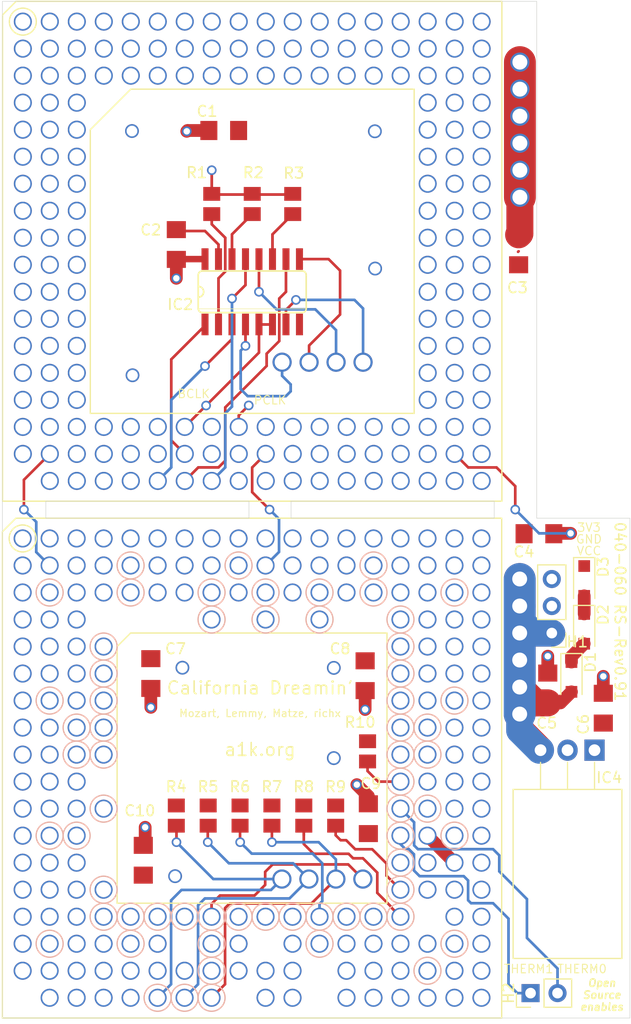
<source format=kicad_pcb>
(kicad_pcb (version 20171130) (host pcbnew 5.1.5+dfsg1-2build2)

  (general
    (thickness 1.6)
    (drawings 25)
    (tracks 276)
    (zones 0)
    (modules 33)
    (nets 30)
  )

  (page A4)
  (layers
    (0 Top signal)
    (31 Bottom signal)
    (32 B.Adhes user)
    (33 F.Adhes user)
    (34 B.Paste user)
    (35 F.Paste user)
    (36 B.SilkS user)
    (37 F.SilkS user)
    (38 B.Mask user)
    (39 F.Mask user)
    (40 Dwgs.User user)
    (41 Cmts.User user)
    (42 Eco1.User user)
    (43 Eco2.User user)
    (44 Edge.Cuts user)
    (45 Margin user)
    (46 B.CrtYd user)
    (47 F.CrtYd user)
    (48 B.Fab user)
    (49 F.Fab user)
  )

  (setup
    (last_trace_width 0.25)
    (user_trace_width 1.2)
    (user_trace_width 2)
    (user_trace_width 2.54)
    (user_trace_width 3)
    (user_trace_width 4)
    (trace_clearance 0.1524)
    (zone_clearance 0.000001)
    (zone_45_only yes)
    (trace_min 0.2)
    (via_size 0.8)
    (via_drill 0.4)
    (via_min_size 0.4)
    (via_min_drill 0.3)
    (uvia_size 0.3)
    (uvia_drill 0.1)
    (uvias_allowed no)
    (uvia_min_size 0.2)
    (uvia_min_drill 0.1)
    (edge_width 0.05)
    (segment_width 0.2)
    (pcb_text_width 0.3)
    (pcb_text_size 1.5 1.5)
    (mod_edge_width 0.12)
    (mod_text_size 1 1)
    (mod_text_width 0.15)
    (pad_size 1.1 1.1)
    (pad_drill 0)
    (pad_to_mask_clearance 0.051)
    (solder_mask_min_width 0.25)
    (aux_axis_origin 0 0)
    (visible_elements FFFFFF7F)
    (pcbplotparams
      (layerselection 0x010fc_ffffffff)
      (usegerberextensions false)
      (usegerberattributes false)
      (usegerberadvancedattributes false)
      (creategerberjobfile false)
      (excludeedgelayer true)
      (linewidth 0.100000)
      (plotframeref false)
      (viasonmask false)
      (mode 1)
      (useauxorigin false)
      (hpglpennumber 1)
      (hpglpenspeed 20)
      (hpglpendiameter 15.000000)
      (psnegative false)
      (psa4output false)
      (plotreference true)
      (plotvalue true)
      (plotinvisibletext false)
      (padsonsilk false)
      (subtractmaskfromsilk false)
      (outputformat 1)
      (mirror false)
      (drillshape 1)
      (scaleselection 1)
      (outputdirectory ""))
  )

  (net 0 "")
  (net 1 GND)
  (net 2 VCC)
  (net 3 40_RSTI)
  (net 4 N$1)
  (net 5 N$2)
  (net 6 N$3)
  (net 7 40_BCLK)
  (net 8 40_IPL2)
  (net 9 40_IPL1)
  (net 10 40_IPL0)
  (net 11 60_IPL2)
  (net 12 60_CLKEN)
  (net 13 60_IPL1)
  (net 14 60_IPL0)
  (net 15 +3V3)
  (net 16 TRA)
  (net 17 SNOOP)
  (net 18 BTT)
  (net 19 IPL2)
  (net 20 IPL1)
  (net 21 IPL0)
  (net 22 CLKEN)
  (net 23 CLA)
  (net 24 40_PCLK)
  (net 25 THERM0)
  (net 26 THERM1)
  (net 27 VCC2)
  (net 28 ND1)
  (net 29 ND2)

  (net_class Default "This is the default net class."
    (clearance 0.1524)
    (trace_width 0.25)
    (via_dia 0.8)
    (via_drill 0.4)
    (uvia_dia 0.3)
    (uvia_drill 0.1)
    (add_net +3V3)
    (add_net 40_BCLK)
    (add_net 40_IPL0)
    (add_net 40_IPL1)
    (add_net 40_IPL2)
    (add_net 40_PCLK)
    (add_net 40_RSTI)
    (add_net 60_CLKEN)
    (add_net 60_IPL0)
    (add_net 60_IPL1)
    (add_net 60_IPL2)
    (add_net BTT)
    (add_net CLA)
    (add_net CLKEN)
    (add_net GND)
    (add_net IPL0)
    (add_net IPL1)
    (add_net IPL2)
    (add_net N$1)
    (add_net N$2)
    (add_net N$3)
    (add_net ND1)
    (add_net ND2)
    (add_net SNOOP)
    (add_net THERM0)
    (add_net THERM1)
    (add_net TRA)
    (add_net VCC)
    (add_net VCC2)
  )

  (module Diode_SMD:D_SOD-123F (layer Top) (tedit 5E04C064) (tstamp 5E052DC7)
    (at 166.4 98.05 270)
    (descr D_SOD-123F)
    (tags D_SOD-123F)
    (attr smd)
    (fp_text reference D3 (at -1.325 -1.775 90) (layer F.SilkS)
      (effects (font (size 1 1) (thickness 0.15)))
    )
    (fp_text value 1N4001 (at 0 2.1 90) (layer F.Fab) hide
      (effects (font (size 1 1) (thickness 0.15)))
    )
    (fp_line (start -2.2 -1) (end 1.65 -1) (layer F.SilkS) (width 0.12))
    (fp_line (start -2.2 1) (end 1.65 1) (layer F.SilkS) (width 0.12))
    (fp_line (start -2.2 -1.15) (end -2.2 1.15) (layer F.CrtYd) (width 0.05))
    (fp_line (start 2.2 1.15) (end -2.2 1.15) (layer F.CrtYd) (width 0.05))
    (fp_line (start 2.2 -1.15) (end 2.2 1.15) (layer F.CrtYd) (width 0.05))
    (fp_line (start -2.2 -1.15) (end 2.2 -1.15) (layer F.CrtYd) (width 0.05))
    (fp_line (start -1.4 -0.9) (end 1.4 -0.9) (layer F.Fab) (width 0.1))
    (fp_line (start 1.4 -0.9) (end 1.4 0.9) (layer F.Fab) (width 0.1))
    (fp_line (start 1.4 0.9) (end -1.4 0.9) (layer F.Fab) (width 0.1))
    (fp_line (start -1.4 0.9) (end -1.4 -0.9) (layer F.Fab) (width 0.1))
    (fp_line (start -0.75 0) (end -0.35 0) (layer F.Fab) (width 0.1))
    (fp_line (start -0.35 0) (end -0.35 -0.55) (layer F.Fab) (width 0.1))
    (fp_line (start -0.35 0) (end -0.35 0.55) (layer F.Fab) (width 0.1))
    (fp_line (start -0.35 0) (end 0.25 -0.4) (layer F.Fab) (width 0.1))
    (fp_line (start 0.25 -0.4) (end 0.25 0.4) (layer F.Fab) (width 0.1))
    (fp_line (start 0.25 0.4) (end -0.35 0) (layer F.Fab) (width 0.1))
    (fp_line (start 0.25 0) (end 0.75 0) (layer F.Fab) (width 0.1))
    (fp_line (start -2.2 -1) (end -2.2 1) (layer F.SilkS) (width 0.12))
    (fp_text user %R (at -0.127 -1.905 90) (layer F.Fab) hide
      (effects (font (size 1 1) (thickness 0.15)))
    )
    (pad 2 smd rect (at 1.4 0 270) (size 1.1 1.1) (layers Top F.Paste F.Mask)
      (net 29 ND2))
    (pad 1 smd rect (at -1.4 0 270) (size 1.1 1.1) (layers Top F.Paste F.Mask)
      (net 15 +3V3))
    (model ${KISYS3DMOD}/Diode_SMD.3dshapes/D_SOD-123F.wrl
      (at (xyz 0 0 0))
      (scale (xyz 1 1 1))
      (rotate (xyz 0 0 0))
    )
  )

  (module Diode_SMD:D_SOD-123F (layer Top) (tedit 5E04C056) (tstamp 5E052D96)
    (at 166.4 102.55 270)
    (descr D_SOD-123F)
    (tags D_SOD-123F)
    (attr smd)
    (fp_text reference D2 (at -1.325 -1.775 90) (layer F.SilkS)
      (effects (font (size 1 1) (thickness 0.15)))
    )
    (fp_text value 1N4001 (at 0 2.1 90) (layer F.Fab) hide
      (effects (font (size 1 1) (thickness 0.15)))
    )
    (fp_text user %R (at -0.127 -1.905 90) (layer F.Fab) hide
      (effects (font (size 1 1) (thickness 0.15)))
    )
    (fp_line (start -2.2 -1) (end -2.2 1) (layer F.SilkS) (width 0.12))
    (fp_line (start 0.25 0) (end 0.75 0) (layer F.Fab) (width 0.1))
    (fp_line (start 0.25 0.4) (end -0.35 0) (layer F.Fab) (width 0.1))
    (fp_line (start 0.25 -0.4) (end 0.25 0.4) (layer F.Fab) (width 0.1))
    (fp_line (start -0.35 0) (end 0.25 -0.4) (layer F.Fab) (width 0.1))
    (fp_line (start -0.35 0) (end -0.35 0.55) (layer F.Fab) (width 0.1))
    (fp_line (start -0.35 0) (end -0.35 -0.55) (layer F.Fab) (width 0.1))
    (fp_line (start -0.75 0) (end -0.35 0) (layer F.Fab) (width 0.1))
    (fp_line (start -1.4 0.9) (end -1.4 -0.9) (layer F.Fab) (width 0.1))
    (fp_line (start 1.4 0.9) (end -1.4 0.9) (layer F.Fab) (width 0.1))
    (fp_line (start 1.4 -0.9) (end 1.4 0.9) (layer F.Fab) (width 0.1))
    (fp_line (start -1.4 -0.9) (end 1.4 -0.9) (layer F.Fab) (width 0.1))
    (fp_line (start -2.2 -1.15) (end 2.2 -1.15) (layer F.CrtYd) (width 0.05))
    (fp_line (start 2.2 -1.15) (end 2.2 1.15) (layer F.CrtYd) (width 0.05))
    (fp_line (start 2.2 1.15) (end -2.2 1.15) (layer F.CrtYd) (width 0.05))
    (fp_line (start -2.2 -1.15) (end -2.2 1.15) (layer F.CrtYd) (width 0.05))
    (fp_line (start -2.2 1) (end 1.65 1) (layer F.SilkS) (width 0.12))
    (fp_line (start -2.2 -1) (end 1.65 -1) (layer F.SilkS) (width 0.12))
    (pad 1 smd rect (at -1.4 0 270) (size 1.1 1.1) (layers Top F.Paste F.Mask)
      (net 29 ND2))
    (pad 2 smd rect (at 1.4 0 270) (size 1.1 1.1) (layers Top F.Paste F.Mask)
      (net 28 ND1))
    (model ${KISYS3DMOD}/Diode_SMD.3dshapes/D_SOD-123F.wrl
      (at (xyz 0 0 0))
      (scale (xyz 1 1 1))
      (rotate (xyz 0 0 0))
    )
  )

  (module Diode_SMD:D_SOD-123F (layer Top) (tedit 5E04C048) (tstamp 5E052ABA)
    (at 165.2 107.075 270)
    (descr D_SOD-123F)
    (tags D_SOD-123F)
    (attr smd)
    (fp_text reference D1 (at -1.375 -1.775 90) (layer F.SilkS)
      (effects (font (size 1 1) (thickness 0.15)))
    )
    (fp_text value 1N4001 (at 0 2.1 90) (layer F.Fab) hide
      (effects (font (size 1 1) (thickness 0.15)))
    )
    (fp_line (start -2.2 -1) (end 1.65 -1) (layer F.SilkS) (width 0.12))
    (fp_line (start -2.2 1) (end 1.65 1) (layer F.SilkS) (width 0.12))
    (fp_line (start -2.2 -1.15) (end -2.2 1.15) (layer F.CrtYd) (width 0.05))
    (fp_line (start 2.2 1.15) (end -2.2 1.15) (layer F.CrtYd) (width 0.05))
    (fp_line (start 2.2 -1.15) (end 2.2 1.15) (layer F.CrtYd) (width 0.05))
    (fp_line (start -2.2 -1.15) (end 2.2 -1.15) (layer F.CrtYd) (width 0.05))
    (fp_line (start -1.4 -0.9) (end 1.4 -0.9) (layer F.Fab) (width 0.1))
    (fp_line (start 1.4 -0.9) (end 1.4 0.9) (layer F.Fab) (width 0.1))
    (fp_line (start 1.4 0.9) (end -1.4 0.9) (layer F.Fab) (width 0.1))
    (fp_line (start -1.4 0.9) (end -1.4 -0.9) (layer F.Fab) (width 0.1))
    (fp_line (start -0.75 0) (end -0.35 0) (layer F.Fab) (width 0.1))
    (fp_line (start -0.35 0) (end -0.35 -0.55) (layer F.Fab) (width 0.1))
    (fp_line (start -0.35 0) (end -0.35 0.55) (layer F.Fab) (width 0.1))
    (fp_line (start -0.35 0) (end 0.25 -0.4) (layer F.Fab) (width 0.1))
    (fp_line (start 0.25 -0.4) (end 0.25 0.4) (layer F.Fab) (width 0.1))
    (fp_line (start 0.25 0.4) (end -0.35 0) (layer F.Fab) (width 0.1))
    (fp_line (start 0.25 0) (end 0.75 0) (layer F.Fab) (width 0.1))
    (fp_line (start -2.2 -1) (end -2.2 1) (layer F.SilkS) (width 0.12))
    (fp_text user %R (at -0.127 -1.905 90) (layer F.Fab) hide
      (effects (font (size 1 1) (thickness 0.15)))
    )
    (pad 2 smd rect (at 1.4 0 270) (size 1.1 1.1) (layers Top F.Paste F.Mask)
      (net 27 VCC2))
    (pad 1 smd rect (at -1.4 0 270) (size 1.1 1.1) (layers Top F.Paste F.Mask)
      (net 28 ND1))
    (model ${KISYS3DMOD}/Diode_SMD.3dshapes/D_SOD-123F.wrl
      (at (xyz 0 0 0))
      (scale (xyz 1 1 1))
      (rotate (xyz 0 0 0))
    )
  )

  (module combined3:6-PIN-1.4HOLES (layer Top) (tedit 5DAE57A6) (tstamp 5DAE4BBA)
    (at 160.328 109.296 270)
    (fp_text reference U6$1 (at 0 0 90) (layer F.SilkS) hide
      (effects (font (size 1.27 1.27) (thickness 0.15)) (justify left top))
    )
    (fp_text value 6POL (at 0 0 90) (layer F.SilkS) hide
      (effects (font (size 1.27 1.27) (thickness 0.15)) (justify left top))
    )
    (pad P6$6 thru_hole circle (at 1.27 0 270) (size 1.8064 1.8064) (drill 1.4) (layers *.Cu *.Mask)
      (net 27 VCC2) (solder_mask_margin 0.0762))
    (pad P6$5 thru_hole circle (at -1.27 0 270) (size 1.8064 1.8064) (drill 1.4) (layers *.Cu *.Mask)
      (net 27 VCC2) (solder_mask_margin 0.0762))
    (pad P6$4 thru_hole circle (at -3.81 0 270) (size 1.8064 1.8064) (drill 1.4) (layers *.Cu *.Mask)
      (net 27 VCC2) (solder_mask_margin 0.0762))
    (pad P6$3 thru_hole circle (at -6.35 0 270) (size 1.8064 1.8064) (drill 1.4) (layers *.Cu *.Mask)
      (net 27 VCC2) (solder_mask_margin 0.0762))
    (pad P6$2 thru_hole circle (at -8.89 0 270) (size 1.8064 1.8064) (drill 1.4) (layers *.Cu *.Mask)
      (net 27 VCC2) (solder_mask_margin 0.0762))
    (pad P6$1 thru_hole circle (at -11.43 0 270) (size 1.8064 1.8064) (drill 1.4) (layers *.Cu *.Mask)
      (net 27 VCC2) (solder_mask_margin 0.0762))
  )

  (module Package_TO_SOT_THT:TO-220-3_Horizontal_TabDown (layer Top) (tedit 5DAE5BB7) (tstamp 5DAED1F1)
    (at 167.37 113.96 180)
    (descr "TO-220-3, Horizontal, RM 2.54mm, see https://www.vishay.com/docs/66542/to-220-1.pdf")
    (tags "TO-220-3 Horizontal RM 2.54mm")
    (fp_text reference IC4 (at -1.38 -2.58) (layer F.SilkS)
      (effects (font (size 1 1) (thickness 0.15)))
    )
    (fp_text value LMS1585-3.3 (at 2.54 2) (layer F.Fab)
      (effects (font (size 1 1) (thickness 0.15)))
    )
    (fp_text user %R (at 2.54 -20.58) (layer F.Fab)
      (effects (font (size 1 1) (thickness 0.15)))
    )
    (fp_line (start 7.79 -19.71) (end -2.71 -19.71) (layer F.CrtYd) (width 0.05))
    (fp_line (start 7.79 1.25) (end 7.79 -19.71) (layer F.CrtYd) (width 0.05))
    (fp_line (start -2.71 1.25) (end 7.79 1.25) (layer F.CrtYd) (width 0.05))
    (fp_line (start -2.71 -19.71) (end -2.71 1.25) (layer F.CrtYd) (width 0.05))
    (fp_line (start 5.08 -3.69) (end 5.08 -1.15) (layer F.SilkS) (width 0.12))
    (fp_line (start 2.54 -3.69) (end 2.54 -1.15) (layer F.SilkS) (width 0.12))
    (fp_line (start 0 -3.69) (end 0 -1.15) (layer F.SilkS) (width 0.12))
    (fp_line (start 7.66 -19.58) (end 7.66 -3.69) (layer F.SilkS) (width 0.12))
    (fp_line (start -2.58 -19.58) (end -2.58 -3.69) (layer F.SilkS) (width 0.12))
    (fp_line (start -2.58 -19.58) (end 7.66 -19.58) (layer F.SilkS) (width 0.12))
    (fp_line (start -2.58 -3.69) (end 7.66 -3.69) (layer F.SilkS) (width 0.12))
    (fp_line (start 5.08 -3.81) (end 5.08 0) (layer F.Fab) (width 0.1))
    (fp_line (start 2.54 -3.81) (end 2.54 0) (layer F.Fab) (width 0.1))
    (fp_line (start 0 -3.81) (end 0 0) (layer F.Fab) (width 0.1))
    (fp_line (start 7.54 -3.81) (end -2.46 -3.81) (layer F.Fab) (width 0.1))
    (fp_line (start 7.54 -13.06) (end 7.54 -3.81) (layer F.Fab) (width 0.1))
    (fp_line (start -2.46 -13.06) (end 7.54 -13.06) (layer F.Fab) (width 0.1))
    (fp_line (start -2.46 -3.81) (end -2.46 -13.06) (layer F.Fab) (width 0.1))
    (fp_line (start 7.54 -13.06) (end -2.46 -13.06) (layer F.Fab) (width 0.1))
    (fp_line (start 7.54 -19.46) (end 7.54 -13.06) (layer F.Fab) (width 0.1))
    (fp_line (start -2.46 -19.46) (end 7.54 -19.46) (layer F.Fab) (width 0.1))
    (fp_line (start -2.46 -13.06) (end -2.46 -19.46) (layer F.Fab) (width 0.1))
    (fp_circle (center 2.54 -16.66) (end 4.39 -16.66) (layer F.Fab) (width 0.1))
    (pad 3 thru_hole oval (at 5.08 0 180) (size 1.905 2) (drill 1.1) (layers *.Cu *.Mask)
      (net 27 VCC2))
    (pad 2 thru_hole oval (at 2.54 0 180) (size 1.905 2) (drill 1.1) (layers *.Cu *.Mask)
      (net 15 +3V3))
    (pad 1 thru_hole rect (at 0 0 180) (size 1.905 2) (drill 1.1) (layers *.Cu *.Mask)
      (net 1 GND))
    (pad "" np_thru_hole oval (at 2.54 -16.66 180) (size 3.5 3.5) (drill 3.5) (layers *.Cu *.Mask))
    (model ${KISYS3DMOD}/Package_TO_SOT_THT.3dshapes/TO-220-3_Horizontal_TabDown.wrl
      (at (xyz 0 0 0))
      (scale (xyz 1 1 1))
      (rotate (xyz 0 0 0))
    )
  )

  (module Connector_PinHeader_2.54mm:PinHeader_1x02_P2.54mm_Vertical (layer Top) (tedit 5DB0F8B7) (tstamp 5DB10926)
    (at 161.35 136.8 90)
    (descr "Through hole straight pin header, 1x02, 2.54mm pitch, single row")
    (tags "Through hole pin header THT 1x02 2.54mm single row")
    (fp_text reference H2 (at 0 -2.075 90) (layer F.SilkS)
      (effects (font (size 1 1) (thickness 0.15)))
    )
    (fp_text value Therm (at -2.0574 1.30556) (layer F.Fab)
      (effects (font (size 1 1) (thickness 0.15)))
    )
    (fp_text user %R (at 0 1.27 270) (layer F.Fab)
      (effects (font (size 1 1) (thickness 0.15)))
    )
    (fp_line (start 1.8 -1.8) (end -1.8 -1.8) (layer F.CrtYd) (width 0.05))
    (fp_line (start 1.8 4.35) (end 1.8 -1.8) (layer F.CrtYd) (width 0.05))
    (fp_line (start -1.8 4.35) (end 1.8 4.35) (layer F.CrtYd) (width 0.05))
    (fp_line (start -1.8 -1.8) (end -1.8 4.35) (layer F.CrtYd) (width 0.05))
    (fp_line (start -1.33 -1.33) (end 0 -1.33) (layer F.SilkS) (width 0.12))
    (fp_line (start -1.33 0) (end -1.33 -1.33) (layer F.SilkS) (width 0.12))
    (fp_line (start -1.33 1.27) (end 1.33 1.27) (layer F.SilkS) (width 0.12))
    (fp_line (start 1.33 1.27) (end 1.33 3.87) (layer F.SilkS) (width 0.12))
    (fp_line (start -1.33 1.27) (end -1.33 3.87) (layer F.SilkS) (width 0.12))
    (fp_line (start -1.33 3.87) (end 1.33 3.87) (layer F.SilkS) (width 0.12))
    (fp_line (start -1.27 -0.635) (end -0.635 -1.27) (layer F.Fab) (width 0.1))
    (fp_line (start -1.27 3.81) (end -1.27 -0.635) (layer F.Fab) (width 0.1))
    (fp_line (start 1.27 3.81) (end -1.27 3.81) (layer F.Fab) (width 0.1))
    (fp_line (start 1.27 -1.27) (end 1.27 3.81) (layer F.Fab) (width 0.1))
    (fp_line (start -0.635 -1.27) (end 1.27 -1.27) (layer F.Fab) (width 0.1))
    (pad 2 thru_hole oval (at 0 2.54 90) (size 1.7 1.7) (drill 1) (layers *.Cu *.Mask)
      (net 25 THERM0))
    (pad 1 thru_hole rect (at 0 0 90) (size 1.7 1.7) (drill 1) (layers *.Cu *.Mask)
      (net 26 THERM1))
    (model ${KISYS3DMOD}/Connector_PinHeader_2.54mm.3dshapes/PinHeader_1x02_P2.54mm_Vertical.wrl
      (at (xyz 0 0 0))
      (scale (xyz 1 1 1))
      (rotate (xyz 0 0 0))
    )
  )

  (module Connector_PinHeader_2.54mm:PinHeader_1x03_P2.54mm_Vertical (layer Top) (tedit 5DAE57BB) (tstamp 5DAE4624)
    (at 163.35 102.95 180)
    (descr "Through hole straight pin header, 1x03, 2.54mm pitch, single row")
    (tags "Through hole pin header THT 1x03 2.54mm single row")
    (fp_text reference H1 (at -2.4 -0.825 180) (layer F.SilkS)
      (effects (font (size 1 1) (thickness 0.15)))
    )
    (fp_text value Power (at 3.429 5.6388) (layer F.Fab)
      (effects (font (size 1 1) (thickness 0.15)))
    )
    (fp_line (start -0.635 -1.27) (end 1.27 -1.27) (layer F.Fab) (width 0.1))
    (fp_line (start 1.27 -1.27) (end 1.27 6.35) (layer F.Fab) (width 0.1))
    (fp_line (start 1.27 6.35) (end -1.27 6.35) (layer F.Fab) (width 0.1))
    (fp_line (start -1.27 6.35) (end -1.27 -0.635) (layer F.Fab) (width 0.1))
    (fp_line (start -1.27 -0.635) (end -0.635 -1.27) (layer F.Fab) (width 0.1))
    (fp_line (start -1.33 6.41) (end 1.33 6.41) (layer F.SilkS) (width 0.12))
    (fp_line (start -1.33 1.27) (end -1.33 6.41) (layer F.SilkS) (width 0.12))
    (fp_line (start 1.33 1.27) (end 1.33 6.41) (layer F.SilkS) (width 0.12))
    (fp_line (start -1.33 1.27) (end 1.33 1.27) (layer F.SilkS) (width 0.12))
    (fp_line (start -1.33 0) (end -1.33 -1.33) (layer F.SilkS) (width 0.12))
    (fp_line (start -1.33 -1.33) (end 0 -1.33) (layer F.SilkS) (width 0.12))
    (fp_line (start -1.8 -1.8) (end -1.8 6.85) (layer F.CrtYd) (width 0.05))
    (fp_line (start -1.8 6.85) (end 1.8 6.85) (layer F.CrtYd) (width 0.05))
    (fp_line (start 1.8 6.85) (end 1.8 -1.8) (layer F.CrtYd) (width 0.05))
    (fp_line (start 1.8 -1.8) (end -1.8 -1.8) (layer F.CrtYd) (width 0.05))
    (fp_text user %R (at 0 2.54 90) (layer F.Fab)
      (effects (font (size 1 1) (thickness 0.15)))
    )
    (pad 1 thru_hole rect (at 0 0 180) (size 1.7 1.7) (drill 1) (layers *.Cu *.Mask)
      (net 27 VCC2))
    (pad 2 thru_hole oval (at 0 2.54 180) (size 1.7 1.7) (drill 1) (layers *.Cu *.Mask)
      (net 1 GND))
    (pad 3 thru_hole oval (at 0 5.08 180) (size 1.7 1.7) (drill 1) (layers *.Cu *.Mask)
      (net 15 +3V3))
    (model ${KISYS3DMOD}/Connector_PinHeader_2.54mm.3dshapes/PinHeader_1x03_P2.54mm_Vertical.wrl
      (at (xyz 0 0 0))
      (scale (xyz 1 1 1))
      (rotate (xyz 0 0 0))
    )
  )

  (module Bot_68040_mk2a:M0805 (layer Top) (tedit 5D9A2614) (tstamp 5DAE4CBB)
    (at 131.01 120.11 90)
    (descr "<b>RESISTOR</b><p>\nMELF 0.10 W")
    (fp_text reference R5 (at 2.1336 1.0668 180) (layer F.SilkS)
      (effects (font (size 1 1) (thickness 0.15)) (justify right bottom))
    )
    (fp_text value 4k7 (at -1.27 2.54 270) (layer F.Fab) hide
      (effects (font (size 1.2065 1.2065) (thickness 0.1016)) (justify left top))
    )
    (fp_poly (pts (xy -0.1999 0.5999) (xy 0.1999 0.5999) (xy 0.1999 -0.5999) (xy -0.1999 -0.5999)) (layer F.Adhes) (width 0))
    (fp_poly (pts (xy 0.6858 0.7112) (xy 1.0414 0.7112) (xy 1.0414 -0.7112) (xy 0.6858 -0.7112)) (layer F.Fab) (width 0))
    (fp_poly (pts (xy -1.0414 0.7112) (xy -0.6858 0.7112) (xy -0.6858 -0.7112) (xy -1.0414 -0.7112)) (layer F.Fab) (width 0))
    (fp_line (start 0.7112 0.635) (end -0.7112 0.635) (layer F.Fab) (width 0.1524))
    (fp_line (start 0.7112 -0.635) (end -0.7112 -0.635) (layer F.Fab) (width 0.1524))
    (fp_line (start 1.973 -0.983) (end 1.973 0.983) (layer Dwgs.User) (width 0.0508))
    (fp_line (start -1.973 0.983) (end -1.973 -0.983) (layer Dwgs.User) (width 0.0508))
    (fp_line (start 1.973 0.983) (end -1.973 0.983) (layer Dwgs.User) (width 0.0508))
    (fp_line (start -1.973 -0.983) (end 1.973 -0.983) (layer Dwgs.User) (width 0.0508))
    (pad 2 smd rect (at 0.95 0 90) (size 1.3 1.6) (layers Top F.Paste F.Mask)
      (net 15 +3V3) (solder_mask_margin 0.0762))
    (pad 1 smd rect (at -0.95 0 90) (size 1.3 1.6) (layers Top F.Paste F.Mask)
      (net 20 IPL1) (solder_mask_margin 0.0762))
  )

  (module Bot_68040_mk2a:M0805 (layer Top) (tedit 5D9A260E) (tstamp 5DAE4C91)
    (at 128.01 120.11 90)
    (descr "<b>RESISTOR</b><p>\nMELF 0.10 W")
    (fp_text reference R4 (at 2.1336 1.0668 180) (layer F.SilkS)
      (effects (font (size 1 1) (thickness 0.15)) (justify right bottom))
    )
    (fp_text value 4k7 (at -1.27 2.54 270) (layer F.Fab) hide
      (effects (font (size 1.2065 1.2065) (thickness 0.1016)) (justify left top))
    )
    (fp_line (start -1.973 -0.983) (end 1.973 -0.983) (layer Dwgs.User) (width 0.0508))
    (fp_line (start 1.973 0.983) (end -1.973 0.983) (layer Dwgs.User) (width 0.0508))
    (fp_line (start -1.973 0.983) (end -1.973 -0.983) (layer Dwgs.User) (width 0.0508))
    (fp_line (start 1.973 -0.983) (end 1.973 0.983) (layer Dwgs.User) (width 0.0508))
    (fp_line (start 0.7112 -0.635) (end -0.7112 -0.635) (layer F.Fab) (width 0.1524))
    (fp_line (start 0.7112 0.635) (end -0.7112 0.635) (layer F.Fab) (width 0.1524))
    (fp_poly (pts (xy -1.0414 0.7112) (xy -0.6858 0.7112) (xy -0.6858 -0.7112) (xy -1.0414 -0.7112)) (layer F.Fab) (width 0))
    (fp_poly (pts (xy 0.6858 0.7112) (xy 1.0414 0.7112) (xy 1.0414 -0.7112) (xy 0.6858 -0.7112)) (layer F.Fab) (width 0))
    (fp_poly (pts (xy -0.1999 0.5999) (xy 0.1999 0.5999) (xy 0.1999 -0.5999) (xy -0.1999 -0.5999)) (layer F.Adhes) (width 0))
    (pad 1 smd rect (at -0.95 0 90) (size 1.3 1.6) (layers Top F.Paste F.Mask)
      (net 19 IPL2) (solder_mask_margin 0.0762))
    (pad 2 smd rect (at 0.95 0 90) (size 1.3 1.6) (layers Top F.Paste F.Mask)
      (net 15 +3V3) (solder_mask_margin 0.0762))
  )

  (module Bot_68040_mk2a:M0805 (layer Top) (tedit 5D9A2618) (tstamp 5DAE4CE5)
    (at 134.01 120.11 90)
    (descr "<b>RESISTOR</b><p>\nMELF 0.10 W")
    (fp_text reference R6 (at 2.1336 1.0668 180) (layer F.SilkS)
      (effects (font (size 1 1) (thickness 0.15)) (justify right bottom))
    )
    (fp_text value 4k7 (at -1.27 2.54 270) (layer F.Fab) hide
      (effects (font (size 1.2065 1.2065) (thickness 0.1016)) (justify left top))
    )
    (fp_line (start -1.973 -0.983) (end 1.973 -0.983) (layer Dwgs.User) (width 0.0508))
    (fp_line (start 1.973 0.983) (end -1.973 0.983) (layer Dwgs.User) (width 0.0508))
    (fp_line (start -1.973 0.983) (end -1.973 -0.983) (layer Dwgs.User) (width 0.0508))
    (fp_line (start 1.973 -0.983) (end 1.973 0.983) (layer Dwgs.User) (width 0.0508))
    (fp_line (start 0.7112 -0.635) (end -0.7112 -0.635) (layer F.Fab) (width 0.1524))
    (fp_line (start 0.7112 0.635) (end -0.7112 0.635) (layer F.Fab) (width 0.1524))
    (fp_poly (pts (xy -1.0414 0.7112) (xy -0.6858 0.7112) (xy -0.6858 -0.7112) (xy -1.0414 -0.7112)) (layer F.Fab) (width 0))
    (fp_poly (pts (xy 0.6858 0.7112) (xy 1.0414 0.7112) (xy 1.0414 -0.7112) (xy 0.6858 -0.7112)) (layer F.Fab) (width 0))
    (fp_poly (pts (xy -0.1999 0.5999) (xy 0.1999 0.5999) (xy 0.1999 -0.5999) (xy -0.1999 -0.5999)) (layer F.Adhes) (width 0))
    (pad 1 smd rect (at -0.95 0 90) (size 1.3 1.6) (layers Top F.Paste F.Mask)
      (net 16 TRA) (solder_mask_margin 0.0762))
    (pad 2 smd rect (at 0.95 0 90) (size 1.3 1.6) (layers Top F.Paste F.Mask)
      (net 15 +3V3) (solder_mask_margin 0.0762))
  )

  (module Bot_68040_mk2a:M0805 (layer Top) (tedit 5D9A261C) (tstamp 5DAE4D0F)
    (at 137.01 120.11 90)
    (descr "<b>RESISTOR</b><p>\nMELF 0.10 W")
    (fp_text reference R7 (at 2.1336 1.0668 180) (layer F.SilkS)
      (effects (font (size 1 1) (thickness 0.15)) (justify right bottom))
    )
    (fp_text value 4k7 (at -1.27 2.54 270) (layer F.Fab) hide
      (effects (font (size 1.2065 1.2065) (thickness 0.1016)) (justify left top))
    )
    (fp_poly (pts (xy -0.1999 0.5999) (xy 0.1999 0.5999) (xy 0.1999 -0.5999) (xy -0.1999 -0.5999)) (layer F.Adhes) (width 0))
    (fp_poly (pts (xy 0.6858 0.7112) (xy 1.0414 0.7112) (xy 1.0414 -0.7112) (xy 0.6858 -0.7112)) (layer F.Fab) (width 0))
    (fp_poly (pts (xy -1.0414 0.7112) (xy -0.6858 0.7112) (xy -0.6858 -0.7112) (xy -1.0414 -0.7112)) (layer F.Fab) (width 0))
    (fp_line (start 0.7112 0.635) (end -0.7112 0.635) (layer F.Fab) (width 0.1524))
    (fp_line (start 0.7112 -0.635) (end -0.7112 -0.635) (layer F.Fab) (width 0.1524))
    (fp_line (start 1.973 -0.983) (end 1.973 0.983) (layer Dwgs.User) (width 0.0508))
    (fp_line (start -1.973 0.983) (end -1.973 -0.983) (layer Dwgs.User) (width 0.0508))
    (fp_line (start 1.973 0.983) (end -1.973 0.983) (layer Dwgs.User) (width 0.0508))
    (fp_line (start -1.973 -0.983) (end 1.973 -0.983) (layer Dwgs.User) (width 0.0508))
    (pad 2 smd rect (at 0.95 0 90) (size 1.3 1.6) (layers Top F.Paste F.Mask)
      (net 15 +3V3) (solder_mask_margin 0.0762))
    (pad 1 smd rect (at -0.95 0 90) (size 1.3 1.6) (layers Top F.Paste F.Mask)
      (net 21 IPL0) (solder_mask_margin 0.0762))
  )

  (module Bot_68040_mk2a:M0805 (layer Top) (tedit 5D9A2626) (tstamp 5DAE4E95)
    (at 143.01 120.11 90)
    (descr "<b>RESISTOR</b><p>\nMELF 0.10 W")
    (fp_text reference R9 (at 2.1336 1.0668 180) (layer F.SilkS)
      (effects (font (size 1 1) (thickness 0.15)) (justify right bottom))
    )
    (fp_text value 4k7 (at -1.27 2.54 270) (layer F.Fab) hide
      (effects (font (size 1.2065 1.2065) (thickness 0.1016)) (justify left top))
    )
    (fp_poly (pts (xy -0.1999 0.5999) (xy 0.1999 0.5999) (xy 0.1999 -0.5999) (xy -0.1999 -0.5999)) (layer F.Adhes) (width 0))
    (fp_poly (pts (xy 0.6858 0.7112) (xy 1.0414 0.7112) (xy 1.0414 -0.7112) (xy 0.6858 -0.7112)) (layer F.Fab) (width 0))
    (fp_poly (pts (xy -1.0414 0.7112) (xy -0.6858 0.7112) (xy -0.6858 -0.7112) (xy -1.0414 -0.7112)) (layer F.Fab) (width 0))
    (fp_line (start 0.7112 0.635) (end -0.7112 0.635) (layer F.Fab) (width 0.1524))
    (fp_line (start 0.7112 -0.635) (end -0.7112 -0.635) (layer F.Fab) (width 0.1524))
    (fp_line (start 1.973 -0.983) (end 1.973 0.983) (layer Dwgs.User) (width 0.0508))
    (fp_line (start -1.973 0.983) (end -1.973 -0.983) (layer Dwgs.User) (width 0.0508))
    (fp_line (start 1.973 0.983) (end -1.973 0.983) (layer Dwgs.User) (width 0.0508))
    (fp_line (start -1.973 -0.983) (end 1.973 -0.983) (layer Dwgs.User) (width 0.0508))
    (pad 2 smd rect (at 0.95 0 90) (size 1.3 1.6) (layers Top F.Paste F.Mask)
      (net 15 +3V3) (solder_mask_margin 0.0762))
    (pad 1 smd rect (at -0.95 0 90) (size 1.3 1.6) (layers Top F.Paste F.Mask)
      (net 17 SNOOP) (solder_mask_margin 0.0762))
  )

  (module Bot_68040_mk2a:M0805 (layer Top) (tedit 5D9A2685) (tstamp 5DAE4EBF)
    (at 146.0104 114.0712 90)
    (descr "<b>RESISTOR</b><p>\nMELF 0.10 W")
    (fp_text reference R10 (at 2.15392 0.84836 180) (layer F.SilkS)
      (effects (font (size 1 1) (thickness 0.15)) (justify right bottom))
    )
    (fp_text value 4k7 (at -1.27 2.54 270) (layer F.Fab) hide
      (effects (font (size 1.2065 1.2065) (thickness 0.1016)) (justify left top))
    )
    (fp_poly (pts (xy -0.1999 0.5999) (xy 0.1999 0.5999) (xy 0.1999 -0.5999) (xy -0.1999 -0.5999)) (layer F.Adhes) (width 0))
    (fp_poly (pts (xy 0.6858 0.7112) (xy 1.0414 0.7112) (xy 1.0414 -0.7112) (xy 0.6858 -0.7112)) (layer F.Fab) (width 0))
    (fp_poly (pts (xy -1.0414 0.7112) (xy -0.6858 0.7112) (xy -0.6858 -0.7112) (xy -1.0414 -0.7112)) (layer F.Fab) (width 0))
    (fp_line (start 0.7112 0.635) (end -0.7112 0.635) (layer F.Fab) (width 0.1524))
    (fp_line (start 0.7112 -0.635) (end -0.7112 -0.635) (layer F.Fab) (width 0.1524))
    (fp_line (start 1.973 -0.983) (end 1.973 0.983) (layer Dwgs.User) (width 0.0508))
    (fp_line (start -1.973 0.983) (end -1.973 -0.983) (layer Dwgs.User) (width 0.0508))
    (fp_line (start 1.973 0.983) (end -1.973 0.983) (layer Dwgs.User) (width 0.0508))
    (fp_line (start -1.973 -0.983) (end 1.973 -0.983) (layer Dwgs.User) (width 0.0508))
    (pad 2 smd rect (at 0.95 0 90) (size 1.3 1.6) (layers Top F.Paste F.Mask)
      (net 15 +3V3) (solder_mask_margin 0.0762))
    (pad 1 smd rect (at -0.95 0 90) (size 1.3 1.6) (layers Top F.Paste F.Mask)
      (net 23 CLA) (solder_mask_margin 0.0762))
  )

  (module Bot_68040_mk2a:M0805 (layer Top) (tedit 5D9A2621) (tstamp 5DAE4C67)
    (at 140.01 120.11 90)
    (descr "<b>RESISTOR</b><p>\nMELF 0.10 W")
    (fp_text reference R8 (at 2.1336 1.0668 180) (layer F.SilkS)
      (effects (font (size 1 1) (thickness 0.15)) (justify right bottom))
    )
    (fp_text value 4k7 (at -1.27 2.54 270) (layer F.Fab) hide
      (effects (font (size 1.2065 1.2065) (thickness 0.1016)) (justify left top))
    )
    (fp_line (start -1.973 -0.983) (end 1.973 -0.983) (layer Dwgs.User) (width 0.0508))
    (fp_line (start 1.973 0.983) (end -1.973 0.983) (layer Dwgs.User) (width 0.0508))
    (fp_line (start -1.973 0.983) (end -1.973 -0.983) (layer Dwgs.User) (width 0.0508))
    (fp_line (start 1.973 -0.983) (end 1.973 0.983) (layer Dwgs.User) (width 0.0508))
    (fp_line (start 0.7112 -0.635) (end -0.7112 -0.635) (layer F.Fab) (width 0.1524))
    (fp_line (start 0.7112 0.635) (end -0.7112 0.635) (layer F.Fab) (width 0.1524))
    (fp_poly (pts (xy -1.0414 0.7112) (xy -0.6858 0.7112) (xy -0.6858 -0.7112) (xy -1.0414 -0.7112)) (layer F.Fab) (width 0))
    (fp_poly (pts (xy 0.6858 0.7112) (xy 1.0414 0.7112) (xy 1.0414 -0.7112) (xy 0.6858 -0.7112)) (layer F.Fab) (width 0))
    (fp_poly (pts (xy -0.1999 0.5999) (xy 0.1999 0.5999) (xy 0.1999 -0.5999) (xy -0.1999 -0.5999)) (layer F.Adhes) (width 0))
    (pad 1 smd rect (at -0.95 0 90) (size 1.3 1.6) (layers Top F.Paste F.Mask)
      (net 18 BTT) (solder_mask_margin 0.0762))
    (pad 2 smd rect (at 0.95 0 90) (size 1.3 1.6) (layers Top F.Paste F.Mask)
      (net 15 +3V3) (solder_mask_margin 0.0762))
  )

  (module Top_68060_mk2a:PGA206_BIG (layer Top) (tedit 0) (tstamp 5DAE47C2)
    (at 135.1392 115.646)
    (fp_text reference IC3 (at -22.225 -24.13 180) (layer F.SilkS) hide
      (effects (font (size 1.6891 1.6891) (thickness 0.1778)) (justify left top))
    )
    (fp_text value MC68060RCPGA_BIG (at -10.795 0.635 180) (layer F.Fab) hide
      (effects (font (size 1.6891 1.6891) (thickness 0.1778)) (justify left top))
    )
    (fp_circle (center -21.59 -21.59) (end -20.32 -21.59) (layer F.SilkS) (width 0.127))
    (fp_circle (center -13.97 11.43) (end -12.7 11.43) (layer B.SilkS) (width 0.127))
    (fp_circle (center 13.97 11.43) (end 15.24 11.43) (layer B.SilkS) (width 0.127))
    (fp_circle (center 13.97 8.89) (end 15.24 8.89) (layer B.SilkS) (width 0.127))
    (fp_circle (center 13.97 6.35) (end 15.24 6.35) (layer B.SilkS) (width 0.127))
    (fp_circle (center 13.97 3.81) (end 15.24 3.81) (layer B.SilkS) (width 0.127))
    (fp_circle (center 13.97 1.27) (end 15.24 1.27) (layer B.SilkS) (width 0.127))
    (fp_circle (center 13.97 -1.27) (end 15.24 -1.27) (layer B.SilkS) (width 0.127))
    (fp_circle (center 13.97 -3.81) (end 15.24 -3.81) (layer B.SilkS) (width 0.127))
    (fp_circle (center 13.97 -6.35) (end 15.24 -6.35) (layer B.SilkS) (width 0.127))
    (fp_circle (center 13.97 -8.89) (end 15.24 -8.89) (layer B.SilkS) (width 0.127))
    (fp_circle (center 13.97 -11.43) (end 15.24 -11.43) (layer B.SilkS) (width 0.127))
    (fp_circle (center 13.97 13.97) (end 15.24 13.97) (layer B.SilkS) (width 0.127))
    (fp_circle (center 11.43 13.97) (end 12.7 13.97) (layer B.SilkS) (width 0.127))
    (fp_circle (center 8.89 13.97) (end 10.16 13.97) (layer B.SilkS) (width 0.127))
    (fp_circle (center 6.35 13.97) (end 7.62 13.97) (layer B.SilkS) (width 0.127))
    (fp_circle (center 3.81 13.97) (end 5.08 13.97) (layer B.SilkS) (width 0.127))
    (fp_circle (center 1.27 13.97) (end 2.54 13.97) (layer B.SilkS) (width 0.127))
    (fp_circle (center -1.27 13.97) (end 0 13.97) (layer B.SilkS) (width 0.127))
    (fp_circle (center -3.81 13.97) (end -2.54 13.97) (layer B.SilkS) (width 0.127))
    (fp_circle (center -6.35 13.97) (end -5.08 13.97) (layer B.SilkS) (width 0.127))
    (fp_circle (center -8.89 13.97) (end -7.62 13.97) (layer B.SilkS) (width 0.127))
    (fp_circle (center -11.43 13.97) (end -10.16 13.97) (layer B.SilkS) (width 0.127))
    (fp_circle (center -13.97 13.97) (end -12.7 13.97) (layer B.SilkS) (width 0.127))
    (fp_circle (center -13.97 3.81) (end -12.7 3.81) (layer B.SilkS) (width 0.127))
    (fp_circle (center -13.97 -1.27) (end -12.7 -1.27) (layer B.SilkS) (width 0.127))
    (fp_circle (center -13.97 -3.81) (end -12.7 -3.81) (layer B.SilkS) (width 0.127))
    (fp_circle (center -13.97 -6.35) (end -12.7 -6.35) (layer B.SilkS) (width 0.127))
    (fp_circle (center -13.97 -8.89) (end -12.7 -8.89) (layer B.SilkS) (width 0.127))
    (fp_circle (center -13.97 -11.43) (end -12.7 -11.43) (layer B.SilkS) (width 0.127))
    (fp_circle (center 13.97 -13.97) (end 15.24 -13.97) (layer B.SilkS) (width 0.127))
    (fp_circle (center 6.35 -13.97) (end 7.62 -13.97) (layer B.SilkS) (width 0.127))
    (fp_circle (center 1.27 -13.97) (end 2.54 -13.97) (layer B.SilkS) (width 0.127))
    (fp_circle (center -3.81 -13.97) (end -2.54 -13.97) (layer B.SilkS) (width 0.127))
    (fp_circle (center 19.05 -6.35) (end 20.32 -6.35) (layer B.SilkS) (width 0.127))
    (fp_circle (center 19.05 6.35) (end 20.32 6.35) (layer B.SilkS) (width 0.127))
    (fp_circle (center 19.05 16.51) (end 20.32 16.51) (layer B.SilkS) (width 0.127))
    (fp_circle (center 16.51 19.05) (end 17.78 19.05) (layer B.SilkS) (width 0.127))
    (fp_circle (center 16.51 3.81) (end 17.78 3.81) (layer B.SilkS) (width 0.127))
    (fp_circle (center 16.51 -1.27) (end 17.78 -1.27) (layer B.SilkS) (width 0.127))
    (fp_circle (center 16.51 -3.81) (end 17.78 -3.81) (layer B.SilkS) (width 0.127))
    (fp_circle (center 19.05 -16.51) (end 20.32 -16.51) (layer B.SilkS) (width 0.127))
    (fp_circle (center 11.43 -16.51) (end 12.7 -16.51) (layer B.SilkS) (width 0.127))
    (fp_circle (center 11.43 -19.05) (end 12.7 -19.05) (layer B.SilkS) (width 0.127))
    (fp_circle (center -19.05 16.51) (end -17.78 16.51) (layer B.SilkS) (width 0.127))
    (fp_circle (center -11.43 16.51) (end -10.16 16.51) (layer B.SilkS) (width 0.127))
    (fp_circle (center -3.81 16.51) (end -2.54 16.51) (layer B.SilkS) (width 0.127))
    (fp_circle (center -3.81 19.05) (end -2.54 19.05) (layer B.SilkS) (width 0.127))
    (fp_circle (center 6.35 16.51) (end 7.62 16.51) (layer B.SilkS) (width 0.127))
    (fp_circle (center -16.51 -3.81) (end -15.24 -3.81) (layer B.SilkS) (width 0.127))
    (fp_circle (center -16.51 -1.27) (end -15.24 -1.27) (layer B.SilkS) (width 0.127))
    (fp_circle (center -16.51 6.35) (end -15.24 6.35) (layer B.SilkS) (width 0.127))
    (fp_circle (center -19.05 -16.51) (end -17.78 -16.51) (layer B.SilkS) (width 0.127))
    (fp_circle (center -11.43 -16.51) (end -10.16 -16.51) (layer B.SilkS) (width 0.127))
    (fp_circle (center -3.81 -16.51) (end -2.54 -16.51) (layer B.SilkS) (width 0.127))
    (fp_circle (center 1.27 -16.51) (end 2.54 -16.51) (layer B.SilkS) (width 0.127))
    (fp_circle (center 6.35 -16.51) (end 7.62 -16.51) (layer B.SilkS) (width 0.127))
    (fp_circle (center -8.89 21.59) (end -7.62 21.59) (layer B.SilkS) (width 0.127))
    (fp_circle (center -6.35 21.59) (end -5.08 21.59) (layer B.SilkS) (width 0.127))
    (fp_circle (center -3.81 21.59) (end -2.54 21.59) (layer B.SilkS) (width 0.127))
    (fp_circle (center -19.05 -6.35) (end -17.78 -6.35) (layer B.SilkS) (width 0.127))
    (fp_circle (center -19.05 6.35) (end -17.78 6.35) (layer B.SilkS) (width 0.127))
    (fp_circle (center -1.27 -19.05) (end 0 -19.05) (layer B.SilkS) (width 0.127))
    (fp_circle (center -11.43 -19.05) (end -10.16 -19.05) (layer B.SilkS) (width 0.127))
    (fp_line (start -12.7 -11.43) (end -12.7 12.7) (layer F.SilkS) (width 0.127))
    (fp_line (start -11.43 -12.7) (end -12.7 -11.43) (layer F.SilkS) (width 0.127))
    (fp_line (start -11.43 -12.7) (end 12.7 -12.7) (layer F.SilkS) (width 0.127))
    (fp_line (start 12.7 12.7) (end 12.7 -12.7) (layer F.SilkS) (width 0.127))
    (fp_line (start 12.7 12.7) (end -12.7 12.7) (layer F.SilkS) (width 0.127))
    (fp_line (start -23.495 -22.225) (end -22.225 -23.495) (layer F.SilkS) (width 0.127))
    (fp_line (start -23.495 23.495) (end -23.495 -22.225) (layer F.SilkS) (width 0.127))
    (fp_line (start 23.495 23.495) (end -23.495 23.495) (layer F.SilkS) (width 0.127))
    (fp_line (start 23.495 -23.495) (end 23.495 23.495) (layer F.SilkS) (width 0.127))
    (fp_line (start -22.225 -23.495) (end 23.495 -23.495) (layer F.SilkS) (width 0.127))
    (pad P04 thru_hole circle (at -13.97 11.43) (size 1.7 1.7) (drill 1.4) (layers *.Cu *.Mask)
      (net 15 +3V3) (solder_mask_margin 0.0762))
    (pad P15 thru_hole circle (at 13.97 11.43) (size 1.7 1.7) (drill 1.4) (layers *.Cu *.Mask)
      (net 17 SNOOP) (solder_mask_margin 0.0762))
    (pad N15 thru_hole circle (at 13.97 8.89) (size 1.7 1.7) (drill 1.4) (layers *.Cu *.Mask)
      (net 15 +3V3) (solder_mask_margin 0.0762))
    (pad M15 thru_hole circle (at 13.97 6.35) (size 1.7 1.7) (drill 1.4) (layers *.Cu *.Mask)
      (net 26 THERM1) (solder_mask_margin 0.0762))
    (pad L15 thru_hole circle (at 13.97 3.81) (size 1.7 1.7) (drill 1.4) (layers *.Cu *.Mask)
      (net 25 THERM0) (solder_mask_margin 0.0762))
    (pad K15 thru_hole circle (at 13.97 1.27) (size 1.7 1.7) (drill 1.4) (layers *.Cu *.Mask)
      (net 23 CLA) (solder_mask_margin 0.0762))
    (pad J15 thru_hole circle (at 13.97 -1.27) (size 1.7 1.7) (drill 1.4) (layers *.Cu *.Mask)
      (net 15 +3V3) (solder_mask_margin 0.0762))
    (pad H15 thru_hole circle (at 13.97 -3.81) (size 1.7 1.7) (drill 1.4) (layers *.Cu *.Mask)
      (net 1 GND) (solder_mask_margin 0.0762))
    (pad G15 thru_hole circle (at 13.97 -6.35) (size 1.7 1.7) (drill 1.4) (layers *.Cu *.Mask)
      (net 15 +3V3) (solder_mask_margin 0.0762))
    (pad F15 thru_hole circle (at 13.97 -8.89) (size 1.7 1.7) (drill 1.4) (layers *.Cu *.Mask)
      (net 1 GND) (solder_mask_margin 0.0762))
    (pad E15 thru_hole circle (at 13.97 -11.43) (size 1.7 1.7) (drill 1.4) (layers *.Cu *.Mask)
      (net 15 +3V3) (solder_mask_margin 0.0762))
    (pad Q15 thru_hole circle (at 13.97 13.97) (size 1.7 1.7) (drill 1.4) (layers *.Cu *.Mask)
      (net 18 BTT) (solder_mask_margin 0.0762))
    (pad Q14 thru_hole circle (at 11.43 13.97) (size 1.7 1.7) (drill 1.4) (layers *.Cu *.Mask)
      (solder_mask_margin 0.0762))
    (pad Q13 thru_hole circle (at 8.89 13.97) (size 1.7 1.7) (drill 1.4) (layers *.Cu *.Mask)
      (solder_mask_margin 0.0762))
    (pad Q12 thru_hole circle (at 6.35 13.97) (size 1.7 1.7) (drill 1.4) (layers *.Cu *.Mask)
      (net 16 TRA) (solder_mask_margin 0.0762))
    (pad Q11 thru_hole circle (at 3.81 13.97) (size 1.7 1.7) (drill 1.4) (layers *.Cu *.Mask)
      (net 1 GND) (solder_mask_margin 0.0762))
    (pad Q10 thru_hole circle (at 1.27 13.97) (size 1.7 1.7) (drill 1.4) (layers *.Cu *.Mask)
      (net 15 +3V3) (solder_mask_margin 0.0762))
    (pad Q09 thru_hole circle (at -1.27 13.97) (size 1.7 1.7) (drill 1.4) (layers *.Cu *.Mask)
      (net 1 GND) (solder_mask_margin 0.0762))
    (pad Q08 thru_hole circle (at -3.81 13.97) (size 1.7 1.7) (drill 1.4) (layers *.Cu *.Mask)
      (net 22 CLKEN) (solder_mask_margin 0.0762))
    (pad Q07 thru_hole circle (at -6.35 13.97) (size 1.7 1.7) (drill 1.4) (layers *.Cu *.Mask)
      (solder_mask_margin 0.0762))
    (pad Q06 thru_hole circle (at -8.89 13.97) (size 1.7 1.7) (drill 1.4) (layers *.Cu *.Mask)
      (solder_mask_margin 0.0762))
    (pad Q05 thru_hole circle (at -11.43 13.97) (size 1.7 1.7) (drill 1.4) (layers *.Cu *.Mask)
      (solder_mask_margin 0.0762))
    (pad Q04 thru_hole circle (at -13.97 13.97) (size 1.7 1.7) (drill 1.4) (layers *.Cu *.Mask)
      (solder_mask_margin 0.0762))
    (pad L04 thru_hole circle (at -13.97 3.81) (size 1.7 1.7) (drill 1.4) (layers *.Cu *.Mask)
      (net 15 +3V3) (solder_mask_margin 0.0762))
    (pad J04 thru_hole circle (at -13.97 -1.27) (size 1.7 1.7) (drill 1.4) (layers *.Cu *.Mask)
      (net 15 +3V3) (solder_mask_margin 0.0762))
    (pad H04 thru_hole circle (at -13.97 -3.81) (size 1.7 1.7) (drill 1.4) (layers *.Cu *.Mask)
      (net 1 GND) (solder_mask_margin 0.0762))
    (pad G04 thru_hole circle (at -13.97 -6.35) (size 1.7 1.7) (drill 1.4) (layers *.Cu *.Mask)
      (net 15 +3V3) (solder_mask_margin 0.0762))
    (pad F04 thru_hole circle (at -13.97 -8.89) (size 1.7 1.7) (drill 1.4) (layers *.Cu *.Mask)
      (net 1 GND) (solder_mask_margin 0.0762))
    (pad E04 thru_hole circle (at -13.97 -11.43) (size 1.7 1.7) (drill 1.4) (layers *.Cu *.Mask)
      (net 15 +3V3) (solder_mask_margin 0.0762))
    (pad D15 thru_hole circle (at 13.97 -13.97) (size 1.7 1.7) (drill 1.4) (layers *.Cu *.Mask)
      (net 15 +3V3) (solder_mask_margin 0.0762))
    (pad D12 thru_hole circle (at 6.35 -13.97) (size 1.7 1.7) (drill 1.4) (layers *.Cu *.Mask)
      (net 15 +3V3) (solder_mask_margin 0.0762))
    (pad D10 thru_hole circle (at 1.27 -13.97) (size 1.7 1.7) (drill 1.4) (layers *.Cu *.Mask)
      (net 15 +3V3) (solder_mask_margin 0.0762))
    (pad D08 thru_hole circle (at -3.81 -13.97) (size 1.7 1.7) (drill 1.4) (layers *.Cu *.Mask)
      (net 15 +3V3) (solder_mask_margin 0.0762))
    (pad A18 thru_hole circle (at 21.59 -21.59) (size 1.7 1.7) (drill 1.4) (layers *.Cu *.Mask)
      (solder_mask_margin 0.0762))
    (pad T18 thru_hole circle (at 21.59 21.59) (size 1.7 1.7) (drill 1.4) (layers *.Cu *.Mask)
      (solder_mask_margin 0.0762))
    (pad S14 thru_hole circle (at 11.43 19.05) (size 1.7 1.7) (drill 1.4) (layers *.Cu *.Mask)
      (solder_mask_margin 0.0762))
    (pad T14 thru_hole circle (at 11.43 21.59) (size 1.7 1.7) (drill 1.4) (layers *.Cu *.Mask)
      (solder_mask_margin 0.0762))
    (pad T15 thru_hole circle (at 13.97 21.59) (size 1.7 1.7) (drill 1.4) (layers *.Cu *.Mask)
      (solder_mask_margin 0.0762))
    (pad S15 thru_hole circle (at 13.97 19.05) (size 1.7 1.7) (drill 1.4) (layers *.Cu *.Mask)
      (net 1 GND) (solder_mask_margin 0.0762))
    (pad R15 thru_hole circle (at 13.97 16.51) (size 1.7 1.7) (drill 1.4) (layers *.Cu *.Mask)
      (solder_mask_margin 0.0762))
    (pad R14 thru_hole circle (at 11.43 16.51) (size 1.7 1.7) (drill 1.4) (layers *.Cu *.Mask)
      (solder_mask_margin 0.0762))
    (pad S18 thru_hole circle (at 21.59 19.05) (size 1.7 1.7) (drill 1.4) (layers *.Cu *.Mask)
      (solder_mask_margin 0.0762))
    (pad R18 thru_hole circle (at 21.59 16.51) (size 1.7 1.7) (drill 1.4) (layers *.Cu *.Mask)
      (solder_mask_margin 0.0762))
    (pad Q18 thru_hole circle (at 21.59 13.97) (size 1.7 1.7) (drill 1.4) (layers *.Cu *.Mask)
      (solder_mask_margin 0.0762))
    (pad P18 thru_hole circle (at 21.59 11.43) (size 1.7 1.7) (drill 1.4) (layers *.Cu *.Mask)
      (solder_mask_margin 0.0762))
    (pad N18 thru_hole circle (at 21.59 8.89) (size 1.7 1.7) (drill 1.4) (layers *.Cu *.Mask)
      (solder_mask_margin 0.0762))
    (pad M18 thru_hole circle (at 21.59 6.35) (size 1.7 1.7) (drill 1.4) (layers *.Cu *.Mask)
      (solder_mask_margin 0.0762))
    (pad L18 thru_hole circle (at 21.59 3.81) (size 1.7 1.7) (drill 1.4) (layers *.Cu *.Mask)
      (solder_mask_margin 0.0762))
    (pad K18 thru_hole circle (at 21.59 1.27) (size 1.7 1.7) (drill 1.4) (layers *.Cu *.Mask)
      (solder_mask_margin 0.0762))
    (pad J18 thru_hole circle (at 21.59 -1.27) (size 1.7 1.7) (drill 1.4) (layers *.Cu *.Mask)
      (solder_mask_margin 0.0762))
    (pad H18 thru_hole circle (at 21.59 -3.81) (size 1.7 1.7) (drill 1.4) (layers *.Cu *.Mask)
      (solder_mask_margin 0.0762))
    (pad G18 thru_hole circle (at 21.59 -6.35) (size 1.7 1.7) (drill 1.4) (layers *.Cu *.Mask)
      (solder_mask_margin 0.0762))
    (pad G17 thru_hole circle (at 19.05 -6.35) (size 1.7 1.7) (drill 1.4) (layers *.Cu *.Mask)
      (net 15 +3V3) (solder_mask_margin 0.0762))
    (pad H17 thru_hole circle (at 19.05 -3.81) (size 1.7 1.7) (drill 1.4) (layers *.Cu *.Mask)
      (net 1 GND) (solder_mask_margin 0.0762))
    (pad J17 thru_hole circle (at 19.05 -1.27) (size 1.7 1.7) (drill 1.4) (layers *.Cu *.Mask)
      (solder_mask_margin 0.0762))
    (pad K17 thru_hole circle (at 19.05 1.27) (size 1.7 1.7) (drill 1.4) (layers *.Cu *.Mask)
      (solder_mask_margin 0.0762))
    (pad L17 thru_hole circle (at 19.05 3.81) (size 1.7 1.7) (drill 1.4) (layers *.Cu *.Mask)
      (net 1 GND) (solder_mask_margin 0.0762))
    (pad M17 thru_hole circle (at 19.05 6.35) (size 1.7 1.7) (drill 1.4) (layers *.Cu *.Mask)
      (net 15 +3V3) (solder_mask_margin 0.0762))
    (pad N17 thru_hole circle (at 19.05 8.89) (size 1.7 1.7) (drill 1.4) (layers *.Cu *.Mask)
      (net 1 GND) (solder_mask_margin 0.0762))
    (pad P17 thru_hole circle (at 19.05 11.43) (size 1.7 1.7) (drill 1.4) (layers *.Cu *.Mask)
      (solder_mask_margin 0.0762))
    (pad Q17 thru_hole circle (at 19.05 13.97) (size 1.7 1.7) (drill 1.4) (layers *.Cu *.Mask)
      (net 1 GND) (solder_mask_margin 0.0762))
    (pad R17 thru_hole circle (at 19.05 16.51) (size 1.7 1.7) (drill 1.4) (layers *.Cu *.Mask)
      (net 15 +3V3) (solder_mask_margin 0.0762))
    (pad S17 thru_hole circle (at 19.05 19.05) (size 1.7 1.7) (drill 1.4) (layers *.Cu *.Mask)
      (net 1 GND) (solder_mask_margin 0.0762))
    (pad T17 thru_hole circle (at 19.05 21.59) (size 1.7 1.7) (drill 1.4) (layers *.Cu *.Mask)
      (solder_mask_margin 0.0762))
    (pad T16 thru_hole circle (at 16.51 21.59) (size 1.7 1.7) (drill 1.4) (layers *.Cu *.Mask)
      (solder_mask_margin 0.0762))
    (pad S16 thru_hole circle (at 16.51 19.05) (size 1.7 1.7) (drill 1.4) (layers *.Cu *.Mask)
      (net 15 +3V3) (solder_mask_margin 0.0762))
    (pad R16 thru_hole circle (at 16.51 16.51) (size 1.7 1.7) (drill 1.4) (layers *.Cu *.Mask)
      (solder_mask_margin 0.0762))
    (pad P16 thru_hole circle (at 16.51 11.43) (size 1.7 1.7) (drill 1.4) (layers *.Cu *.Mask)
      (solder_mask_margin 0.0762))
    (pad N16 thru_hole circle (at 16.51 8.89) (size 1.7 1.7) (drill 1.4) (layers *.Cu *.Mask)
      (solder_mask_margin 0.0762))
    (pad M16 thru_hole circle (at 16.51 6.35) (size 1.7 1.7) (drill 1.4) (layers *.Cu *.Mask)
      (net 1 GND) (solder_mask_margin 0.0762))
    (pad L16 thru_hole circle (at 16.51 3.81) (size 1.7 1.7) (drill 1.4) (layers *.Cu *.Mask)
      (net 15 +3V3) (solder_mask_margin 0.0762))
    (pad K16 thru_hole circle (at 16.51 1.27) (size 1.7 1.7) (drill 1.4) (layers *.Cu *.Mask)
      (net 1 GND) (solder_mask_margin 0.0762))
    (pad J16 thru_hole circle (at 16.51 -1.27) (size 1.7 1.7) (drill 1.4) (layers *.Cu *.Mask)
      (net 15 +3V3) (solder_mask_margin 0.0762))
    (pad H16 thru_hole circle (at 16.51 -3.81) (size 1.7 1.7) (drill 1.4) (layers *.Cu *.Mask)
      (net 15 +3V3) (solder_mask_margin 0.0762))
    (pad G16 thru_hole circle (at 16.51 -6.35) (size 1.7 1.7) (drill 1.4) (layers *.Cu *.Mask)
      (solder_mask_margin 0.0762))
    (pad F18 thru_hole circle (at 21.59 -8.89) (size 1.7 1.7) (drill 1.4) (layers *.Cu *.Mask)
      (solder_mask_margin 0.0762))
    (pad F17 thru_hole circle (at 19.05 -8.89) (size 1.7 1.7) (drill 1.4) (layers *.Cu *.Mask)
      (net 1 GND) (solder_mask_margin 0.0762))
    (pad F16 thru_hole circle (at 16.51 -8.89) (size 1.7 1.7) (drill 1.4) (layers *.Cu *.Mask)
      (solder_mask_margin 0.0762))
    (pad E18 thru_hole circle (at 21.59 -11.43) (size 1.7 1.7) (drill 1.4) (layers *.Cu *.Mask)
      (solder_mask_margin 0.0762))
    (pad E17 thru_hole circle (at 19.05 -11.43) (size 1.7 1.7) (drill 1.4) (layers *.Cu *.Mask)
      (solder_mask_margin 0.0762))
    (pad E16 thru_hole circle (at 16.51 -11.43) (size 1.7 1.7) (drill 1.4) (layers *.Cu *.Mask)
      (solder_mask_margin 0.0762))
    (pad D18 thru_hole circle (at 21.59 -13.97) (size 1.7 1.7) (drill 1.4) (layers *.Cu *.Mask)
      (solder_mask_margin 0.0762))
    (pad D17 thru_hole circle (at 19.05 -13.97) (size 1.7 1.7) (drill 1.4) (layers *.Cu *.Mask)
      (net 1 GND) (solder_mask_margin 0.0762))
    (pad D16 thru_hole circle (at 16.51 -13.97) (size 1.7 1.7) (drill 1.4) (layers *.Cu *.Mask)
      (solder_mask_margin 0.0762))
    (pad C18 thru_hole circle (at 21.59 -16.51) (size 1.7 1.7) (drill 1.4) (layers *.Cu *.Mask)
      (solder_mask_margin 0.0762))
    (pad B18 thru_hole circle (at 21.59 -19.05) (size 1.7 1.7) (drill 1.4) (layers *.Cu *.Mask)
      (solder_mask_margin 0.0762))
    (pad C17 thru_hole circle (at 19.05 -16.51) (size 1.7 1.7) (drill 1.4) (layers *.Cu *.Mask)
      (net 15 +3V3) (solder_mask_margin 0.0762))
    (pad B17 thru_hole circle (at 19.05 -19.05) (size 1.7 1.7) (drill 1.4) (layers *.Cu *.Mask)
      (net 1 GND) (solder_mask_margin 0.0762))
    (pad C16 thru_hole circle (at 16.51 -16.51) (size 1.7 1.7) (drill 1.4) (layers *.Cu *.Mask)
      (solder_mask_margin 0.0762))
    (pad B16 thru_hole circle (at 16.51 -19.05) (size 1.7 1.7) (drill 1.4) (layers *.Cu *.Mask)
      (solder_mask_margin 0.0762))
    (pad C15 thru_hole circle (at 13.97 -16.51) (size 1.7 1.7) (drill 1.4) (layers *.Cu *.Mask)
      (solder_mask_margin 0.0762))
    (pad B15 thru_hole circle (at 13.97 -19.05) (size 1.7 1.7) (drill 1.4) (layers *.Cu *.Mask)
      (net 1 GND) (solder_mask_margin 0.0762))
    (pad C14 thru_hole circle (at 11.43 -16.51) (size 1.7 1.7) (drill 1.4) (layers *.Cu *.Mask)
      (net 15 +3V3) (solder_mask_margin 0.0762))
    (pad B14 thru_hole circle (at 11.43 -19.05) (size 1.7 1.7) (drill 1.4) (layers *.Cu *.Mask)
      (net 15 +3V3) (solder_mask_margin 0.0762))
    (pad R02 thru_hole circle (at -19.05 16.51) (size 1.7 1.7) (drill 1.4) (layers *.Cu *.Mask)
      (net 15 +3V3) (solder_mask_margin 0.0762))
    (pad S02 thru_hole circle (at -19.05 19.05) (size 1.7 1.7) (drill 1.4) (layers *.Cu *.Mask)
      (net 1 GND) (solder_mask_margin 0.0762))
    (pad T02 thru_hole circle (at -19.05 21.59) (size 1.7 1.7) (drill 1.4) (layers *.Cu *.Mask)
      (solder_mask_margin 0.0762))
    (pad T03 thru_hole circle (at -16.51 21.59) (size 1.7 1.7) (drill 1.4) (layers *.Cu *.Mask)
      (solder_mask_margin 0.0762))
    (pad S03 thru_hole circle (at -16.51 19.05) (size 1.7 1.7) (drill 1.4) (layers *.Cu *.Mask)
      (solder_mask_margin 0.0762))
    (pad R03 thru_hole circle (at -16.51 16.51) (size 1.7 1.7) (drill 1.4) (layers *.Cu *.Mask)
      (solder_mask_margin 0.0762))
    (pad Q03 thru_hole circle (at -16.51 13.97) (size 1.7 1.7) (drill 1.4) (layers *.Cu *.Mask)
      (solder_mask_margin 0.0762))
    (pad Q02 thru_hole circle (at -19.05 13.97) (size 1.7 1.7) (drill 1.4) (layers *.Cu *.Mask)
      (net 1 GND) (solder_mask_margin 0.0762))
    (pad P03 thru_hole circle (at -16.51 11.43) (size 1.7 1.7) (drill 1.4) (layers *.Cu *.Mask)
      (solder_mask_margin 0.0762))
    (pad P02 thru_hole circle (at -19.05 11.43) (size 1.7 1.7) (drill 1.4) (layers *.Cu *.Mask)
      (solder_mask_margin 0.0762))
    (pad A17 thru_hole circle (at 19.05 -21.59) (size 1.7 1.7) (drill 1.4) (layers *.Cu *.Mask)
      (solder_mask_margin 0.0762))
    (pad A16 thru_hole circle (at 16.51 -21.59) (size 1.7 1.7) (drill 1.4) (layers *.Cu *.Mask)
      (solder_mask_margin 0.0762))
    (pad A15 thru_hole circle (at 13.97 -21.59) (size 1.7 1.7) (drill 1.4) (layers *.Cu *.Mask)
      (solder_mask_margin 0.0762))
    (pad A14 thru_hole circle (at 11.43 -21.59) (size 1.7 1.7) (drill 1.4) (layers *.Cu *.Mask)
      (solder_mask_margin 0.0762))
    (pad S01 thru_hole circle (at -21.59 19.05) (size 1.7 1.7) (drill 1.4) (layers *.Cu *.Mask)
      (solder_mask_margin 0.0762))
    (pad R01 thru_hole circle (at -21.59 16.51) (size 1.7 1.7) (drill 1.4) (layers *.Cu *.Mask)
      (solder_mask_margin 0.0762))
    (pad Q01 thru_hole circle (at -21.59 13.97) (size 1.7 1.7) (drill 1.4) (layers *.Cu *.Mask)
      (solder_mask_margin 0.0762))
    (pad P01 thru_hole circle (at -21.59 11.43) (size 1.7 1.7) (drill 1.4) (layers *.Cu *.Mask)
      (solder_mask_margin 0.0762))
    (pad R04 thru_hole circle (at -13.97 16.51) (size 1.7 1.7) (drill 1.4) (layers *.Cu *.Mask)
      (net 1 GND) (solder_mask_margin 0.0762))
    (pad R05 thru_hole circle (at -11.43 16.51) (size 1.7 1.7) (drill 1.4) (layers *.Cu *.Mask)
      (net 15 +3V3) (solder_mask_margin 0.0762))
    (pad R06 thru_hole circle (at -8.89 16.51) (size 1.7 1.7) (drill 1.4) (layers *.Cu *.Mask)
      (net 1 GND) (solder_mask_margin 0.0762))
    (pad R08 thru_hole circle (at -3.81 16.51) (size 1.7 1.7) (drill 1.4) (layers *.Cu *.Mask)
      (net 15 +3V3) (solder_mask_margin 0.0762))
    (pad R09 thru_hole circle (at -1.27 16.51) (size 1.7 1.7) (drill 1.4) (layers *.Cu *.Mask)
      (solder_mask_margin 0.0762))
    (pad R11 thru_hole circle (at 3.81 16.51) (size 1.7 1.7) (drill 1.4) (layers *.Cu *.Mask)
      (net 1 GND) (solder_mask_margin 0.0762))
    (pad S11 thru_hole circle (at 3.81 19.05) (size 1.7 1.7) (drill 1.4) (layers *.Cu *.Mask)
      (solder_mask_margin 0.0762))
    (pad S10 thru_hole circle (at 1.27 19.05) (size 1.7 1.7) (drill 1.4) (layers *.Cu *.Mask)
      (net 1 GND) (solder_mask_margin 0.0762))
    (pad S09 thru_hole circle (at -1.27 19.05) (size 1.7 1.7) (drill 1.4) (layers *.Cu *.Mask)
      (net 1 GND) (solder_mask_margin 0.0762))
    (pad S08 thru_hole circle (at -3.81 19.05) (size 1.7 1.7) (drill 1.4) (layers *.Cu *.Mask)
      (net 15 +3V3) (solder_mask_margin 0.0762))
    (pad S07 thru_hole circle (at -6.35 19.05) (size 1.7 1.7) (drill 1.4) (layers *.Cu *.Mask)
      (solder_mask_margin 0.0762))
    (pad S06 thru_hole circle (at -8.89 19.05) (size 1.7 1.7) (drill 1.4) (layers *.Cu *.Mask)
      (solder_mask_margin 0.0762))
    (pad S05 thru_hole circle (at -11.43 19.05) (size 1.7 1.7) (drill 1.4) (layers *.Cu *.Mask)
      (solder_mask_margin 0.0762))
    (pad S04 thru_hole circle (at -13.97 19.05) (size 1.7 1.7) (drill 1.4) (layers *.Cu *.Mask)
      (solder_mask_margin 0.0762))
    (pad R12 thru_hole circle (at 6.35 16.51) (size 1.7 1.7) (drill 1.4) (layers *.Cu *.Mask)
      (net 15 +3V3) (solder_mask_margin 0.0762))
    (pad D03 thru_hole circle (at -16.51 -13.97) (size 1.7 1.7) (drill 1.4) (layers *.Cu *.Mask)
      (solder_mask_margin 0.0762))
    (pad E03 thru_hole circle (at -16.51 -11.43) (size 1.7 1.7) (drill 1.4) (layers *.Cu *.Mask)
      (solder_mask_margin 0.0762))
    (pad F03 thru_hole circle (at -16.51 -8.89) (size 1.7 1.7) (drill 1.4) (layers *.Cu *.Mask)
      (solder_mask_margin 0.0762))
    (pad G03 thru_hole circle (at -16.51 -6.35) (size 1.7 1.7) (drill 1.4) (layers *.Cu *.Mask)
      (solder_mask_margin 0.0762))
    (pad H03 thru_hole circle (at -16.51 -3.81) (size 1.7 1.7) (drill 1.4) (layers *.Cu *.Mask)
      (net 15 +3V3) (solder_mask_margin 0.0762))
    (pad J03 thru_hole circle (at -16.51 -1.27) (size 1.7 1.7) (drill 1.4) (layers *.Cu *.Mask)
      (net 15 +3V3) (solder_mask_margin 0.0762))
    (pad K03 thru_hole circle (at -16.51 1.27) (size 1.7 1.7) (drill 1.4) (layers *.Cu *.Mask)
      (net 1 GND) (solder_mask_margin 0.0762))
    (pad L03 thru_hole circle (at -16.51 3.81) (size 1.7 1.7) (drill 1.4) (layers *.Cu *.Mask)
      (net 1 GND) (solder_mask_margin 0.0762))
    (pad M03 thru_hole circle (at -16.51 6.35) (size 1.7 1.7) (drill 1.4) (layers *.Cu *.Mask)
      (net 15 +3V3) (solder_mask_margin 0.0762))
    (pad N01 thru_hole circle (at -21.59 8.89) (size 1.7 1.7) (drill 1.4) (layers *.Cu *.Mask)
      (solder_mask_margin 0.0762))
    (pad C02 thru_hole circle (at -19.05 -16.51) (size 1.7 1.7) (drill 1.4) (layers *.Cu *.Mask)
      (net 15 +3V3) (solder_mask_margin 0.0762))
    (pad C03 thru_hole circle (at -16.51 -16.51) (size 1.7 1.7) (drill 1.4) (layers *.Cu *.Mask)
      (solder_mask_margin 0.0762))
    (pad C04 thru_hole circle (at -13.97 -16.51) (size 1.7 1.7) (drill 1.4) (layers *.Cu *.Mask)
      (solder_mask_margin 0.0762))
    (pad C05 thru_hole circle (at -11.43 -16.51) (size 1.7 1.7) (drill 1.4) (layers *.Cu *.Mask)
      (net 15 +3V3) (solder_mask_margin 0.0762))
    (pad C06 thru_hole circle (at -8.89 -16.51) (size 1.7 1.7) (drill 1.4) (layers *.Cu *.Mask)
      (net 1 GND) (solder_mask_margin 0.0762))
    (pad C07 thru_hole circle (at -6.35 -16.51) (size 1.7 1.7) (drill 1.4) (layers *.Cu *.Mask)
      (net 1 GND) (solder_mask_margin 0.0762))
    (pad C08 thru_hole circle (at -3.81 -16.51) (size 1.7 1.7) (drill 1.4) (layers *.Cu *.Mask)
      (net 15 +3V3) (solder_mask_margin 0.0762))
    (pad C09 thru_hole circle (at -1.27 -16.51) (size 1.7 1.7) (drill 1.4) (layers *.Cu *.Mask)
      (net 1 GND) (solder_mask_margin 0.0762))
    (pad C10 thru_hole circle (at 1.27 -16.51) (size 1.7 1.7) (drill 1.4) (layers *.Cu *.Mask)
      (net 15 +3V3) (solder_mask_margin 0.0762))
    (pad C11 thru_hole circle (at 3.81 -16.51) (size 1.7 1.7) (drill 1.4) (layers *.Cu *.Mask)
      (net 1 GND) (solder_mask_margin 0.0762))
    (pad C12 thru_hole circle (at 6.35 -16.51) (size 1.7 1.7) (drill 1.4) (layers *.Cu *.Mask)
      (net 15 +3V3) (solder_mask_margin 0.0762))
    (pad C01 thru_hole circle (at -21.59 -16.51) (size 1.7 1.7) (drill 1.4) (layers *.Cu *.Mask)
      (solder_mask_margin 0.0762))
    (pad C13 thru_hole circle (at 8.89 -16.51) (size 1.7 1.7) (drill 1.4) (layers *.Cu *.Mask)
      (net 1 GND) (solder_mask_margin 0.0762))
    (pad N03 thru_hole circle (at -16.51 8.89) (size 1.7 1.7) (drill 1.4) (layers *.Cu *.Mask)
      (solder_mask_margin 0.0762))
    (pad T04 thru_hole circle (at -13.97 21.59) (size 1.7 1.7) (drill 1.4) (layers *.Cu *.Mask)
      (solder_mask_margin 0.0762))
    (pad T05 thru_hole circle (at -11.43 21.59) (size 1.7 1.7) (drill 1.4) (layers *.Cu *.Mask)
      (solder_mask_margin 0.0762))
    (pad T06 thru_hole circle (at -8.89 21.59) (size 1.7 1.7) (drill 1.4) (layers *.Cu *.Mask)
      (net 19 IPL2) (solder_mask_margin 0.0762))
    (pad T07 thru_hole circle (at -6.35 21.59) (size 1.7 1.7) (drill 1.4) (layers *.Cu *.Mask)
      (net 20 IPL1) (solder_mask_margin 0.0762))
    (pad T08 thru_hole circle (at -3.81 21.59) (size 1.7 1.7) (drill 1.4) (layers *.Cu *.Mask)
      (net 21 IPL0) (solder_mask_margin 0.0762))
    (pad T10 thru_hole circle (at 1.27 21.59) (size 1.7 1.7) (drill 1.4) (layers *.Cu *.Mask)
      (solder_mask_margin 0.0762))
    (pad T11 thru_hole circle (at 3.81 21.59) (size 1.7 1.7) (drill 1.4) (layers *.Cu *.Mask)
      (solder_mask_margin 0.0762))
    (pad T13 thru_hole circle (at 8.89 21.59) (size 1.7 1.7) (drill 1.4) (layers *.Cu *.Mask)
      (solder_mask_margin 0.0762))
    (pad N02 thru_hole circle (at -19.05 8.89) (size 1.7 1.7) (drill 1.4) (layers *.Cu *.Mask)
      (net 1 GND) (solder_mask_margin 0.0762))
    (pad D02 thru_hole circle (at -19.05 -13.97) (size 1.7 1.7) (drill 1.4) (layers *.Cu *.Mask)
      (net 1 GND) (solder_mask_margin 0.0762))
    (pad E02 thru_hole circle (at -19.05 -11.43) (size 1.7 1.7) (drill 1.4) (layers *.Cu *.Mask)
      (solder_mask_margin 0.0762))
    (pad F02 thru_hole circle (at -19.05 -8.89) (size 1.7 1.7) (drill 1.4) (layers *.Cu *.Mask)
      (net 1 GND) (solder_mask_margin 0.0762))
    (pad G02 thru_hole circle (at -19.05 -6.35) (size 1.7 1.7) (drill 1.4) (layers *.Cu *.Mask)
      (net 15 +3V3) (solder_mask_margin 0.0762))
    (pad H02 thru_hole circle (at -19.05 -3.81) (size 1.7 1.7) (drill 1.4) (layers *.Cu *.Mask)
      (net 1 GND) (solder_mask_margin 0.0762))
    (pad J02 thru_hole circle (at -19.05 -1.27) (size 1.7 1.7) (drill 1.4) (layers *.Cu *.Mask)
      (solder_mask_margin 0.0762))
    (pad K02 thru_hole circle (at -19.05 1.27) (size 1.7 1.7) (drill 1.4) (layers *.Cu *.Mask)
      (solder_mask_margin 0.0762))
    (pad L02 thru_hole circle (at -19.05 3.81) (size 1.7 1.7) (drill 1.4) (layers *.Cu *.Mask)
      (net 1 GND) (solder_mask_margin 0.0762))
    (pad M02 thru_hole circle (at -19.05 6.35) (size 1.7 1.7) (drill 1.4) (layers *.Cu *.Mask)
      (net 15 +3V3) (solder_mask_margin 0.0762))
    (pad S13 thru_hole circle (at 8.89 19.05) (size 1.7 1.7) (drill 1.4) (layers *.Cu *.Mask)
      (solder_mask_margin 0.0762))
    (pad R13 thru_hole circle (at 8.89 16.51) (size 1.7 1.7) (drill 1.4) (layers *.Cu *.Mask)
      (net 1 GND) (solder_mask_margin 0.0762))
    (pad B12 thru_hole circle (at 6.35 -19.05) (size 1.7 1.7) (drill 1.4) (layers *.Cu *.Mask)
      (solder_mask_margin 0.0762))
    (pad B11 thru_hole circle (at 3.81 -19.05) (size 1.7 1.7) (drill 1.4) (layers *.Cu *.Mask)
      (solder_mask_margin 0.0762))
    (pad B10 thru_hole circle (at 1.27 -19.05) (size 1.7 1.7) (drill 1.4) (layers *.Cu *.Mask)
      (net 1 GND) (solder_mask_margin 0.0762))
    (pad B09 thru_hole circle (at -1.27 -19.05) (size 1.7 1.7) (drill 1.4) (layers *.Cu *.Mask)
      (net 15 +3V3) (solder_mask_margin 0.0762))
    (pad B08 thru_hole circle (at -3.81 -19.05) (size 1.7 1.7) (drill 1.4) (layers *.Cu *.Mask)
      (net 1 GND) (solder_mask_margin 0.0762))
    (pad B07 thru_hole circle (at -6.35 -19.05) (size 1.7 1.7) (drill 1.4) (layers *.Cu *.Mask)
      (solder_mask_margin 0.0762))
    (pad B06 thru_hole circle (at -8.89 -19.05) (size 1.7 1.7) (drill 1.4) (layers *.Cu *.Mask)
      (net 1 GND) (solder_mask_margin 0.0762))
    (pad B05 thru_hole circle (at -11.43 -19.05) (size 1.7 1.7) (drill 1.4) (layers *.Cu *.Mask)
      (net 15 +3V3) (solder_mask_margin 0.0762))
    (pad B04 thru_hole circle (at -13.97 -19.05) (size 1.7 1.7) (drill 1.4) (layers *.Cu *.Mask)
      (net 1 GND) (solder_mask_margin 0.0762))
    (pad B03 thru_hole circle (at -16.51 -19.05) (size 1.7 1.7) (drill 1.4) (layers *.Cu *.Mask)
      (solder_mask_margin 0.0762))
    (pad B02 thru_hole circle (at -19.05 -19.05) (size 1.7 1.7) (drill 1.4) (layers *.Cu *.Mask)
      (net 1 GND) (solder_mask_margin 0.0762))
    (pad B01 thru_hole circle (at -21.59 -19.05) (size 1.7 1.7) (drill 1.4) (layers *.Cu *.Mask)
      (solder_mask_margin 0.0762))
    (pad D01 thru_hole circle (at -21.59 -13.97) (size 1.7 1.7) (drill 1.4) (layers *.Cu *.Mask)
      (solder_mask_margin 0.0762))
    (pad E01 thru_hole circle (at -21.59 -11.43) (size 1.7 1.7) (drill 1.4) (layers *.Cu *.Mask)
      (solder_mask_margin 0.0762))
    (pad F01 thru_hole circle (at -21.59 -8.89) (size 1.7 1.7) (drill 1.4) (layers *.Cu *.Mask)
      (solder_mask_margin 0.0762))
    (pad G01 thru_hole circle (at -21.59 -6.35) (size 1.7 1.7) (drill 1.4) (layers *.Cu *.Mask)
      (solder_mask_margin 0.0762))
    (pad H01 thru_hole circle (at -21.59 -3.81) (size 1.7 1.7) (drill 1.4) (layers *.Cu *.Mask)
      (solder_mask_margin 0.0762))
    (pad J01 thru_hole circle (at -21.59 -1.27) (size 1.7 1.7) (drill 1.4) (layers *.Cu *.Mask)
      (solder_mask_margin 0.0762))
    (pad K01 thru_hole circle (at -21.59 1.27) (size 1.7 1.7) (drill 1.4) (layers *.Cu *.Mask)
      (solder_mask_margin 0.0762))
    (pad L01 thru_hole circle (at -21.59 3.81) (size 1.7 1.7) (drill 1.4) (layers *.Cu *.Mask)
      (solder_mask_margin 0.0762))
    (pad M01 thru_hole circle (at -21.59 6.35) (size 1.7 1.7) (drill 1.4) (layers *.Cu *.Mask)
      (solder_mask_margin 0.0762))
    (pad B13 thru_hole circle (at 8.89 -19.05) (size 1.7 1.7) (drill 1.4) (layers *.Cu *.Mask)
      (net 1 GND) (solder_mask_margin 0.0762))
    (pad A13 thru_hole circle (at 8.89 -21.59) (size 1.7 1.7) (drill 1.4) (layers *.Cu *.Mask)
      (solder_mask_margin 0.0762))
    (pad A12 thru_hole circle (at 6.35 -21.59) (size 1.7 1.7) (drill 1.4) (layers *.Cu *.Mask)
      (solder_mask_margin 0.0762))
    (pad A11 thru_hole circle (at 3.81 -21.59) (size 1.7 1.7) (drill 1.4) (layers *.Cu *.Mask)
      (solder_mask_margin 0.0762))
    (pad A10 thru_hole circle (at 1.27 -21.59) (size 1.7 1.7) (drill 1.4) (layers *.Cu *.Mask)
      (solder_mask_margin 0.0762))
    (pad A09 thru_hole circle (at -1.27 -21.59) (size 1.7 1.7) (drill 1.4) (layers *.Cu *.Mask)
      (solder_mask_margin 0.0762))
    (pad A08 thru_hole circle (at -3.81 -21.59) (size 1.7 1.7) (drill 1.4) (layers *.Cu *.Mask)
      (solder_mask_margin 0.0762))
    (pad A07 thru_hole circle (at -6.35 -21.59) (size 1.7 1.7) (drill 1.4) (layers *.Cu *.Mask)
      (solder_mask_margin 0.0762))
    (pad A06 thru_hole circle (at -8.89 -21.59) (size 1.7 1.7) (drill 1.4) (layers *.Cu *.Mask)
      (solder_mask_margin 0.0762))
    (pad A05 thru_hole circle (at -11.43 -21.59) (size 1.7 1.7) (drill 1.4) (layers *.Cu *.Mask)
      (solder_mask_margin 0.0762))
    (pad A04 thru_hole circle (at -13.97 -21.59) (size 1.7 1.7) (drill 1.4) (layers *.Cu *.Mask)
      (solder_mask_margin 0.0762))
    (pad A03 thru_hole circle (at -16.51 -21.59) (size 1.7 1.7) (drill 1.4) (layers *.Cu *.Mask)
      (solder_mask_margin 0.0762))
    (pad A02 thru_hole circle (at -19.05 -21.59) (size 1.7 1.7) (drill 1.4) (layers *.Cu *.Mask)
      (solder_mask_margin 0.0762))
    (pad A01 thru_hole circle (at -21.59 -21.59) (size 1.7 1.7) (drill 1.4) (layers *.Cu *.Mask)
      (solder_mask_margin 0.0762))
  )

  (module Bot_68040_mk2a:C1206 (layer Top) (tedit 0) (tstamp 5D98F9EB)
    (at 160.227 66.926 270)
    (descr <b>CAPACITOR</b>)
    (fp_text reference C3 (at 4.1432 1.1834 180) (layer F.SilkS)
      (effects (font (size 1 1) (thickness 0.15)) (justify left bottom))
    )
    (fp_text value 100n (at -1.27 2.54 270) (layer F.Fab) hide
      (effects (font (size 1.2065 1.2065) (thickness 0.1016)) (justify right top))
    )
    (fp_line (start -2.473 -0.983) (end 2.473 -0.983) (layer Dwgs.User) (width 0.0508))
    (fp_line (start 2.473 0.983) (end -2.473 0.983) (layer Dwgs.User) (width 0.0508))
    (fp_line (start -2.473 0.983) (end -2.473 -0.983) (layer Dwgs.User) (width 0.0508))
    (fp_line (start 2.473 -0.983) (end 2.473 0.983) (layer Dwgs.User) (width 0.0508))
    (fp_line (start -0.965 -0.787) (end 0.965 -0.787) (layer F.Fab) (width 0.1016))
    (fp_line (start -0.965 0.787) (end 0.965 0.787) (layer F.Fab) (width 0.1016))
    (fp_poly (pts (xy -1.7018 0.8509) (xy -0.9517 0.8509) (xy -0.9517 -0.8491) (xy -1.7018 -0.8491)) (layer F.Fab) (width 0))
    (fp_poly (pts (xy 0.9517 0.8491) (xy 1.7018 0.8491) (xy 1.7018 -0.8509) (xy 0.9517 -0.8509)) (layer F.Fab) (width 0))
    (fp_poly (pts (xy -0.1999 0.4001) (xy 0.1999 0.4001) (xy 0.1999 -0.4001) (xy -0.1999 -0.4001)) (layer F.Adhes) (width 0))
    (pad 1 smd rect (at -1.4 0 270) (size 1.6 1.8) (layers Top F.Paste F.Mask)
      (net 2 VCC) (solder_mask_margin 0.0762))
    (pad 2 smd rect (at 1.4 0 270) (size 1.6 1.8) (layers Top F.Paste F.Mask)
      (net 1 GND) (solder_mask_margin 0.0762))
  )

  (module combined3:6-PIN-1.4HOLES (layer Top) (tedit 5D98D8A1) (tstamp 5D9A3F19)
    (at 160.346 60.706 270)
    (fp_text reference U6$1 (at 0 0 90) (layer F.SilkS) hide
      (effects (font (size 1.27 1.27) (thickness 0.15)) (justify left top))
    )
    (fp_text value 6POL (at 0 0 90) (layer F.SilkS) hide
      (effects (font (size 1.27 1.27) (thickness 0.15)) (justify left top))
    )
    (pad P6$1 thru_hole circle (at -11.43 0 270) (size 1.8064 1.8064) (drill 1.4) (layers *.Cu *.Mask)
      (net 2 VCC) (solder_mask_margin 0.0762))
    (pad P6$2 thru_hole circle (at -8.89 0 270) (size 1.8064 1.8064) (drill 1.4) (layers *.Cu *.Mask)
      (net 2 VCC) (solder_mask_margin 0.0762))
    (pad P6$3 thru_hole circle (at -6.35 0 270) (size 1.8064 1.8064) (drill 1.4) (layers *.Cu *.Mask)
      (net 2 VCC) (solder_mask_margin 0.0762))
    (pad P6$4 thru_hole circle (at -3.81 0 270) (size 1.8064 1.8064) (drill 1.4) (layers *.Cu *.Mask)
      (net 2 VCC) (solder_mask_margin 0.0762))
    (pad P6$5 thru_hole circle (at -1.27 0 270) (size 1.8064 1.8064) (drill 1.4) (layers *.Cu *.Mask)
      (net 2 VCC) (solder_mask_margin 0.0762))
    (pad P6$6 thru_hole circle (at 1.27 0 270) (size 1.8064 1.8064) (drill 1.4) (layers *.Cu *.Mask)
      (net 2 VCC) (solder_mask_margin 0.0762))
  )

  (module Bot_68040_mk2a:C1206 (layer Top) (tedit 0) (tstamp 5DB10B36)
    (at 162.14 93.61)
    (descr <b>CAPACITOR</b>)
    (fp_text reference C4 (at -2.49 2.29) (layer F.SilkS)
      (effects (font (size 1 1) (thickness 0.15)) (justify left bottom))
    )
    (fp_text value 10u (at -1.27 2.54) (layer F.Fab) hide
      (effects (font (size 1.2065 1.2065) (thickness 0.1016)) (justify left bottom))
    )
    (fp_poly (pts (xy -0.1999 0.4001) (xy 0.1999 0.4001) (xy 0.1999 -0.4001) (xy -0.1999 -0.4001)) (layer F.Adhes) (width 0))
    (fp_poly (pts (xy 0.9517 0.8491) (xy 1.7018 0.8491) (xy 1.7018 -0.8509) (xy 0.9517 -0.8509)) (layer F.Fab) (width 0))
    (fp_poly (pts (xy -1.7018 0.8509) (xy -0.9517 0.8509) (xy -0.9517 -0.8491) (xy -1.7018 -0.8491)) (layer F.Fab) (width 0))
    (fp_line (start -0.965 0.787) (end 0.965 0.787) (layer F.Fab) (width 0.1016))
    (fp_line (start -0.965 -0.787) (end 0.965 -0.787) (layer F.Fab) (width 0.1016))
    (fp_line (start 2.473 -0.983) (end 2.473 0.983) (layer Dwgs.User) (width 0.0508))
    (fp_line (start -2.473 0.983) (end -2.473 -0.983) (layer Dwgs.User) (width 0.0508))
    (fp_line (start 2.473 0.983) (end -2.473 0.983) (layer Dwgs.User) (width 0.0508))
    (fp_line (start -2.473 -0.983) (end 2.473 -0.983) (layer Dwgs.User) (width 0.0508))
    (pad 2 smd rect (at 1.4 0) (size 1.6 1.8) (layers Top F.Paste F.Mask)
      (net 1 GND) (solder_mask_margin 0.0762))
    (pad 1 smd rect (at -1.4 0) (size 1.6 1.8) (layers Top F.Paste F.Mask)
      (net 15 +3V3) (solder_mask_margin 0.0762))
  )

  (module Bot_68040_mk2a:C1206 (layer Top) (tedit 0) (tstamp 5E052C55)
    (at 168.19648 110.01152 90)
    (descr <b>CAPACITOR</b>)
    (fp_text reference C6 (at -2.58848 -1.29648 270) (layer F.SilkS)
      (effects (font (size 1 1) (thickness 0.15)) (justify left bottom))
    )
    (fp_text value 100n (at -1.27 2.54 90) (layer F.Fab) hide
      (effects (font (size 1.2065 1.2065) (thickness 0.1016)) (justify left bottom))
    )
    (fp_line (start -2.473 -0.983) (end 2.473 -0.983) (layer Dwgs.User) (width 0.0508))
    (fp_line (start 2.473 0.983) (end -2.473 0.983) (layer Dwgs.User) (width 0.0508))
    (fp_line (start -2.473 0.983) (end -2.473 -0.983) (layer Dwgs.User) (width 0.0508))
    (fp_line (start 2.473 -0.983) (end 2.473 0.983) (layer Dwgs.User) (width 0.0508))
    (fp_line (start -0.965 -0.787) (end 0.965 -0.787) (layer F.Fab) (width 0.1016))
    (fp_line (start -0.965 0.787) (end 0.965 0.787) (layer F.Fab) (width 0.1016))
    (fp_poly (pts (xy -1.7018 0.8509) (xy -0.9517 0.8509) (xy -0.9517 -0.8491) (xy -1.7018 -0.8491)) (layer F.Fab) (width 0))
    (fp_poly (pts (xy 0.9517 0.8491) (xy 1.7018 0.8491) (xy 1.7018 -0.8509) (xy 0.9517 -0.8509)) (layer F.Fab) (width 0))
    (fp_poly (pts (xy -0.1999 0.4001) (xy 0.1999 0.4001) (xy 0.1999 -0.4001) (xy -0.1999 -0.4001)) (layer F.Adhes) (width 0))
    (pad 1 smd rect (at -1.4 0 90) (size 1.6 1.8) (layers Top F.Paste F.Mask)
      (net 15 +3V3) (solder_mask_margin 0.0762))
    (pad 2 smd rect (at 1.4 0 90) (size 1.6 1.8) (layers Top F.Paste F.Mask)
      (net 1 GND) (solder_mask_margin 0.0762))
  )

  (module Bot_68040_mk2a:C1206 (layer Top) (tedit 5DAE57C5) (tstamp 5DAE4E41)
    (at 162.97088 108.11152 90)
    (descr <b>CAPACITOR</b>)
    (fp_text reference C5 (at -3.88848 -1.17088 180) (layer F.SilkS)
      (effects (font (size 1 1) (thickness 0.15)) (justify left bottom))
    )
    (fp_text value 100n (at -1.27 2.54 90) (layer F.Fab) hide
      (effects (font (size 1.2065 1.2065) (thickness 0.1016)) (justify left bottom))
    )
    (fp_poly (pts (xy -0.1999 0.4001) (xy 0.1999 0.4001) (xy 0.1999 -0.4001) (xy -0.1999 -0.4001)) (layer F.Adhes) (width 0))
    (fp_poly (pts (xy 0.9517 0.8491) (xy 1.7018 0.8491) (xy 1.7018 -0.8509) (xy 0.9517 -0.8509)) (layer F.Fab) (width 0))
    (fp_poly (pts (xy -1.7018 0.8509) (xy -0.9517 0.8509) (xy -0.9517 -0.8491) (xy -1.7018 -0.8491)) (layer F.Fab) (width 0))
    (fp_line (start -0.965 0.787) (end 0.965 0.787) (layer F.Fab) (width 0.1016))
    (fp_line (start -0.965 -0.787) (end 0.965 -0.787) (layer F.Fab) (width 0.1016))
    (fp_line (start 2.473 -0.983) (end 2.473 0.983) (layer Dwgs.User) (width 0.0508))
    (fp_line (start -2.473 0.983) (end -2.473 -0.983) (layer Dwgs.User) (width 0.0508))
    (fp_line (start 2.473 0.983) (end -2.473 0.983) (layer Dwgs.User) (width 0.0508))
    (fp_line (start -2.473 -0.983) (end 2.473 -0.983) (layer Dwgs.User) (width 0.0508))
    (pad 2 smd rect (at 1.4 0 90) (size 1.6 1.8) (layers Top F.Paste F.Mask)
      (net 1 GND) (solder_mask_margin 0.0762))
    (pad 1 smd rect (at -1.4 0 90) (size 1.6 1.8) (layers Top F.Paste F.Mask)
      (net 27 VCC2) (solder_mask_margin 0.0762))
  )

  (module combined3:4-PIN-1.4HOLES (layer Top) (tedit 5D87EC37) (tstamp 5D8846F6)
    (at 134.1572 77.486 180)
    (fp_text reference U4$1 (at 0 0) (layer F.SilkS) hide
      (effects (font (size 1.27 1.27) (thickness 0.15)) (justify left top))
    )
    (fp_text value 4POL (at 0 0) (layer F.SilkS) hide
      (effects (font (size 1.27 1.27) (thickness 0.15)) (justify left top))
    )
    (pad P4$4 thru_hole circle (at -3.81 0 180) (size 1.8064 1.8064) (drill 1.4) (layers *.Cu *.Mask)
      (net 11 60_IPL2) (solder_mask_margin 0.0762))
    (pad P4$3 thru_hole circle (at -6.35 0 180) (size 1.8064 1.8064) (drill 1.4) (layers *.Cu *.Mask)
      (net 13 60_IPL1) (solder_mask_margin 0.0762))
    (pad P4$2 thru_hole circle (at -8.89 0 180) (size 1.8064 1.8064) (drill 1.4) (layers *.Cu *.Mask)
      (net 14 60_IPL0) (solder_mask_margin 0.0762))
    (pad P4$1 thru_hole circle (at -11.43 0 180) (size 1.8064 1.8064) (drill 1.4) (layers *.Cu *.Mask)
      (net 12 60_CLKEN) (solder_mask_margin 0.0762))
  )

  (module combined3:4-PIN-1.4HOLES (layer Top) (tedit 5D87E846) (tstamp 5DAE4A7D)
    (at 134.1392 126.076 180)
    (fp_text reference U4$1 (at 0 0) (layer F.SilkS) hide
      (effects (font (size 1.27 1.27) (thickness 0.15)) (justify left top))
    )
    (fp_text value 4POL (at 0 0) (layer F.SilkS) hide
      (effects (font (size 1.27 1.27) (thickness 0.15)) (justify left top))
    )
    (pad P4$4 thru_hole circle (at -3.81 0 180) (size 1.8064 1.8064) (drill 1.4) (layers *.Cu *.Mask)
      (net 19 IPL2) (solder_mask_margin 0.0762))
    (pad P4$3 thru_hole circle (at -6.35 0 180) (size 1.8064 1.8064) (drill 1.4) (layers *.Cu *.Mask)
      (net 20 IPL1) (solder_mask_margin 0.0762))
    (pad P4$2 thru_hole circle (at -8.89 0 180) (size 1.8064 1.8064) (drill 1.4) (layers *.Cu *.Mask)
      (net 21 IPL0) (solder_mask_margin 0.0762))
    (pad P4$1 thru_hole circle (at -11.43 0 180) (size 1.8064 1.8064) (drill 1.4) (layers *.Cu *.Mask)
      (net 22 CLKEN) (solder_mask_margin 0.0762))
  )

  (module Bot_68040_mk2a:PGA179_BIG (layer Top) (tedit 0) (tstamp 5D87903A)
    (at 135.1572 67.056)
    (fp_text reference IC1 (at -22.225 -24.13 180) (layer F.SilkS) hide
      (effects (font (size 1.6891 1.6891) (thickness 0.1778)) (justify left top))
    )
    (fp_text value "" (at -10.795 0.635) (layer F.Fab)
      (effects (font (size 1.6891 1.6891) (thickness 0.16891)) (justify right bottom))
    )
    (fp_line (start -22.225 -23.495) (end 23.495 -23.495) (layer F.SilkS) (width 0.127))
    (fp_line (start 23.495 -23.495) (end 23.495 23.495) (layer F.SilkS) (width 0.127))
    (fp_line (start 23.495 23.495) (end -23.495 23.495) (layer F.SilkS) (width 0.127))
    (fp_line (start -23.495 23.495) (end -23.495 -22.225) (layer F.SilkS) (width 0.127))
    (fp_line (start -23.495 -22.225) (end -22.225 -23.495) (layer F.SilkS) (width 0.127))
    (fp_line (start 15.24 15.24) (end -15.24 15.24) (layer F.SilkS) (width 0.127))
    (fp_line (start 15.24 15.24) (end 15.24 -15.24) (layer F.SilkS) (width 0.127))
    (fp_line (start -11.43 -15.24) (end 15.24 -15.24) (layer F.SilkS) (width 0.127))
    (fp_line (start -11.43 -15.24) (end -15.24 -11.43) (layer F.SilkS) (width 0.127))
    (fp_line (start -15.24 -11.43) (end -15.24 15.24) (layer F.SilkS) (width 0.127))
    (fp_circle (center -21.59 -21.59) (end -20.32 -21.59) (layer F.SilkS) (width 0.127))
    (pad A01 thru_hole circle (at -21.59 -21.59) (size 1.7 1.7) (drill 1.4) (layers *.Cu *.Mask)
      (solder_mask_margin 0.0762))
    (pad A02 thru_hole circle (at -19.05 -21.59) (size 1.7 1.7) (drill 1.4) (layers *.Cu *.Mask)
      (solder_mask_margin 0.0762))
    (pad A03 thru_hole circle (at -16.51 -21.59) (size 1.7 1.7) (drill 1.4) (layers *.Cu *.Mask)
      (solder_mask_margin 0.0762))
    (pad A04 thru_hole circle (at -13.97 -21.59) (size 1.7 1.7) (drill 1.4) (layers *.Cu *.Mask)
      (solder_mask_margin 0.0762))
    (pad A05 thru_hole circle (at -11.43 -21.59) (size 1.7 1.7) (drill 1.4) (layers *.Cu *.Mask)
      (solder_mask_margin 0.0762))
    (pad A06 thru_hole circle (at -8.89 -21.59) (size 1.7 1.7) (drill 1.4) (layers *.Cu *.Mask)
      (solder_mask_margin 0.0762))
    (pad A07 thru_hole circle (at -6.35 -21.59) (size 1.7 1.7) (drill 1.4) (layers *.Cu *.Mask)
      (solder_mask_margin 0.0762))
    (pad A08 thru_hole circle (at -3.81 -21.59) (size 1.7 1.7) (drill 1.4) (layers *.Cu *.Mask)
      (solder_mask_margin 0.0762))
    (pad A09 thru_hole circle (at -1.27 -21.59) (size 1.7 1.7) (drill 1.4) (layers *.Cu *.Mask)
      (solder_mask_margin 0.0762))
    (pad A10 thru_hole circle (at 1.27 -21.59) (size 1.7 1.7) (drill 1.4) (layers *.Cu *.Mask)
      (solder_mask_margin 0.0762))
    (pad A11 thru_hole circle (at 3.81 -21.59) (size 1.7 1.7) (drill 1.4) (layers *.Cu *.Mask)
      (solder_mask_margin 0.0762))
    (pad A12 thru_hole circle (at 6.35 -21.59) (size 1.7 1.7) (drill 1.4) (layers *.Cu *.Mask)
      (solder_mask_margin 0.0762))
    (pad A13 thru_hole circle (at 8.89 -21.59) (size 1.7 1.7) (drill 1.4) (layers *.Cu *.Mask)
      (solder_mask_margin 0.0762))
    (pad B13 thru_hole circle (at 8.89 -19.05) (size 1.7 1.7) (drill 1.4) (layers *.Cu *.Mask)
      (net 1 GND) (solder_mask_margin 0.0762))
    (pad M01 thru_hole circle (at -21.59 6.35) (size 1.7 1.7) (drill 1.4) (layers *.Cu *.Mask)
      (solder_mask_margin 0.0762))
    (pad L01 thru_hole circle (at -21.59 3.81) (size 1.7 1.7) (drill 1.4) (layers *.Cu *.Mask)
      (solder_mask_margin 0.0762))
    (pad K01 thru_hole circle (at -21.59 1.27) (size 1.7 1.7) (drill 1.4) (layers *.Cu *.Mask)
      (solder_mask_margin 0.0762))
    (pad J01 thru_hole circle (at -21.59 -1.27) (size 1.7 1.7) (drill 1.4) (layers *.Cu *.Mask)
      (solder_mask_margin 0.0762))
    (pad H01 thru_hole circle (at -21.59 -3.81) (size 1.7 1.7) (drill 1.4) (layers *.Cu *.Mask)
      (solder_mask_margin 0.0762))
    (pad G01 thru_hole circle (at -21.59 -6.35) (size 1.7 1.7) (drill 1.4) (layers *.Cu *.Mask)
      (solder_mask_margin 0.0762))
    (pad F01 thru_hole circle (at -21.59 -8.89) (size 1.7 1.7) (drill 1.4) (layers *.Cu *.Mask)
      (solder_mask_margin 0.0762))
    (pad E01 thru_hole circle (at -21.59 -11.43) (size 1.7 1.7) (drill 1.4) (layers *.Cu *.Mask)
      (solder_mask_margin 0.0762))
    (pad D01 thru_hole circle (at -21.59 -13.97) (size 1.7 1.7) (drill 1.4) (layers *.Cu *.Mask)
      (solder_mask_margin 0.0762))
    (pad B01 thru_hole circle (at -21.59 -19.05) (size 1.7 1.7) (drill 1.4) (layers *.Cu *.Mask)
      (solder_mask_margin 0.0762))
    (pad B02 thru_hole circle (at -19.05 -19.05) (size 1.7 1.7) (drill 1.4) (layers *.Cu *.Mask)
      (net 1 GND) (solder_mask_margin 0.0762))
    (pad B03 thru_hole circle (at -16.51 -19.05) (size 1.7 1.7) (drill 1.4) (layers *.Cu *.Mask)
      (solder_mask_margin 0.0762))
    (pad B04 thru_hole circle (at -13.97 -19.05) (size 1.7 1.7) (drill 1.4) (layers *.Cu *.Mask)
      (net 1 GND) (solder_mask_margin 0.0762))
    (pad B05 thru_hole circle (at -11.43 -19.05) (size 1.7 1.7) (drill 1.4) (layers *.Cu *.Mask)
      (net 2 VCC) (solder_mask_margin 0.0762))
    (pad B06 thru_hole circle (at -8.89 -19.05) (size 1.7 1.7) (drill 1.4) (layers *.Cu *.Mask)
      (net 1 GND) (solder_mask_margin 0.0762))
    (pad B07 thru_hole circle (at -6.35 -19.05) (size 1.7 1.7) (drill 1.4) (layers *.Cu *.Mask)
      (solder_mask_margin 0.0762))
    (pad B08 thru_hole circle (at -3.81 -19.05) (size 1.7 1.7) (drill 1.4) (layers *.Cu *.Mask)
      (net 1 GND) (solder_mask_margin 0.0762))
    (pad B09 thru_hole circle (at -1.27 -19.05) (size 1.7 1.7) (drill 1.4) (layers *.Cu *.Mask)
      (net 2 VCC) (solder_mask_margin 0.0762))
    (pad B10 thru_hole circle (at 1.27 -19.05) (size 1.7 1.7) (drill 1.4) (layers *.Cu *.Mask)
      (net 1 GND) (solder_mask_margin 0.0762))
    (pad B11 thru_hole circle (at 3.81 -19.05) (size 1.7 1.7) (drill 1.4) (layers *.Cu *.Mask)
      (solder_mask_margin 0.0762))
    (pad B12 thru_hole circle (at 6.35 -19.05) (size 1.7 1.7) (drill 1.4) (layers *.Cu *.Mask)
      (solder_mask_margin 0.0762))
    (pad R13 thru_hole circle (at 8.89 16.51) (size 1.7 1.7) (drill 1.4) (layers *.Cu *.Mask)
      (net 1 GND) (solder_mask_margin 0.0762))
    (pad S13 thru_hole circle (at 8.89 19.05) (size 1.7 1.7) (drill 1.4) (layers *.Cu *.Mask)
      (solder_mask_margin 0.0762))
    (pad M02 thru_hole circle (at -19.05 6.35) (size 1.7 1.7) (drill 1.4) (layers *.Cu *.Mask)
      (net 2 VCC) (solder_mask_margin 0.0762))
    (pad L02 thru_hole circle (at -19.05 3.81) (size 1.7 1.7) (drill 1.4) (layers *.Cu *.Mask)
      (net 1 GND) (solder_mask_margin 0.0762))
    (pad K02 thru_hole circle (at -19.05 1.27) (size 1.7 1.7) (drill 1.4) (layers *.Cu *.Mask)
      (solder_mask_margin 0.0762))
    (pad J02 thru_hole circle (at -19.05 -1.27) (size 1.7 1.7) (drill 1.4) (layers *.Cu *.Mask)
      (solder_mask_margin 0.0762))
    (pad H02 thru_hole circle (at -19.05 -3.81) (size 1.7 1.7) (drill 1.4) (layers *.Cu *.Mask)
      (net 1 GND) (solder_mask_margin 0.0762))
    (pad G02 thru_hole circle (at -19.05 -6.35) (size 1.7 1.7) (drill 1.4) (layers *.Cu *.Mask)
      (net 2 VCC) (solder_mask_margin 0.0762))
    (pad F02 thru_hole circle (at -19.05 -8.89) (size 1.7 1.7) (drill 1.4) (layers *.Cu *.Mask)
      (net 1 GND) (solder_mask_margin 0.0762))
    (pad E02 thru_hole circle (at -19.05 -11.43) (size 1.7 1.7) (drill 1.4) (layers *.Cu *.Mask)
      (solder_mask_margin 0.0762))
    (pad D02 thru_hole circle (at -19.05 -13.97) (size 1.7 1.7) (drill 1.4) (layers *.Cu *.Mask)
      (net 1 GND) (solder_mask_margin 0.0762))
    (pad N02 thru_hole circle (at -19.05 8.89) (size 1.7 1.7) (drill 1.4) (layers *.Cu *.Mask)
      (net 1 GND) (solder_mask_margin 0.0762))
    (pad T13 thru_hole circle (at 8.89 21.59) (size 1.7 1.7) (drill 1.4) (layers *.Cu *.Mask)
      (solder_mask_margin 0.0762))
    (pad T12 thru_hole circle (at 6.35 21.59) (size 1.7 1.7) (drill 1.4) (layers *.Cu *.Mask)
      (solder_mask_margin 0.0762))
    (pad T11 thru_hole circle (at 3.81 21.59) (size 1.7 1.7) (drill 1.4) (layers *.Cu *.Mask)
      (solder_mask_margin 0.0762))
    (pad T10 thru_hole circle (at 1.27 21.59) (size 1.7 1.7) (drill 1.4) (layers *.Cu *.Mask)
      (solder_mask_margin 0.0762))
    (pad T09 thru_hole circle (at -1.27 21.59) (size 1.7 1.7) (drill 1.4) (layers *.Cu *.Mask)
      (solder_mask_margin 0.0762))
    (pad T08 thru_hole circle (at -3.81 21.59) (size 1.7 1.7) (drill 1.4) (layers *.Cu *.Mask)
      (net 10 40_IPL0) (solder_mask_margin 0.0762))
    (pad T07 thru_hole circle (at -6.35 21.59) (size 1.7 1.7) (drill 1.4) (layers *.Cu *.Mask)
      (net 9 40_IPL1) (solder_mask_margin 0.0762))
    (pad T06 thru_hole circle (at -8.89 21.59) (size 1.7 1.7) (drill 1.4) (layers *.Cu *.Mask)
      (net 8 40_IPL2) (solder_mask_margin 0.0762))
    (pad T05 thru_hole circle (at -11.43 21.59) (size 1.7 1.7) (drill 1.4) (layers *.Cu *.Mask)
      (solder_mask_margin 0.0762))
    (pad T04 thru_hole circle (at -13.97 21.59) (size 1.7 1.7) (drill 1.4) (layers *.Cu *.Mask)
      (net 1 GND) (solder_mask_margin 0.0762))
    (pad N03 thru_hole circle (at -16.51 8.89) (size 1.7 1.7) (drill 1.4) (layers *.Cu *.Mask)
      (solder_mask_margin 0.0762))
    (pad C13 thru_hole circle (at 8.89 -16.51) (size 1.7 1.7) (drill 1.4) (layers *.Cu *.Mask)
      (net 1 GND) (solder_mask_margin 0.0762))
    (pad C01 thru_hole circle (at -21.59 -16.51) (size 1.7 1.7) (drill 1.4) (layers *.Cu *.Mask)
      (solder_mask_margin 0.0762))
    (pad C12 thru_hole circle (at 6.35 -16.51) (size 1.7 1.7) (drill 1.4) (layers *.Cu *.Mask)
      (net 2 VCC) (solder_mask_margin 0.0762))
    (pad C11 thru_hole circle (at 3.81 -16.51) (size 1.7 1.7) (drill 1.4) (layers *.Cu *.Mask)
      (net 1 GND) (solder_mask_margin 0.0762))
    (pad C10 thru_hole circle (at 1.27 -16.51) (size 1.7 1.7) (drill 1.4) (layers *.Cu *.Mask)
      (net 2 VCC) (solder_mask_margin 0.0762))
    (pad C09 thru_hole circle (at -1.27 -16.51) (size 1.7 1.7) (drill 1.4) (layers *.Cu *.Mask)
      (net 1 GND) (solder_mask_margin 0.0762))
    (pad C08 thru_hole circle (at -3.81 -16.51) (size 1.7 1.7) (drill 1.4) (layers *.Cu *.Mask)
      (net 2 VCC) (solder_mask_margin 0.0762))
    (pad C07 thru_hole circle (at -6.35 -16.51) (size 1.7 1.7) (drill 1.4) (layers *.Cu *.Mask)
      (net 1 GND) (solder_mask_margin 0.0762))
    (pad C06 thru_hole circle (at -8.89 -16.51) (size 1.7 1.7) (drill 1.4) (layers *.Cu *.Mask)
      (net 1 GND) (solder_mask_margin 0.0762))
    (pad C05 thru_hole circle (at -11.43 -16.51) (size 1.7 1.7) (drill 1.4) (layers *.Cu *.Mask)
      (net 2 VCC) (solder_mask_margin 0.0762))
    (pad C04 thru_hole circle (at -13.97 -16.51) (size 1.7 1.7) (drill 1.4) (layers *.Cu *.Mask)
      (solder_mask_margin 0.0762))
    (pad C03 thru_hole circle (at -16.51 -16.51) (size 1.7 1.7) (drill 1.4) (layers *.Cu *.Mask)
      (solder_mask_margin 0.0762))
    (pad C02 thru_hole circle (at -19.05 -16.51) (size 1.7 1.7) (drill 1.4) (layers *.Cu *.Mask)
      (net 2 VCC) (solder_mask_margin 0.0762))
    (pad N01 thru_hole circle (at -21.59 8.89) (size 1.7 1.7) (drill 1.4) (layers *.Cu *.Mask)
      (solder_mask_margin 0.0762))
    (pad M03 thru_hole circle (at -16.51 6.35) (size 1.7 1.7) (drill 1.4) (layers *.Cu *.Mask)
      (net 2 VCC) (solder_mask_margin 0.0762))
    (pad L03 thru_hole circle (at -16.51 3.81) (size 1.7 1.7) (drill 1.4) (layers *.Cu *.Mask)
      (net 1 GND) (solder_mask_margin 0.0762))
    (pad K03 thru_hole circle (at -16.51 1.27) (size 1.7 1.7) (drill 1.4) (layers *.Cu *.Mask)
      (net 1 GND) (solder_mask_margin 0.0762))
    (pad J03 thru_hole circle (at -16.51 -1.27) (size 1.7 1.7) (drill 1.4) (layers *.Cu *.Mask)
      (net 2 VCC) (solder_mask_margin 0.0762))
    (pad H03 thru_hole circle (at -16.51 -3.81) (size 1.7 1.7) (drill 1.4) (layers *.Cu *.Mask)
      (net 2 VCC) (solder_mask_margin 0.0762))
    (pad G03 thru_hole circle (at -16.51 -6.35) (size 1.7 1.7) (drill 1.4) (layers *.Cu *.Mask)
      (solder_mask_margin 0.0762))
    (pad F03 thru_hole circle (at -16.51 -8.89) (size 1.7 1.7) (drill 1.4) (layers *.Cu *.Mask)
      (solder_mask_margin 0.0762))
    (pad E03 thru_hole circle (at -16.51 -11.43) (size 1.7 1.7) (drill 1.4) (layers *.Cu *.Mask)
      (solder_mask_margin 0.0762))
    (pad D03 thru_hole circle (at -16.51 -13.97) (size 1.7 1.7) (drill 1.4) (layers *.Cu *.Mask)
      (solder_mask_margin 0.0762))
    (pad S12 thru_hole circle (at 6.35 19.05) (size 1.7 1.7) (drill 1.4) (layers *.Cu *.Mask)
      (solder_mask_margin 0.0762))
    (pad R12 thru_hole circle (at 6.35 16.51) (size 1.7 1.7) (drill 1.4) (layers *.Cu *.Mask)
      (net 2 VCC) (solder_mask_margin 0.0762))
    (pad S04 thru_hole circle (at -13.97 19.05) (size 1.7 1.7) (drill 1.4) (layers *.Cu *.Mask)
      (solder_mask_margin 0.0762))
    (pad S05 thru_hole circle (at -11.43 19.05) (size 1.7 1.7) (drill 1.4) (layers *.Cu *.Mask)
      (solder_mask_margin 0.0762))
    (pad S06 thru_hole circle (at -8.89 19.05) (size 1.7 1.7) (drill 1.4) (layers *.Cu *.Mask)
      (solder_mask_margin 0.0762))
    (pad S07 thru_hole circle (at -6.35 19.05) (size 1.7 1.7) (drill 1.4) (layers *.Cu *.Mask)
      (net 3 40_RSTI) (solder_mask_margin 0.0762))
    (pad S08 thru_hole circle (at -3.81 19.05) (size 1.7 1.7) (drill 1.4) (layers *.Cu *.Mask)
      (net 2 VCC) (solder_mask_margin 0.0762))
    (pad S09 thru_hole circle (at -1.27 19.05) (size 1.7 1.7) (drill 1.4) (layers *.Cu *.Mask)
      (net 1 GND) (solder_mask_margin 0.0762))
    (pad S10 thru_hole circle (at 1.27 19.05) (size 1.7 1.7) (drill 1.4) (layers *.Cu *.Mask)
      (net 1 GND) (solder_mask_margin 0.0762))
    (pad S11 thru_hole circle (at 3.81 19.05) (size 1.7 1.7) (drill 1.4) (layers *.Cu *.Mask)
      (solder_mask_margin 0.0762))
    (pad R11 thru_hole circle (at 3.81 16.51) (size 1.7 1.7) (drill 1.4) (layers *.Cu *.Mask)
      (net 1 GND) (solder_mask_margin 0.0762))
    (pad R10 thru_hole circle (at 1.27 16.51) (size 1.7 1.7) (drill 1.4) (layers *.Cu *.Mask)
      (net 1 GND) (solder_mask_margin 0.0762))
    (pad R09 thru_hole circle (at -1.27 16.51) (size 1.7 1.7) (drill 1.4) (layers *.Cu *.Mask)
      (net 24 40_PCLK) (solder_mask_margin 0.0762))
    (pad R08 thru_hole circle (at -3.81 16.51) (size 1.7 1.7) (drill 1.4) (layers *.Cu *.Mask)
      (net 2 VCC) (solder_mask_margin 0.0762))
    (pad R07 thru_hole circle (at -6.35 16.51) (size 1.7 1.7) (drill 1.4) (layers *.Cu *.Mask)
      (net 7 40_BCLK) (solder_mask_margin 0.0762))
    (pad R06 thru_hole circle (at -8.89 16.51) (size 1.7 1.7) (drill 1.4) (layers *.Cu *.Mask)
      (net 1 GND) (solder_mask_margin 0.0762))
    (pad R05 thru_hole circle (at -11.43 16.51) (size 1.7 1.7) (drill 1.4) (layers *.Cu *.Mask)
      (net 2 VCC) (solder_mask_margin 0.0762))
    (pad R04 thru_hole circle (at -13.97 16.51) (size 1.7 1.7) (drill 1.4) (layers *.Cu *.Mask)
      (net 1 GND) (solder_mask_margin 0.0762))
    (pad P01 thru_hole circle (at -21.59 11.43) (size 1.7 1.7) (drill 1.4) (layers *.Cu *.Mask)
      (solder_mask_margin 0.0762))
    (pad Q01 thru_hole circle (at -21.59 13.97) (size 1.7 1.7) (drill 1.4) (layers *.Cu *.Mask)
      (solder_mask_margin 0.0762))
    (pad R01 thru_hole circle (at -21.59 16.51) (size 1.7 1.7) (drill 1.4) (layers *.Cu *.Mask)
      (solder_mask_margin 0.0762))
    (pad S01 thru_hole circle (at -21.59 19.05) (size 1.7 1.7) (drill 1.4) (layers *.Cu *.Mask)
      (solder_mask_margin 0.0762))
    (pad A14 thru_hole circle (at 11.43 -21.59) (size 1.7 1.7) (drill 1.4) (layers *.Cu *.Mask)
      (solder_mask_margin 0.0762))
    (pad A15 thru_hole circle (at 13.97 -21.59) (size 1.7 1.7) (drill 1.4) (layers *.Cu *.Mask)
      (solder_mask_margin 0.0762))
    (pad A16 thru_hole circle (at 16.51 -21.59) (size 1.7 1.7) (drill 1.4) (layers *.Cu *.Mask)
      (solder_mask_margin 0.0762))
    (pad A17 thru_hole circle (at 19.05 -21.59) (size 1.7 1.7) (drill 1.4) (layers *.Cu *.Mask)
      (solder_mask_margin 0.0762))
    (pad P02 thru_hole circle (at -19.05 11.43) (size 1.7 1.7) (drill 1.4) (layers *.Cu *.Mask)
      (solder_mask_margin 0.0762))
    (pad P03 thru_hole circle (at -16.51 11.43) (size 1.7 1.7) (drill 1.4) (layers *.Cu *.Mask)
      (solder_mask_margin 0.0762))
    (pad Q02 thru_hole circle (at -19.05 13.97) (size 1.7 1.7) (drill 1.4) (layers *.Cu *.Mask)
      (net 1 GND) (solder_mask_margin 0.0762))
    (pad Q03 thru_hole circle (at -16.51 13.97) (size 1.7 1.7) (drill 1.4) (layers *.Cu *.Mask)
      (solder_mask_margin 0.0762))
    (pad R03 thru_hole circle (at -16.51 16.51) (size 1.7 1.7) (drill 1.4) (layers *.Cu *.Mask)
      (solder_mask_margin 0.0762))
    (pad S03 thru_hole circle (at -16.51 19.05) (size 1.7 1.7) (drill 1.4) (layers *.Cu *.Mask)
      (solder_mask_margin 0.0762))
    (pad T03 thru_hole circle (at -16.51 21.59) (size 1.7 1.7) (drill 1.4) (layers *.Cu *.Mask)
      (solder_mask_margin 0.0762))
    (pad T02 thru_hole circle (at -19.05 21.59) (size 1.7 1.7) (drill 1.4) (layers *.Cu *.Mask)
      (solder_mask_margin 0.0762))
    (pad S02 thru_hole circle (at -19.05 19.05) (size 1.7 1.7) (drill 1.4) (layers *.Cu *.Mask)
      (net 1 GND) (solder_mask_margin 0.0762))
    (pad R02 thru_hole circle (at -19.05 16.51) (size 1.7 1.7) (drill 1.4) (layers *.Cu *.Mask)
      (net 2 VCC) (solder_mask_margin 0.0762))
    (pad B14 thru_hole circle (at 11.43 -19.05) (size 1.7 1.7) (drill 1.4) (layers *.Cu *.Mask)
      (net 2 VCC) (solder_mask_margin 0.0762))
    (pad C14 thru_hole circle (at 11.43 -16.51) (size 1.7 1.7) (drill 1.4) (layers *.Cu *.Mask)
      (net 2 VCC) (solder_mask_margin 0.0762))
    (pad B15 thru_hole circle (at 13.97 -19.05) (size 1.7 1.7) (drill 1.4) (layers *.Cu *.Mask)
      (net 1 GND) (solder_mask_margin 0.0762))
    (pad C15 thru_hole circle (at 13.97 -16.51) (size 1.7 1.7) (drill 1.4) (layers *.Cu *.Mask)
      (solder_mask_margin 0.0762))
    (pad B16 thru_hole circle (at 16.51 -19.05) (size 1.7 1.7) (drill 1.4) (layers *.Cu *.Mask)
      (solder_mask_margin 0.0762))
    (pad C16 thru_hole circle (at 16.51 -16.51) (size 1.7 1.7) (drill 1.4) (layers *.Cu *.Mask)
      (solder_mask_margin 0.0762))
    (pad B17 thru_hole circle (at 19.05 -19.05) (size 1.7 1.7) (drill 1.4) (layers *.Cu *.Mask)
      (net 1 GND) (solder_mask_margin 0.0762))
    (pad C17 thru_hole circle (at 19.05 -16.51) (size 1.7 1.7) (drill 1.4) (layers *.Cu *.Mask)
      (net 2 VCC) (solder_mask_margin 0.0762))
    (pad B18 thru_hole circle (at 21.59 -19.05) (size 1.7 1.7) (drill 1.4) (layers *.Cu *.Mask)
      (solder_mask_margin 0.0762))
    (pad C18 thru_hole circle (at 21.59 -16.51) (size 1.7 1.7) (drill 1.4) (layers *.Cu *.Mask)
      (solder_mask_margin 0.0762))
    (pad D16 thru_hole circle (at 16.51 -13.97) (size 1.7 1.7) (drill 1.4) (layers *.Cu *.Mask)
      (solder_mask_margin 0.0762))
    (pad D17 thru_hole circle (at 19.05 -13.97) (size 1.7 1.7) (drill 1.4) (layers *.Cu *.Mask)
      (net 1 GND) (solder_mask_margin 0.0762))
    (pad D18 thru_hole circle (at 21.59 -13.97) (size 1.7 1.7) (drill 1.4) (layers *.Cu *.Mask)
      (solder_mask_margin 0.0762))
    (pad E16 thru_hole circle (at 16.51 -11.43) (size 1.7 1.7) (drill 1.4) (layers *.Cu *.Mask)
      (solder_mask_margin 0.0762))
    (pad E17 thru_hole circle (at 19.05 -11.43) (size 1.7 1.7) (drill 1.4) (layers *.Cu *.Mask)
      (solder_mask_margin 0.0762))
    (pad E18 thru_hole circle (at 21.59 -11.43) (size 1.7 1.7) (drill 1.4) (layers *.Cu *.Mask)
      (solder_mask_margin 0.0762))
    (pad F16 thru_hole circle (at 16.51 -8.89) (size 1.7 1.7) (drill 1.4) (layers *.Cu *.Mask)
      (solder_mask_margin 0.0762))
    (pad F17 thru_hole circle (at 19.05 -8.89) (size 1.7 1.7) (drill 1.4) (layers *.Cu *.Mask)
      (net 1 GND) (solder_mask_margin 0.0762))
    (pad F18 thru_hole circle (at 21.59 -8.89) (size 1.7 1.7) (drill 1.4) (layers *.Cu *.Mask)
      (solder_mask_margin 0.0762))
    (pad G16 thru_hole circle (at 16.51 -6.35) (size 1.7 1.7) (drill 1.4) (layers *.Cu *.Mask)
      (solder_mask_margin 0.0762))
    (pad H16 thru_hole circle (at 16.51 -3.81) (size 1.7 1.7) (drill 1.4) (layers *.Cu *.Mask)
      (net 2 VCC) (solder_mask_margin 0.0762))
    (pad J16 thru_hole circle (at 16.51 -1.27) (size 1.7 1.7) (drill 1.4) (layers *.Cu *.Mask)
      (net 2 VCC) (solder_mask_margin 0.0762))
    (pad K16 thru_hole circle (at 16.51 1.27) (size 1.7 1.7) (drill 1.4) (layers *.Cu *.Mask)
      (net 1 GND) (solder_mask_margin 0.0762))
    (pad L16 thru_hole circle (at 16.51 3.81) (size 1.7 1.7) (drill 1.4) (layers *.Cu *.Mask)
      (net 2 VCC) (solder_mask_margin 0.0762))
    (pad M16 thru_hole circle (at 16.51 6.35) (size 1.7 1.7) (drill 1.4) (layers *.Cu *.Mask)
      (net 1 GND) (solder_mask_margin 0.0762))
    (pad N16 thru_hole circle (at 16.51 8.89) (size 1.7 1.7) (drill 1.4) (layers *.Cu *.Mask)
      (solder_mask_margin 0.0762))
    (pad P16 thru_hole circle (at 16.51 11.43) (size 1.7 1.7) (drill 1.4) (layers *.Cu *.Mask)
      (solder_mask_margin 0.0762))
    (pad Q16 thru_hole circle (at 16.51 13.97) (size 1.7 1.7) (drill 1.4) (layers *.Cu *.Mask)
      (solder_mask_margin 0.0762))
    (pad R16 thru_hole circle (at 16.51 16.51) (size 1.7 1.7) (drill 1.4) (layers *.Cu *.Mask)
      (solder_mask_margin 0.0762))
    (pad S16 thru_hole circle (at 16.51 19.05) (size 1.7 1.7) (drill 1.4) (layers *.Cu *.Mask)
      (net 2 VCC) (solder_mask_margin 0.0762))
    (pad T16 thru_hole circle (at 16.51 21.59) (size 1.7 1.7) (drill 1.4) (layers *.Cu *.Mask)
      (solder_mask_margin 0.0762))
    (pad T17 thru_hole circle (at 19.05 21.59) (size 1.7 1.7) (drill 1.4) (layers *.Cu *.Mask)
      (solder_mask_margin 0.0762))
    (pad S17 thru_hole circle (at 19.05 19.05) (size 1.7 1.7) (drill 1.4) (layers *.Cu *.Mask)
      (net 1 GND) (solder_mask_margin 0.0762))
    (pad R17 thru_hole circle (at 19.05 16.51) (size 1.7 1.7) (drill 1.4) (layers *.Cu *.Mask)
      (net 2 VCC) (solder_mask_margin 0.0762))
    (pad Q17 thru_hole circle (at 19.05 13.97) (size 1.7 1.7) (drill 1.4) (layers *.Cu *.Mask)
      (net 1 GND) (solder_mask_margin 0.0762))
    (pad P17 thru_hole circle (at 19.05 11.43) (size 1.7 1.7) (drill 1.4) (layers *.Cu *.Mask)
      (solder_mask_margin 0.0762))
    (pad N17 thru_hole circle (at 19.05 8.89) (size 1.7 1.7) (drill 1.4) (layers *.Cu *.Mask)
      (net 1 GND) (solder_mask_margin 0.0762))
    (pad M17 thru_hole circle (at 19.05 6.35) (size 1.7 1.7) (drill 1.4) (layers *.Cu *.Mask)
      (net 2 VCC) (solder_mask_margin 0.0762))
    (pad L17 thru_hole circle (at 19.05 3.81) (size 1.7 1.7) (drill 1.4) (layers *.Cu *.Mask)
      (net 1 GND) (solder_mask_margin 0.0762))
    (pad K17 thru_hole circle (at 19.05 1.27) (size 1.7 1.7) (drill 1.4) (layers *.Cu *.Mask)
      (solder_mask_margin 0.0762))
    (pad J17 thru_hole circle (at 19.05 -1.27) (size 1.7 1.7) (drill 1.4) (layers *.Cu *.Mask)
      (solder_mask_margin 0.0762))
    (pad H17 thru_hole circle (at 19.05 -3.81) (size 1.7 1.7) (drill 1.4) (layers *.Cu *.Mask)
      (net 1 GND) (solder_mask_margin 0.0762))
    (pad G17 thru_hole circle (at 19.05 -6.35) (size 1.7 1.7) (drill 1.4) (layers *.Cu *.Mask)
      (net 2 VCC) (solder_mask_margin 0.0762))
    (pad G18 thru_hole circle (at 21.59 -6.35) (size 1.7 1.7) (drill 1.4) (layers *.Cu *.Mask)
      (solder_mask_margin 0.0762))
    (pad H18 thru_hole circle (at 21.59 -3.81) (size 1.7 1.7) (drill 1.4) (layers *.Cu *.Mask)
      (solder_mask_margin 0.0762))
    (pad J18 thru_hole circle (at 21.59 -1.27) (size 1.7 1.7) (drill 1.4) (layers *.Cu *.Mask)
      (solder_mask_margin 0.0762))
    (pad K18 thru_hole circle (at 21.59 1.27) (size 1.7 1.7) (drill 1.4) (layers *.Cu *.Mask)
      (solder_mask_margin 0.0762))
    (pad L18 thru_hole circle (at 21.59 3.81) (size 1.7 1.7) (drill 1.4) (layers *.Cu *.Mask)
      (solder_mask_margin 0.0762))
    (pad M18 thru_hole circle (at 21.59 6.35) (size 1.7 1.7) (drill 1.4) (layers *.Cu *.Mask)
      (solder_mask_margin 0.0762))
    (pad N18 thru_hole circle (at 21.59 8.89) (size 1.7 1.7) (drill 1.4) (layers *.Cu *.Mask)
      (solder_mask_margin 0.0762))
    (pad P18 thru_hole circle (at 21.59 11.43) (size 1.7 1.7) (drill 1.4) (layers *.Cu *.Mask)
      (solder_mask_margin 0.0762))
    (pad Q18 thru_hole circle (at 21.59 13.97) (size 1.7 1.7) (drill 1.4) (layers *.Cu *.Mask)
      (solder_mask_margin 0.0762))
    (pad R18 thru_hole circle (at 21.59 16.51) (size 1.7 1.7) (drill 1.4) (layers *.Cu *.Mask)
      (solder_mask_margin 0.0762))
    (pad S18 thru_hole circle (at 21.59 19.05) (size 1.7 1.7) (drill 1.4) (layers *.Cu *.Mask)
      (solder_mask_margin 0.0762))
    (pad R14 thru_hole circle (at 11.43 16.51) (size 1.7 1.7) (drill 1.4) (layers *.Cu *.Mask)
      (solder_mask_margin 0.0762))
    (pad R15 thru_hole circle (at 13.97 16.51) (size 1.7 1.7) (drill 1.4) (layers *.Cu *.Mask)
      (solder_mask_margin 0.0762))
    (pad S15 thru_hole circle (at 13.97 19.05) (size 1.7 1.7) (drill 1.4) (layers *.Cu *.Mask)
      (net 1 GND) (solder_mask_margin 0.0762))
    (pad T15 thru_hole circle (at 13.97 21.59) (size 1.7 1.7) (drill 1.4) (layers *.Cu *.Mask)
      (solder_mask_margin 0.0762))
    (pad T14 thru_hole circle (at 11.43 21.59) (size 1.7 1.7) (drill 1.4) (layers *.Cu *.Mask)
      (solder_mask_margin 0.0762))
    (pad S14 thru_hole circle (at 11.43 19.05) (size 1.7 1.7) (drill 1.4) (layers *.Cu *.Mask)
      (solder_mask_margin 0.0762))
    (pad T18 thru_hole circle (at 21.59 21.59) (size 1.7 1.7) (drill 1.4) (layers *.Cu *.Mask)
      (solder_mask_margin 0.0762))
    (pad A18 thru_hole circle (at 21.59 -21.59) (size 1.7 1.7) (drill 1.4) (layers *.Cu *.Mask)
      (solder_mask_margin 0.0762))
  )

  (module Bot_68040_mk2a:SO16 (layer Top) (tedit 0) (tstamp 5D8790FB)
    (at 135.1572 70.866)
    (descr "<b>Small Outline package</b> 150 mil")
    (fp_text reference IC2 (at -5.461 1.778) (layer F.SilkS)
      (effects (font (size 1 1) (thickness 0.15)) (justify right bottom))
    )
    (fp_text value 74F257 (at -4.064 0.635 180) (layer F.Fab) hide
      (effects (font (size 1.2065 1.2065) (thickness 0.127)) (justify left top))
    )
    (fp_poly (pts (xy 4.191 -1.9558) (xy 4.699 -1.9558) (xy 4.699 -3.0988) (xy 4.191 -3.0988)) (layer F.Fab) (width 0))
    (fp_poly (pts (xy 2.921 -1.9558) (xy 3.429 -1.9558) (xy 3.429 -3.0988) (xy 2.921 -3.0988)) (layer F.Fab) (width 0))
    (fp_poly (pts (xy 1.651 -1.9558) (xy 2.159 -1.9558) (xy 2.159 -3.0988) (xy 1.651 -3.0988)) (layer F.Fab) (width 0))
    (fp_poly (pts (xy 0.381 -1.9558) (xy 0.889 -1.9558) (xy 0.889 -3.0988) (xy 0.381 -3.0988)) (layer F.Fab) (width 0))
    (fp_poly (pts (xy 4.191 3.0988) (xy 4.699 3.0988) (xy 4.699 1.9558) (xy 4.191 1.9558)) (layer F.Fab) (width 0))
    (fp_poly (pts (xy 2.921 3.0988) (xy 3.429 3.0988) (xy 3.429 1.9558) (xy 2.921 1.9558)) (layer F.Fab) (width 0))
    (fp_poly (pts (xy 1.651 3.0988) (xy 2.159 3.0988) (xy 2.159 1.9558) (xy 1.651 1.9558)) (layer F.Fab) (width 0))
    (fp_poly (pts (xy 0.381 3.0988) (xy 0.889 3.0988) (xy 0.889 1.9558) (xy 0.381 1.9558)) (layer F.Fab) (width 0))
    (fp_poly (pts (xy -4.699 -1.9558) (xy -4.191 -1.9558) (xy -4.191 -3.0988) (xy -4.699 -3.0988)) (layer F.Fab) (width 0))
    (fp_poly (pts (xy -3.429 -1.9558) (xy -2.921 -1.9558) (xy -2.921 -3.0988) (xy -3.429 -3.0988)) (layer F.Fab) (width 0))
    (fp_poly (pts (xy -2.159 -1.9558) (xy -1.651 -1.9558) (xy -1.651 -3.0988) (xy -2.159 -3.0988)) (layer F.Fab) (width 0))
    (fp_poly (pts (xy -0.889 3.0988) (xy -0.381 3.0988) (xy -0.381 1.9558) (xy -0.889 1.9558)) (layer F.Fab) (width 0))
    (fp_poly (pts (xy -2.159 3.0734) (xy -1.651 3.0734) (xy -1.651 1.9304) (xy -2.159 1.9304)) (layer F.Fab) (width 0))
    (fp_poly (pts (xy -3.429 3.0988) (xy -2.921 3.0988) (xy -2.921 1.9558) (xy -3.429 1.9558)) (layer F.Fab) (width 0))
    (fp_poly (pts (xy -4.699 3.0988) (xy -4.191 3.0988) (xy -4.191 1.9558) (xy -4.699 1.9558)) (layer F.Fab) (width 0))
    (fp_poly (pts (xy -0.889 -1.9558) (xy -0.381 -1.9558) (xy -0.381 -3.0988) (xy -0.889 -3.0988)) (layer F.Fab) (width 0))
    (fp_line (start -5.08 1.6002) (end 5.08 1.6002) (layer F.SilkS) (width 0.0508))
    (fp_arc (start -5.08 0) (end -5.08 -0.508) (angle 180) (layer F.SilkS) (width 0.1524))
    (fp_line (start -5.08 0.508) (end -5.08 1.5748) (layer F.SilkS) (width 0.1524))
    (fp_line (start -5.08 -0.508) (end -5.08 0.508) (layer F.SilkS) (width 0.1524))
    (fp_line (start -5.08 -1.5748) (end -5.08 -0.508) (layer F.SilkS) (width 0.1524))
    (fp_line (start 5.08 1.5748) (end 5.08 -1.5748) (layer F.SilkS) (width 0.1524))
    (fp_line (start -4.699 1.9558) (end 4.699 1.9558) (layer F.SilkS) (width 0.1524))
    (fp_arc (start -4.699 1.5748) (end -5.08 1.5748) (angle -90) (layer F.SilkS) (width 0.1524))
    (fp_arc (start 4.699 -1.5748) (end 4.699 -1.9558) (angle 90) (layer F.SilkS) (width 0.1524))
    (fp_arc (start -4.699 -1.5748) (end -5.08 -1.5748) (angle 90) (layer F.SilkS) (width 0.1524))
    (fp_arc (start 4.699 1.5748) (end 4.699 1.9558) (angle -90) (layer F.SilkS) (width 0.1524))
    (fp_line (start 4.699 -1.9558) (end -4.699 -1.9558) (layer F.SilkS) (width 0.1524))
    (pad 9 smd rect (at 4.445 -3.0734) (size 0.6604 2.032) (layers Top F.Paste F.Mask)
      (net 13 60_IPL1) (solder_mask_margin 0.0762))
    (pad 8 smd rect (at 4.445 3.0734) (size 0.6604 2.032) (layers Top F.Paste F.Mask)
      (net 1 GND) (solder_mask_margin 0.0762))
    (pad 10 smd rect (at 3.175 -3.0734) (size 0.6604 2.032) (layers Top F.Paste F.Mask)
      (net 9 40_IPL1) (solder_mask_margin 0.0762))
    (pad 11 smd rect (at 1.905 -3.0734) (size 0.6604 2.032) (layers Top F.Paste F.Mask)
      (net 5 N$2) (solder_mask_margin 0.0762))
    (pad 7 smd rect (at 3.175 3.0734) (size 0.6604 2.032) (layers Top F.Paste F.Mask)
      (net 12 60_CLKEN) (solder_mask_margin 0.0762))
    (pad 6 smd rect (at 1.905 3.0734) (size 0.6604 2.032) (layers Top F.Paste F.Mask)
      (net 7 40_BCLK) (solder_mask_margin 0.0762))
    (pad 12 smd rect (at 0.635 -3.0734) (size 0.6604 2.032) (layers Top F.Paste F.Mask)
      (net 14 60_IPL0) (solder_mask_margin 0.0762))
    (pad 5 smd rect (at 0.635 3.0734) (size 0.6604 2.032) (layers Top F.Paste F.Mask)
      (net 7 40_BCLK) (solder_mask_margin 0.0762))
    (pad 13 smd rect (at -0.635 -3.0734) (size 0.6604 2.032) (layers Top F.Paste F.Mask)
      (net 10 40_IPL0) (solder_mask_margin 0.0762))
    (pad 4 smd rect (at -0.635 3.0734) (size 0.6604 2.032) (layers Top F.Paste F.Mask)
      (net 11 60_IPL2) (solder_mask_margin 0.0762))
    (pad 14 smd rect (at -1.905 -3.0734) (size 0.6604 2.032) (layers Top F.Paste F.Mask)
      (net 6 N$3) (solder_mask_margin 0.0762))
    (pad 15 smd rect (at -3.175 -3.0734) (size 0.6604 2.032) (layers Top F.Paste F.Mask)
      (net 1 GND) (solder_mask_margin 0.0762))
    (pad 3 smd rect (at -1.905 3.0734) (size 0.6604 2.032) (layers Top F.Paste F.Mask)
      (net 8 40_IPL2) (solder_mask_margin 0.0762))
    (pad 2 smd rect (at -3.175 3.0734) (size 0.6604 2.032) (layers Top F.Paste F.Mask)
      (net 4 N$1) (solder_mask_margin 0.0762))
    (pad 16 smd rect (at -4.445 -3.0734) (size 0.6604 2.032) (layers Top F.Paste F.Mask)
      (net 2 VCC) (solder_mask_margin 0.0762))
    (pad 1 smd rect (at -4.445 3.0734) (size 0.6604 2.032) (layers Top F.Paste F.Mask)
      (net 3 40_RSTI) (solder_mask_margin 0.0762))
  )

  (module Bot_68040_mk2a:M0805 (layer Top) (tedit 0) (tstamp 5D87912A)
    (at 131.3472 62.611 90)
    (descr "<b>RESISTOR</b><p>\nMELF 0.10 W")
    (fp_text reference R1 (at 2.3622 -0.3452 180) (layer F.SilkS)
      (effects (font (size 1 1) (thickness 0.15)) (justify right bottom))
    )
    (fp_text value 4k7 (at -1.27 2.54 270) (layer F.Fab) hide
      (effects (font (size 1.2065 1.2065) (thickness 0.1016)) (justify left top))
    )
    (fp_poly (pts (xy -0.1999 0.5999) (xy 0.1999 0.5999) (xy 0.1999 -0.5999) (xy -0.1999 -0.5999)) (layer F.Adhes) (width 0))
    (fp_poly (pts (xy 0.6858 0.7112) (xy 1.0414 0.7112) (xy 1.0414 -0.7112) (xy 0.6858 -0.7112)) (layer F.Fab) (width 0))
    (fp_poly (pts (xy -1.0414 0.7112) (xy -0.6858 0.7112) (xy -0.6858 -0.7112) (xy -1.0414 -0.7112)) (layer F.Fab) (width 0))
    (fp_line (start 0.7112 0.635) (end -0.7112 0.635) (layer F.Fab) (width 0.1524))
    (fp_line (start 0.7112 -0.635) (end -0.7112 -0.635) (layer F.Fab) (width 0.1524))
    (fp_line (start 1.973 -0.983) (end 1.973 0.983) (layer Dwgs.User) (width 0.0508))
    (fp_line (start -1.973 0.983) (end -1.973 -0.983) (layer Dwgs.User) (width 0.0508))
    (fp_line (start 1.973 0.983) (end -1.973 0.983) (layer Dwgs.User) (width 0.0508))
    (fp_line (start -1.973 -0.983) (end 1.973 -0.983) (layer Dwgs.User) (width 0.0508))
    (pad 2 smd rect (at 0.95 0 90) (size 1.3 1.6) (layers Top F.Paste F.Mask)
      (net 2 VCC) (solder_mask_margin 0.0762))
    (pad 1 smd rect (at -0.95 0 90) (size 1.3 1.6) (layers Top F.Paste F.Mask)
      (net 4 N$1) (solder_mask_margin 0.0762))
  )

  (module Bot_68040_mk2a:M0805 (layer Top) (tedit 0) (tstamp 5D879138)
    (at 135.1572 62.611 90)
    (descr "<b>RESISTOR</b><p>\nMELF 0.10 W")
    (fp_text reference R2 (at 2.3622 1.1788 180) (layer F.SilkS)
      (effects (font (size 1 1) (thickness 0.15)) (justify right bottom))
    )
    (fp_text value 4k7 (at -1.27 2.54 270) (layer F.Fab) hide
      (effects (font (size 1.2065 1.2065) (thickness 0.1016)) (justify left top))
    )
    (fp_poly (pts (xy -0.1999 0.5999) (xy 0.1999 0.5999) (xy 0.1999 -0.5999) (xy -0.1999 -0.5999)) (layer F.Adhes) (width 0))
    (fp_poly (pts (xy 0.6858 0.7112) (xy 1.0414 0.7112) (xy 1.0414 -0.7112) (xy 0.6858 -0.7112)) (layer F.Fab) (width 0))
    (fp_poly (pts (xy -1.0414 0.7112) (xy -0.6858 0.7112) (xy -0.6858 -0.7112) (xy -1.0414 -0.7112)) (layer F.Fab) (width 0))
    (fp_line (start 0.7112 0.635) (end -0.7112 0.635) (layer F.Fab) (width 0.1524))
    (fp_line (start 0.7112 -0.635) (end -0.7112 -0.635) (layer F.Fab) (width 0.1524))
    (fp_line (start 1.973 -0.983) (end 1.973 0.983) (layer Dwgs.User) (width 0.0508))
    (fp_line (start -1.973 0.983) (end -1.973 -0.983) (layer Dwgs.User) (width 0.0508))
    (fp_line (start 1.973 0.983) (end -1.973 0.983) (layer Dwgs.User) (width 0.0508))
    (fp_line (start -1.973 -0.983) (end 1.973 -0.983) (layer Dwgs.User) (width 0.0508))
    (pad 2 smd rect (at 0.95 0 90) (size 1.3 1.6) (layers Top F.Paste F.Mask)
      (net 2 VCC) (solder_mask_margin 0.0762))
    (pad 1 smd rect (at -0.95 0 90) (size 1.3 1.6) (layers Top F.Paste F.Mask)
      (net 6 N$3) (solder_mask_margin 0.0762))
  )

  (module Bot_68040_mk2a:M0805 (layer Top) (tedit 0) (tstamp 5D879146)
    (at 138.9672 62.611 90)
    (descr "<b>RESISTOR</b><p>\nMELF 0.10 W")
    (fp_text reference R3 (at 2.3114 1.1788 180) (layer F.SilkS)
      (effects (font (size 1 1) (thickness 0.15)) (justify right bottom))
    )
    (fp_text value 4k7 (at -1.27 2.54 270) (layer F.Fab) hide
      (effects (font (size 1.2065 1.2065) (thickness 0.1016)) (justify left top))
    )
    (fp_poly (pts (xy -0.1999 0.5999) (xy 0.1999 0.5999) (xy 0.1999 -0.5999) (xy -0.1999 -0.5999)) (layer F.Adhes) (width 0))
    (fp_poly (pts (xy 0.6858 0.7112) (xy 1.0414 0.7112) (xy 1.0414 -0.7112) (xy 0.6858 -0.7112)) (layer F.Fab) (width 0))
    (fp_poly (pts (xy -1.0414 0.7112) (xy -0.6858 0.7112) (xy -0.6858 -0.7112) (xy -1.0414 -0.7112)) (layer F.Fab) (width 0))
    (fp_line (start 0.7112 0.635) (end -0.7112 0.635) (layer F.Fab) (width 0.1524))
    (fp_line (start 0.7112 -0.635) (end -0.7112 -0.635) (layer F.Fab) (width 0.1524))
    (fp_line (start 1.973 -0.983) (end 1.973 0.983) (layer Dwgs.User) (width 0.0508))
    (fp_line (start -1.973 0.983) (end -1.973 -0.983) (layer Dwgs.User) (width 0.0508))
    (fp_line (start 1.973 0.983) (end -1.973 0.983) (layer Dwgs.User) (width 0.0508))
    (fp_line (start -1.973 -0.983) (end 1.973 -0.983) (layer Dwgs.User) (width 0.0508))
    (pad 2 smd rect (at 0.95 0 90) (size 1.3 1.6) (layers Top F.Paste F.Mask)
      (net 2 VCC) (solder_mask_margin 0.0762))
    (pad 1 smd rect (at -0.95 0 90) (size 1.3 1.6) (layers Top F.Paste F.Mask)
      (net 5 N$2) (solder_mask_margin 0.0762))
  )

  (module Bot_68040_mk2a:C1206 (layer Top) (tedit 0) (tstamp 5D879185)
    (at 128.01345 66.421 90)
    (descr <b>CAPACITOR</b>)
    (fp_text reference C2 (at 0.7874 -1.32945 180) (layer F.SilkS)
      (effects (font (size 1 1) (thickness 0.15)) (justify right bottom))
    )
    (fp_text value 100n (at -1.27 2.54 270) (layer F.Fab) hide
      (effects (font (size 1.2065 1.2065) (thickness 0.1016)) (justify left top))
    )
    (fp_poly (pts (xy -0.1999 0.4001) (xy 0.1999 0.4001) (xy 0.1999 -0.4001) (xy -0.1999 -0.4001)) (layer F.Adhes) (width 0))
    (fp_poly (pts (xy 0.9517 0.8491) (xy 1.7018 0.8491) (xy 1.7018 -0.8509) (xy 0.9517 -0.8509)) (layer F.Fab) (width 0))
    (fp_poly (pts (xy -1.7018 0.8509) (xy -0.9517 0.8509) (xy -0.9517 -0.8491) (xy -1.7018 -0.8491)) (layer F.Fab) (width 0))
    (fp_line (start -0.965 0.787) (end 0.965 0.787) (layer F.Fab) (width 0.1016))
    (fp_line (start -0.965 -0.787) (end 0.965 -0.787) (layer F.Fab) (width 0.1016))
    (fp_line (start 2.473 -0.983) (end 2.473 0.983) (layer Dwgs.User) (width 0.0508))
    (fp_line (start -2.473 0.983) (end -2.473 -0.983) (layer Dwgs.User) (width 0.0508))
    (fp_line (start 2.473 0.983) (end -2.473 0.983) (layer Dwgs.User) (width 0.0508))
    (fp_line (start -2.473 -0.983) (end 2.473 -0.983) (layer Dwgs.User) (width 0.0508))
    (pad 2 smd rect (at 1.4 0 90) (size 1.6 1.8) (layers Top F.Paste F.Mask)
      (net 1 GND) (solder_mask_margin 0.0762))
    (pad 1 smd rect (at -1.4 0 90) (size 1.6 1.8) (layers Top F.Paste F.Mask)
      (net 2 VCC) (solder_mask_margin 0.0762))
  )

  (module Bot_68040_mk2a:C1206 (layer Top) (tedit 0) (tstamp 5D9A49A8)
    (at 132.4752 55.7022)
    (descr <b>CAPACITOR</b>)
    (fp_text reference C1 (at -2.6416 -1.2192) (layer F.SilkS)
      (effects (font (size 1 1) (thickness 0.15)) (justify left bottom))
    )
    (fp_text value 10u (at -1.27 2.54 180) (layer F.Fab) hide
      (effects (font (size 1.2065 1.2065) (thickness 0.1016)) (justify left top))
    )
    (fp_poly (pts (xy -0.1999 0.4001) (xy 0.1999 0.4001) (xy 0.1999 -0.4001) (xy -0.1999 -0.4001)) (layer F.Adhes) (width 0))
    (fp_poly (pts (xy 0.9517 0.8491) (xy 1.7018 0.8491) (xy 1.7018 -0.8509) (xy 0.9517 -0.8509)) (layer F.Fab) (width 0))
    (fp_poly (pts (xy -1.7018 0.8509) (xy -0.9517 0.8509) (xy -0.9517 -0.8491) (xy -1.7018 -0.8491)) (layer F.Fab) (width 0))
    (fp_line (start -0.965 0.787) (end 0.965 0.787) (layer F.Fab) (width 0.1016))
    (fp_line (start -0.965 -0.787) (end 0.965 -0.787) (layer F.Fab) (width 0.1016))
    (fp_line (start 2.473 -0.983) (end 2.473 0.983) (layer Dwgs.User) (width 0.0508))
    (fp_line (start -2.473 0.983) (end -2.473 -0.983) (layer Dwgs.User) (width 0.0508))
    (fp_line (start 2.473 0.983) (end -2.473 0.983) (layer Dwgs.User) (width 0.0508))
    (fp_line (start -2.473 -0.983) (end 2.473 -0.983) (layer Dwgs.User) (width 0.0508))
    (pad 2 smd rect (at 1.4 0) (size 1.6 1.8) (layers Top F.Paste F.Mask)
      (net 1 GND) (solder_mask_margin 0.0762))
    (pad 1 smd rect (at -1.4 0) (size 1.6 1.8) (layers Top F.Paste F.Mask)
      (net 2 VCC) (solder_mask_margin 0.0762))
  )

  (module Top_68060_mk2a:C1206 (layer Top) (tedit 0) (tstamp 5DAE4C3D)
    (at 124.903 124.3074 90)
    (descr <b>CAPACITOR</b>)
    (fp_text reference C10 (at 4.06908 1.22936 180) (layer F.SilkS)
      (effects (font (size 1 1) (thickness 0.15)) (justify right bottom))
    )
    (fp_text value 100n (at -1.27 2.54 270) (layer F.Fab) hide
      (effects (font (size 1.2065 1.2065) (thickness 0.1016)) (justify left top))
    )
    (fp_poly (pts (xy -0.1999 0.4001) (xy 0.1999 0.4001) (xy 0.1999 -0.4001) (xy -0.1999 -0.4001)) (layer F.Adhes) (width 0))
    (fp_poly (pts (xy 0.9517 0.8491) (xy 1.7018 0.8491) (xy 1.7018 -0.8509) (xy 0.9517 -0.8509)) (layer F.Fab) (width 0))
    (fp_poly (pts (xy -1.7018 0.8509) (xy -0.9517 0.8509) (xy -0.9517 -0.8491) (xy -1.7018 -0.8491)) (layer F.Fab) (width 0))
    (fp_line (start -0.965 0.787) (end 0.965 0.787) (layer F.Fab) (width 0.1016))
    (fp_line (start -0.965 -0.787) (end 0.965 -0.787) (layer F.Fab) (width 0.1016))
    (fp_line (start 2.473 -0.983) (end 2.473 0.983) (layer Dwgs.User) (width 0.0508))
    (fp_line (start -2.473 0.983) (end -2.473 -0.983) (layer Dwgs.User) (width 0.0508))
    (fp_line (start 2.473 0.983) (end -2.473 0.983) (layer Dwgs.User) (width 0.0508))
    (fp_line (start -2.473 -0.983) (end 2.473 -0.983) (layer Dwgs.User) (width 0.0508))
    (pad 2 smd rect (at 1.4 0 90) (size 1.6 1.8) (layers Top F.Paste F.Mask)
      (net 1 GND) (solder_mask_margin 0.0762))
    (pad 1 smd rect (at -1.4 0 90) (size 1.6 1.8) (layers Top F.Paste F.Mask)
      (net 15 +3V3) (solder_mask_margin 0.0762))
  )

  (module Top_68060_mk2a:C1206 (layer Top) (tedit 0) (tstamp 5DAE4B3B)
    (at 145.7818 106.9592 270)
    (descr <b>CAPACITOR</b>)
    (fp_text reference C8 (at -1.95072 1.28016 180) (layer F.SilkS)
      (effects (font (size 1 1) (thickness 0.15)) (justify right bottom))
    )
    (fp_text value 100n (at -1.27 2.54 90) (layer F.Fab) hide
      (effects (font (size 1.2065 1.2065) (thickness 0.1016)) (justify right bottom))
    )
    (fp_poly (pts (xy -0.1999 0.4001) (xy 0.1999 0.4001) (xy 0.1999 -0.4001) (xy -0.1999 -0.4001)) (layer F.Adhes) (width 0))
    (fp_poly (pts (xy 0.9517 0.8491) (xy 1.7018 0.8491) (xy 1.7018 -0.8509) (xy 0.9517 -0.8509)) (layer F.Fab) (width 0))
    (fp_poly (pts (xy -1.7018 0.8509) (xy -0.9517 0.8509) (xy -0.9517 -0.8491) (xy -1.7018 -0.8491)) (layer F.Fab) (width 0))
    (fp_line (start -0.965 0.787) (end 0.965 0.787) (layer F.Fab) (width 0.1016))
    (fp_line (start -0.965 -0.787) (end 0.965 -0.787) (layer F.Fab) (width 0.1016))
    (fp_line (start 2.473 -0.983) (end 2.473 0.983) (layer Dwgs.User) (width 0.0508))
    (fp_line (start -2.473 0.983) (end -2.473 -0.983) (layer Dwgs.User) (width 0.0508))
    (fp_line (start 2.473 0.983) (end -2.473 0.983) (layer Dwgs.User) (width 0.0508))
    (fp_line (start -2.473 -0.983) (end 2.473 -0.983) (layer Dwgs.User) (width 0.0508))
    (pad 2 smd rect (at 1.4 0 270) (size 1.6 1.8) (layers Top F.Paste F.Mask)
      (net 1 GND) (solder_mask_margin 0.0762))
    (pad 1 smd rect (at -1.4 0 270) (size 1.6 1.8) (layers Top F.Paste F.Mask)
      (net 15 +3V3) (solder_mask_margin 0.0762))
  )

  (module Top_68060_mk2a:C1206 (layer Top) (tedit 0) (tstamp 5DAE4C04)
    (at 125.6142 106.756 270)
    (descr <b>CAPACITOR</b>)
    (fp_text reference C7 (at -1.74752 -3.3958 180) (layer F.SilkS)
      (effects (font (size 1 1) (thickness 0.15)) (justify right bottom))
    )
    (fp_text value 100n (at -1.27 2.54 90) (layer F.Fab) hide
      (effects (font (size 1.2065 1.2065) (thickness 0.1016)) (justify right bottom))
    )
    (fp_poly (pts (xy -0.1999 0.4001) (xy 0.1999 0.4001) (xy 0.1999 -0.4001) (xy -0.1999 -0.4001)) (layer F.Adhes) (width 0))
    (fp_poly (pts (xy 0.9517 0.8491) (xy 1.7018 0.8491) (xy 1.7018 -0.8509) (xy 0.9517 -0.8509)) (layer F.Fab) (width 0))
    (fp_poly (pts (xy -1.7018 0.8509) (xy -0.9517 0.8509) (xy -0.9517 -0.8491) (xy -1.7018 -0.8491)) (layer F.Fab) (width 0))
    (fp_line (start -0.965 0.787) (end 0.965 0.787) (layer F.Fab) (width 0.1016))
    (fp_line (start -0.965 -0.787) (end 0.965 -0.787) (layer F.Fab) (width 0.1016))
    (fp_line (start 2.473 -0.983) (end 2.473 0.983) (layer Dwgs.User) (width 0.0508))
    (fp_line (start -2.473 0.983) (end -2.473 -0.983) (layer Dwgs.User) (width 0.0508))
    (fp_line (start 2.473 0.983) (end -2.473 0.983) (layer Dwgs.User) (width 0.0508))
    (fp_line (start -2.473 -0.983) (end 2.473 -0.983) (layer Dwgs.User) (width 0.0508))
    (pad 2 smd rect (at 1.4 0 270) (size 1.6 1.8) (layers Top F.Paste F.Mask)
      (net 1 GND) (solder_mask_margin 0.0762))
    (pad 1 smd rect (at -1.4 0 270) (size 1.6 1.8) (layers Top F.Paste F.Mask)
      (net 15 +3V3) (solder_mask_margin 0.0762))
  )

  (module Top_68060_mk2a:C1206 (layer Top) (tedit 0) (tstamp 5DAFC803)
    (at 146.0854 120.4018 90)
    (descr <b>CAPACITOR</b>)
    (fp_text reference C9 (at 2.7268 -0.8354 180) (layer F.SilkS)
      (effects (font (size 1 1) (thickness 0.15)) (justify left bottom))
    )
    (fp_text value 100n (at -1.27 2.54 90) (layer F.Fab) hide
      (effects (font (size 1.2065 1.2065) (thickness 0.1016)) (justify left bottom))
    )
    (fp_poly (pts (xy -0.1999 0.4001) (xy 0.1999 0.4001) (xy 0.1999 -0.4001) (xy -0.1999 -0.4001)) (layer F.Adhes) (width 0))
    (fp_poly (pts (xy 0.9517 0.8491) (xy 1.7018 0.8491) (xy 1.7018 -0.8509) (xy 0.9517 -0.8509)) (layer F.Fab) (width 0))
    (fp_poly (pts (xy -1.7018 0.8509) (xy -0.9517 0.8509) (xy -0.9517 -0.8491) (xy -1.7018 -0.8491)) (layer F.Fab) (width 0))
    (fp_line (start -0.965 0.787) (end 0.965 0.787) (layer F.Fab) (width 0.1016))
    (fp_line (start -0.965 -0.787) (end 0.965 -0.787) (layer F.Fab) (width 0.1016))
    (fp_line (start 2.473 -0.983) (end 2.473 0.983) (layer Dwgs.User) (width 0.0508))
    (fp_line (start -2.473 0.983) (end -2.473 -0.983) (layer Dwgs.User) (width 0.0508))
    (fp_line (start 2.473 0.983) (end -2.473 0.983) (layer Dwgs.User) (width 0.0508))
    (fp_line (start -2.473 -0.983) (end 2.473 -0.983) (layer Dwgs.User) (width 0.0508))
    (pad 2 smd rect (at 1.4 0 90) (size 1.6 1.8) (layers Top F.Paste F.Mask)
      (net 1 GND) (solder_mask_margin 0.0762))
    (pad 1 smd rect (at -1.4 0 90) (size 1.6 1.8) (layers Top F.Paste F.Mask)
      (net 15 +3V3) (solder_mask_margin 0.0762))
  )

  (gr_text "Mozart, Lemmy, Matze, richx" (at 135.89 110.49) (layer F.SilkS) (tstamp 5EFC1825)
    (effects (font (size 0.7 0.7) (thickness 0.1)))
  )
  (gr_text "040-060 RS-Rev0.91\n" (at 169.775 92.4 270) (layer F.SilkS) (tstamp 5E052B2F)
    (effects (font (size 1 1) (thickness 0.15)) (justify left))
  )
  (gr_text "Open\nSource\nenables" (at 168.075 136.975) (layer F.SilkS) (tstamp 5DAF28BD)
    (effects (font (size 0.7 0.7) (thickness 0.15) italic))
  )
  (gr_text 3V3 (at 166.85 93.025) (layer F.SilkS) (tstamp 5DAF00AD)
    (effects (font (size 0.8 0.8) (thickness 0.1)))
  )
  (gr_text GND (at 166.85 94.125) (layer F.SilkS) (tstamp 5DAF00AC)
    (effects (font (size 0.8 0.8) (thickness 0.1)))
  )
  (gr_text VCC (at 166.85 95.225) (layer F.SilkS) (tstamp 5DAF00AB)
    (effects (font (size 0.8 0.8) (thickness 0.1)))
  )
  (gr_line (start 157.93 92.14) (end 138.81 92.14) (layer Edge.Cuts) (width 0.05) (tstamp 5DAE70DB))
  (gr_line (start 138.81 90.55) (end 157.93 90.55) (layer Edge.Cuts) (width 0.05) (tstamp 5DAE70DA))
  (gr_line (start 157.93 90.55) (end 157.93 92.14) (layer Edge.Cuts) (width 0.05) (tstamp 5DAE70C4))
  (gr_line (start 138.81 90.55) (end 138.81 92.14) (layer Edge.Cuts) (width 0.05) (tstamp 5DAE70C3))
  (gr_line (start 111.6442 43.561) (end 111.6442 139.141) (layer Edge.Cuts) (width 0.05) (tstamp 5DAE70A4))
  (gr_line (start 134.85 92.14) (end 115.73 92.14) (layer Edge.Cuts) (width 0.05) (tstamp 5DAE7085))
  (gr_line (start 115.73 90.55) (end 134.85 90.55) (layer Edge.Cuts) (width 0.05) (tstamp 5DAE7084))
  (gr_line (start 134.85 90.55) (end 134.85 92.14) (layer Edge.Cuts) (width 0.05) (tstamp 5DAE7044))
  (gr_line (start 161.9288 92.151) (end 161.9288 43.561) (layer Edge.Cuts) (width 0.05) (tstamp 5DAE7039))
  (gr_line (start 170.6992 92.151) (end 161.9288 92.151) (layer Edge.Cuts) (width 0.05) (tstamp 5DAE7037))
  (gr_line (start 115.73 90.55) (end 115.73 92.14) (layer Edge.Cuts) (width 0.05))
  (gr_text "California Dreamin'\n\n\na1k.org" (at 135.89 111) (layer F.SilkS) (tstamp 5DAEDFE8)
    (effects (font (size 1.2 1.2) (thickness 0.15)))
  )
  (gr_text THERM0 (at 166.2 134.525) (layer F.SilkS) (tstamp 5DB1042A)
    (effects (font (size 0.8 0.8) (thickness 0.1)))
  )
  (gr_text THERM1 (at 161.175 134.525) (layer F.SilkS) (tstamp 5DAE4D83)
    (effects (font (size 0.8 0.8) (thickness 0.1)))
  )
  (gr_text PCLK (at 136.8336 81.0514) (layer F.SilkS)
    (effects (font (size 0.8 0.8) (thickness 0.1)))
  )
  (gr_text BCLK (at 129.6454 80.4545) (layer F.SilkS)
    (effects (font (size 0.8 0.8) (thickness 0.1)))
  )
  (gr_line (start 161.9288 43.561) (end 111.6442 43.561) (layer Edge.Cuts) (width 0.05) (tstamp 5D9A45BC))
  (gr_line (start 111.6442 139.141) (end 170.6992 139.141) (layer Edge.Cuts) (width 0.05) (tstamp 5DAE4D7A))
  (gr_line (start 170.6992 139.141) (end 170.6992 92.151) (layer Edge.Cuts) (width 0.05) (tstamp 5DAE4D77))

  (via (at 127.9002 125.806) (size 1.3) (drill 1) (layers Top Bottom) (net 0) (tstamp 5DAE4AE3))
  (via (at 142.8354 114.7062) (size 1.3) (drill 1) (layers Top Bottom) (net 0) (tstamp 5DAE4AE0))
  (via (at 128.586 106.2066) (size 1.3) (drill 1) (layers Top Bottom) (net 0) (tstamp 5DAE4ADD))
  (via (at 142.8354 106.2226) (size 1.3) (drill 1) (layers Top Bottom) (net 0) (tstamp 5DAE4E31))
  (via (at 123.8392 55.753) (size 1.3) (drill 1) (layers Top Bottom) (net 0) (tstamp 5D9A2600))
  (via (at 146.6992 55.7784) (size 1.3) (drill 1) (layers Top Bottom) (net 0) (tstamp 5D9A26C4))
  (via (at 123.89 78.7146) (size 1.3) (drill 1) (layers Top Bottom) (net 0) (tstamp 5D9A3B5E))
  (via (at 146.7246 68.6816) (size 1.3) (drill 1) (layers Top Bottom) (net 0) (tstamp 5D9A436E))
  (segment (start 131.9822 67.7926) (end 131.9822 66.421) (width 0.254) (layer Top) (net 1) (tstamp B04B6690))
  (segment (start 131.9822 66.421) (end 130.7122 65.151) (width 0.254) (layer Top) (net 1) (tstamp B04B6B90))
  (segment (start 130.7122 65.151) (end 128.14345 65.151) (width 0.254) (layer Top) (net 1) (tstamp B04B7050))
  (segment (start 128.14345 65.151) (end 128.01345 65.021) (width 0.254) (layer Top) (net 1) (tstamp B04B7510))
  (segment (start 125.0808 122.9836) (end 125.0808 121.2086) (width 1.2) (layer Top) (net 1) (tstamp 5DAE4E2E))
  (via (at 125.0808 121.2086) (size 0.9048) (drill 0.6) (layers Top Bottom) (net 1) (tstamp 5DAE4E2B))
  (via (at 145.7818 110.1342) (size 0.9048) (drill 0.6) (layers Top Bottom) (net 1) (tstamp 5DAE4E28))
  (segment (start 145.7818 110.1342) (end 145.7818 108.3592) (width 1.2) (layer Top) (net 1) (tstamp 5DAE4E25))
  (segment (start 125.6142 108.156) (end 125.6142 109.931) (width 1.2) (layer Top) (net 1) (tstamp 5DAE4E22))
  (via (at 125.6142 109.931) (size 0.9048) (drill 0.6) (layers Top Bottom) (net 1) (tstamp 5DAE4E1F))
  (via (at 145 117.2) (size 0.9048) (drill 0.6) (layers Top Bottom) (net 1) (tstamp 5DAFC7F3))
  (via (at 162.97088 105.125) (size 0.9048) (drill 0.6) (layers Top Bottom) (net 1) (tstamp 5DAE4D71))
  (via (at 168.19648 107.02) (size 0.9048) (drill 0.6) (layers Top Bottom) (net 1) (tstamp 5E052C72))
  (via (at 165.12 93.575) (size 0.9048) (drill 0.6) (layers Top Bottom) (net 1) (tstamp 5DB10B26))
  (segment (start 151.6492 121.996) (end 154.1892 124.536) (width 1.2) (layer Top) (net 1) (tstamp 5DAE4D62))
  (segment (start 160.1762 67.1068) (end 160.227 67.056) (width 0.25) (layer Top) (net 1))
  (segment (start 146.0854 119.0018) (end 145.9046 119.0018) (width 1.2) (layer Top) (net 1) (tstamp 5DAFC7F0))
  (via (at 113.67 91.34) (size 0.9048) (drill 0.6) (layers Top Bottom) (net 1) (tstamp 5DAE7757))
  (via (at 136.79 91.34) (size 0.9048) (drill 0.6) (layers Top Bottom) (net 1) (tstamp 5DAE7759))
  (via (at 159.91 91.34) (size 0.9048) (drill 0.6) (layers Top Bottom) (net 1) (tstamp 5DAE775B))
  (segment (start 113.67 88.5432) (end 116.1072 86.106) (width 0.25) (layer Top) (net 1))
  (segment (start 113.67 91.34) (end 113.67 88.5432) (width 0.25) (layer Top) (net 1))
  (segment (start 136.79 91.34) (end 135.15 89.7) (width 0.25) (layer Top) (net 1))
  (segment (start 135.15 87.3832) (end 136.4272 86.106) (width 0.25) (layer Top) (net 1))
  (segment (start 135.15 89.7) (end 135.15 87.3832) (width 0.25) (layer Top) (net 1))
  (segment (start 159.91 91.34) (end 159.91 89.14) (width 0.25) (layer Top) (net 1))
  (segment (start 159.91 89.14) (end 158.15 87.38) (width 0.25) (layer Top) (net 1))
  (segment (start 155.4812 87.38) (end 154.2072 86.106) (width 0.25) (layer Top) (net 1))
  (segment (start 158.15 87.38) (end 155.4812 87.38) (width 0.25) (layer Top) (net 1))
  (segment (start 136.4092 96.596) (end 137.68 95.3252) (width 0.25) (layer Bottom) (net 1))
  (segment (start 137.68 92.23) (end 136.79 91.34) (width 0.25) (layer Bottom) (net 1))
  (segment (start 137.68 95.3252) (end 137.68 92.23) (width 0.25) (layer Bottom) (net 1))
  (segment (start 116.0892 96.596) (end 114.83 95.3368) (width 0.25) (layer Bottom) (net 1))
  (segment (start 114.83 92.5) (end 113.67 91.34) (width 0.25) (layer Bottom) (net 1))
  (segment (start 114.83 95.3368) (end 114.83 92.5) (width 0.25) (layer Bottom) (net 1))
  (segment (start 146.0854 118.2854) (end 145 117.2) (width 1.2) (layer Top) (net 1) (tstamp 5DAFC7E4))
  (segment (start 146.0854 119.0018) (end 146.0854 118.2854) (width 1.2) (layer Top) (net 1) (tstamp 5DAFC7E7))
  (segment (start 162.97088 105.125) (end 162.97088 106.71152) (width 1.2) (layer Top) (net 1))
  (segment (start 168.19648 107.02) (end 168.19648 108.61152) (width 1.2) (layer Top) (net 1) (tstamp 5DAFB93F))
  (segment (start 163.575 93.575) (end 163.54 93.61) (width 1.2) (layer Top) (net 1) (tstamp 5DB10B23))
  (segment (start 165.12 93.575) (end 163.575 93.575) (width 1.2) (layer Top) (net 1) (tstamp 5DB10B20))
  (segment (start 162.145 93.575) (end 165.12 93.575) (width 0.25) (layer Bottom) (net 1))
  (segment (start 159.91 91.34) (end 162.145 93.575) (width 0.25) (layer Bottom) (net 1))
  (segment (start 138.9672 61.722) (end 135.1572 61.722) (width 0.254) (layer Top) (net 2) (tstamp B04C6F00))
  (segment (start 138.9672 61.661) (end 138.9672 61.722) (width 0.254) (layer Top) (net 2) (tstamp B04C7400))
  (segment (start 135.1572 61.722) (end 131.3472 61.722) (width 0.254) (layer Top) (net 2) (tstamp B04C78B0))
  (segment (start 131.3472 61.722) (end 131.3472 61.661) (width 0.254) (layer Top) (net 2) (tstamp B04C7D70))
  (segment (start 135.1572 61.722) (end 135.1572 61.661) (width 0.254) (layer Top) (net 2) (tstamp B04C8220))
  (via (at 128.9954 55.7784) (size 0.9144) (drill 0.6096) (layers Top Bottom) (net 2) (tstamp B04F4800))
  (segment (start 130.7122 67.7926) (end 128.04185 67.7926) (width 0.6096) (layer Top) (net 2) (tstamp B0545800))
  (segment (start 128.04185 67.7926) (end 128.01345 67.821) (width 0.6096) (layer Top) (net 2) (tstamp B0545CF0))
  (segment (start 128.01345 67.821) (end 128.01345 69.596) (width 1.2) (layer Top) (net 2) (tstamp B05461D0))
  (via (at 128.01345 69.596) (size 0.9048) (drill 0.6) (layers Top Bottom) (net 2) (tstamp B05466B0))
  (segment (start 131.3472 61.661) (end 131.3472 59.436) (width 0.254) (layer Top) (net 2) (tstamp B0546A20))
  (via (at 131.3472 59.436) (size 0.9048) (drill 0.6) (layers Top Bottom) (net 2) (tstamp B0546F00))
  (segment (start 129.0716 55.7022) (end 128.9954 55.7784) (width 1.2) (layer Top) (net 2))
  (segment (start 131.0752 55.7022) (end 129.0716 55.7022) (width 1.2) (layer Top) (net 2))
  (segment (start 160.346 61.976) (end 160.346 49.276) (width 3) (layer Top) (net 2))
  (segment (start 160.346 65.389591) (end 160.227 65.508591) (width 2.54) (layer Top) (net 2))
  (segment (start 160.346 61.976) (end 160.346 65.389591) (width 2.54) (layer Top) (net 2))
  (segment (start 130.7122 74.041) (end 127.5372 77.216) (width 0.254) (layer Top) (net 3) (tstamp B0547780))
  (segment (start 127.5372 77.216) (end 127.5372 84.836) (width 0.254) (layer Top) (net 3) (tstamp B0547CA0))
  (segment (start 130.7122 73.9394) (end 130.7122 74.041) (width 0.254) (layer Top) (net 3) (tstamp B0557960))
  (segment (start 127.5372 84.836) (end 128.8072 86.106) (width 0.254) (layer Top) (net 3) (tstamp B0557E30))
  (segment (start 131.3472 63.561) (end 131.3472 63.627) (width 0.254) (layer Top) (net 4) (tstamp B0558820))
  (segment (start 131.9822 73.9394) (end 131.9822 69.596) (width 0.254) (layer Top) (net 4) (tstamp B0558D10))
  (segment (start 131.9822 69.596) (end 132.6172 68.961) (width 0.254) (layer Top) (net 4) (tstamp B05591F0))
  (segment (start 132.6172 68.961) (end 132.6172 65.786) (width 0.254) (layer Top) (net 4) (tstamp B05596B0))
  (segment (start 132.6172 65.786) (end 131.3472 64.516) (width 0.254) (layer Top) (net 4) (tstamp B0559B60))
  (segment (start 131.3472 64.516) (end 131.3472 63.561) (width 0.254) (layer Top) (net 4) (tstamp B0567660))
  (segment (start 138.9672 63.561) (end 138.9672 63.627) (width 0.254) (layer Top) (net 5) (tstamp B0568020))
  (segment (start 137.0622 67.7926) (end 137.0622 65.466) (width 0.254) (layer Top) (net 5) (tstamp B0568510))
  (segment (start 137.0622 65.466) (end 138.9672 63.561) (width 0.254) (layer Top) (net 5) (tstamp B05689F0))
  (segment (start 135.1572 63.561) (end 135.1572 63.627) (width 0.254) (layer Top) (net 6) (tstamp B05693C0))
  (segment (start 133.2522 67.7926) (end 133.2522 65.466) (width 0.254) (layer Top) (net 6) (tstamp B05698B0))
  (segment (start 133.2522 65.466) (end 135.1572 63.561) (width 0.254) (layer Top) (net 6) (tstamp B0569D90))
  (segment (start 137.0622 73.9394) (end 137.0622 73.914) (width 0.254) (layer Top) (net 7) (tstamp B0542150))
  (segment (start 135.7922 76.581) (end 135.7922 73.9394) (width 0.254) (layer Top) (net 7) (tstamp B0542B50))
  (segment (start 135.7922 73.9394) (end 137.0622 73.9394) (width 0.254) (layer Top) (net 7) (tstamp B0543020))
  (via (at 130.8138 81.5594) (size 0.9048) (drill 0.6) (layers Top Bottom) (net 7) (tstamp 5D98CC75))
  (segment (start 128.8072 83.566) (end 130.8138 81.5594) (width 0.25) (layer Top) (net 7))
  (segment (start 130.8138 81.5594) (end 135.7922 76.581) (width 0.25) (layer Top) (net 7))
  (segment (start 127.5372 81.026) (end 127.5372 87.376) (width 0.254) (layer Bottom) (net 8) (tstamp B0543A60))
  (segment (start 127.5372 87.376) (end 126.2672 88.646) (width 0.254) (layer Bottom) (net 8) (tstamp B0543F80))
  (segment (start 133.2522 75.311) (end 130.7122 77.851) (width 0.254) (layer Top) (net 8) (tstamp B0544440))
  (via (at 130.7122 77.851) (size 0.9048) (drill 0.6) (layers Top Bottom) (net 8) (tstamp B05DD510))
  (segment (start 130.7122 77.851) (end 127.5372 81.026) (width 0.254) (layer Bottom) (net 8) (tstamp B05DD810))
  (segment (start 133.2522 75.311) (end 133.2522 73.9394) (width 0.254) (layer Top) (net 8) (tstamp B05DDD00))
  (segment (start 130.0772 87.376) (end 128.8072 88.646) (width 0.254) (layer Top) (net 9) (tstamp B05DE730))
  (segment (start 130.0772 87.376) (end 131.9822 87.376) (width 0.254) (layer Top) (net 9) (tstamp B05DEC50))
  (segment (start 131.9822 87.376) (end 132.6172 86.741) (width 0.254) (layer Top) (net 9) (tstamp B05DF120))
  (segment (start 132.6172 86.741) (end 132.6172 82.296) (width 0.254) (layer Top) (net 9) (tstamp B05DF5E0))
  (segment (start 137.6972 71.501) (end 138.3322 70.866) (width 0.254) (layer Top) (net 9) (tstamp B05E0400))
  (segment (start 138.3322 70.866) (end 138.3322 67.7926) (width 0.254) (layer Top) (net 9) (tstamp B05E08C0))
  (segment (start 137.6972 72.7778) (end 137.7 72.7806) (width 0.25) (layer Top) (net 9))
  (segment (start 137.6972 71.501) (end 137.6972 72.7778) (width 0.25) (layer Top) (net 9))
  (segment (start 137.7 72.7806) (end 137.7 75.5) (width 0.25) (layer Top) (net 9))
  (segment (start 137.7 75.5) (end 136.5125 76.6875) (width 0.25) (layer Top) (net 9))
  (segment (start 132.6172 82.296) (end 132.629 82.296) (width 0.25) (layer Top) (net 9))
  (segment (start 132.6172 81.7328) (end 136.5125 77.8375) (width 0.25) (layer Top) (net 9))
  (segment (start 132.6172 82.296) (end 132.6172 81.7328) (width 0.25) (layer Top) (net 9))
  (segment (start 136.5125 77.8375) (end 136.5125 76.6875) (width 0.25) (layer Top) (net 9))
  (segment (start 132.6172 87.376) (end 131.3472 88.646) (width 0.254) (layer Bottom) (net 10) (tstamp B05E1300))
  (segment (start 132.6172 87.376) (end 132.6172 82.296) (width 0.254) (layer Bottom) (net 10) (tstamp B05E1820))
  (segment (start 132.6172 82.296) (end 133.2522 81.661) (width 0.254) (layer Bottom) (net 10) (tstamp B05E1CE0))
  (segment (start 133.2522 81.661) (end 133.2522 71.501) (width 0.254) (layer Bottom) (net 10) (tstamp B05E21A0))
  (via (at 133.2522 71.501) (size 0.9048) (drill 0.6) (layers Top Bottom) (net 10) (tstamp B05E2660))
  (segment (start 133.2522 71.501) (end 134.5222 70.231) (width 0.254) (layer Top) (net 10) (tstamp B05E2A60))
  (segment (start 134.5222 70.231) (end 134.5222 67.7926) (width 0.254) (layer Top) (net 10) (tstamp B05E2F50))
  (via (at 134.5222 75.946) (size 0.9048) (drill 0.6) (layers Top Bottom) (net 11) (tstamp B05E6E10))
  (segment (start 134.5222 75.946) (end 134.5222 73.9394) (width 0.254) (layer Top) (net 11) (tstamp B05E7150))
  (segment (start 137.9672 78.763317) (end 137.9672 77.486) (width 0.25) (layer Bottom) (net 11))
  (segment (start 138.775 79.571117) (end 137.9672 78.763317) (width 0.25) (layer Bottom) (net 11))
  (segment (start 138.775 80.225) (end 138.775 79.571117) (width 0.25) (layer Bottom) (net 11))
  (segment (start 134.5222 75.946) (end 134.069801 76.398399) (width 0.25) (layer Bottom) (net 11))
  (segment (start 134.069801 76.398399) (end 134.069801 80.019801) (width 0.25) (layer Bottom) (net 11))
  (segment (start 134.069801 80.019801) (end 134.725 80.675) (width 0.25) (layer Bottom) (net 11))
  (segment (start 138.325 80.675) (end 138.775 80.225) (width 0.25) (layer Bottom) (net 11))
  (segment (start 134.725 80.675) (end 138.325 80.675) (width 0.25) (layer Bottom) (net 11))
  (via (at 139.272 71.628) (size 0.9048) (drill 0.6) (layers Top Bottom) (net 12) (tstamp B05E93E0))
  (segment (start 138.3322 72.5678) (end 139.272 71.628) (width 0.25) (layer Top) (net 12))
  (segment (start 138.3322 73.9394) (end 138.3322 72.5678) (width 0.25) (layer Top) (net 12))
  (segment (start 139.272 71.628) (end 144.778 71.628) (width 0.25) (layer Bottom) (net 12))
  (segment (start 145.5872 72.4372) (end 145.5872 77.486) (width 0.25) (layer Bottom) (net 12))
  (segment (start 144.778 71.628) (end 145.5872 72.4372) (width 0.25) (layer Bottom) (net 12))
  (segment (start 139.870399 77.557401) (end 140.3134 77.1144) (width 0.25) (layer Bottom) (net 13))
  (segment (start 139.870399 77.582801) (end 139.870399 77.557401) (width 0.25) (layer Bottom) (net 13))
  (segment (start 142.3426 67.7926) (end 139.6022 67.7926) (width 0.25) (layer Top) (net 13))
  (segment (start 143.425 68.875) (end 142.3426 67.7926) (width 0.25) (layer Top) (net 13))
  (segment (start 140.5072 77.486) (end 140.5072 75.9178) (width 0.25) (layer Top) (net 13))
  (segment (start 143.425 73) (end 143.425 68.875) (width 0.25) (layer Top) (net 13))
  (segment (start 140.5072 75.9178) (end 143.425 73) (width 0.25) (layer Top) (net 13))
  (segment (start 135.7922 67.7926) (end 135.7922 67.818) (width 0.254) (layer Top) (net 14) (tstamp B05EEF80))
  (via (at 135.7922 70.866) (size 0.9048) (drill 0.6) (layers Top Bottom) (net 14) (tstamp B05EF940))
  (segment (start 135.7922 70.866) (end 135.7922 67.7926) (width 0.254) (layer Top) (net 14) (tstamp B05EFC80))
  (segment (start 141.092 72.517) (end 143.0472 74.4722) (width 0.25) (layer Bottom) (net 14))
  (segment (start 143.0472 74.4722) (end 143.0472 77.486) (width 0.25) (layer Bottom) (net 14))
  (segment (start 135.7922 70.866) (end 137.4432 72.517) (width 0.25) (layer Bottom) (net 14))
  (segment (start 137.4432 72.517) (end 141.092 72.517) (width 0.25) (layer Bottom) (net 14))
  (via (at 134.0216 122.61) (size 0.9048) (drill 0.6) (layers Top Bottom) (net 16) (tstamp 5DAE4B85))
  (segment (start 134.01 122.61) (end 134.0216 122.6216) (width 0.25) (layer Top) (net 16) (tstamp 5DAE4B82))
  (segment (start 134.01 121.06) (end 134.01 122.61) (width 0.25) (layer Top) (net 16) (tstamp 5DAE4B7F))
  (segment (start 141.4892 128.413919) (end 141.4892 129.616) (width 0.25) (layer Bottom) (net 16))
  (segment (start 141.75 128.153119) (end 141.4892 128.413919) (width 0.25) (layer Bottom) (net 16))
  (segment (start 141.75 124.6) (end 141.75 128.153119) (width 0.25) (layer Bottom) (net 16))
  (segment (start 134.473999 123.062399) (end 134.487399 123.062399) (width 0.25) (layer Bottom) (net 16))
  (segment (start 134.0216 122.61) (end 134.473999 123.062399) (width 0.25) (layer Bottom) (net 16))
  (segment (start 135.1125 123.6875) (end 140.8375 123.6875) (width 0.25) (layer Bottom) (net 16))
  (segment (start 134.487399 123.062399) (end 135.1125 123.6875) (width 0.25) (layer Bottom) (net 16))
  (segment (start 140.8375 123.6875) (end 141.75 124.6) (width 0.25) (layer Bottom) (net 16))
  (segment (start 149.1092 127.076) (end 149.1092 126.7204) (width 0.25) (layer Top) (net 17) (tstamp 5DAE4B67))
  (segment (start 143.16 121.06) (end 143.01 121.06) (width 0.25) (layer Top) (net 17) (tstamp 5DAE4B1F))
  (segment (start 143.01 121.96) (end 143.475 122.425) (width 0.25) (layer Top) (net 17))
  (segment (start 143.01 121.06) (end 143.01 121.96) (width 0.25) (layer Top) (net 17))
  (segment (start 143.475 122.425) (end 144 122.425) (width 0.25) (layer Top) (net 17))
  (segment (start 144 122.425) (end 144.85 123.275) (width 0.25) (layer Top) (net 17))
  (segment (start 144.85 123.275) (end 146.45 123.275) (width 0.25) (layer Top) (net 17))
  (segment (start 146.45 123.275) (end 147.8 124.625) (width 0.25) (layer Top) (net 17))
  (segment (start 147.8 125.7668) (end 149.1092 127.076) (width 0.25) (layer Top) (net 17))
  (segment (start 147.8 124.625) (end 147.8 125.7668) (width 0.25) (layer Top) (net 17))
  (segment (start 140.01 121.96) (end 140.01 121.06) (width 0.25) (layer Top) (net 18))
  (segment (start 140.01 122.785) (end 140.01 121.06) (width 0.25) (layer Top) (net 18))
  (segment (start 140.925 123.7) (end 140.01 122.785) (width 0.25) (layer Top) (net 18))
  (segment (start 144.225 123.7) (end 140.925 123.7) (width 0.25) (layer Top) (net 18))
  (segment (start 144.65 124.125) (end 144.225 123.7) (width 0.25) (layer Top) (net 18))
  (segment (start 145.575 124.125) (end 144.65 124.125) (width 0.25) (layer Top) (net 18))
  (segment (start 148.259201 128.766001) (end 148.259201 128.709201) (width 0.25) (layer Top) (net 18))
  (segment (start 146.925 125.475) (end 145.575 124.125) (width 0.25) (layer Top) (net 18))
  (segment (start 149.1092 129.616) (end 148.259201 128.766001) (width 0.25) (layer Top) (net 18))
  (segment (start 148.259201 128.709201) (end 146.925 127.375) (width 0.25) (layer Top) (net 18))
  (segment (start 146.925 127.375) (end 146.925 125.475) (width 0.25) (layer Top) (net 18))
  (via (at 128.0272 122.61) (size 0.9048) (drill 0.6) (layers Top Bottom) (net 19) (tstamp 5DAE4AF8))
  (segment (start 128.0272 121.0772) (end 128.01 121.06) (width 0.25) (layer Top) (net 19) (tstamp 5DAE4DA7))
  (segment (start 128.0272 122.61) (end 128.0272 121.0772) (width 0.25) (layer Top) (net 19) (tstamp 5DAE4DA4))
  (segment (start 128.5 127.1) (end 136.9252 127.1) (width 0.25) (layer Bottom) (net 19))
  (segment (start 136.9252 127.1) (end 137.9492 126.076) (width 0.25) (layer Bottom) (net 19))
  (segment (start 127.5192 128.0808) (end 128.5 127.1) (width 0.25) (layer Bottom) (net 19))
  (segment (start 126.2492 137.236) (end 127.5192 135.966) (width 0.25) (layer Bottom) (net 19))
  (segment (start 127.5192 135.966) (end 127.5192 128.0808) (width 0.25) (layer Bottom) (net 19))
  (segment (start 131.4932 126.076) (end 128.0272 122.61) (width 0.25) (layer Bottom) (net 19))
  (segment (start 137.9492 126.076) (end 131.4932 126.076) (width 0.25) (layer Bottom) (net 19))
  (via (at 130.9736 122.61) (size 0.9048) (drill 0.6) (layers Top Bottom) (net 20) (tstamp 5DAE4D92))
  (segment (start 130.9736 121.0964) (end 131.01 121.06) (width 0.25) (layer Top) (net 20) (tstamp 5DAE4E07))
  (segment (start 130.9736 122.61) (end 130.9736 121.0964) (width 0.25) (layer Top) (net 20) (tstamp 5DAE4E04))
  (segment (start 138.6652 127.9) (end 140.4892 126.076) (width 0.25) (layer Bottom) (net 20))
  (segment (start 130.7 127.9) (end 138.6652 127.9) (width 0.25) (layer Bottom) (net 20))
  (segment (start 130.0592 128.5408) (end 130.7 127.9) (width 0.25) (layer Bottom) (net 20))
  (segment (start 128.7892 137.236) (end 130.0592 135.966) (width 0.25) (layer Bottom) (net 20))
  (segment (start 130.0592 135.966) (end 130.0592 128.5408) (width 0.25) (layer Bottom) (net 20))
  (segment (start 140.4892 126.076) (end 139.1132 124.7) (width 0.25) (layer Bottom) (net 20))
  (segment (start 139.0064 124.5932) (end 139.1132 124.7) (width 0.25) (layer Bottom) (net 20))
  (segment (start 132.9568 124.5932) (end 139.0064 124.5932) (width 0.25) (layer Bottom) (net 20))
  (segment (start 132.9568 124.5932) (end 130.9736 122.61) (width 0.25) (layer Bottom) (net 20))
  (segment (start 142.7592 125.7298) (end 142.7084 125.7298) (width 0.25) (layer Bottom) (net 21) (tstamp 5DAE4B76))
  (via (at 137.01 122.61) (size 0.9048) (drill 0.6) (layers Top Bottom) (net 21) (tstamp 5DAE4E01))
  (segment (start 132.5992 135.966) (end 131.3292 137.236) (width 0.25) (layer Top) (net 21) (tstamp 5DAE4DFE))
  (segment (start 132.5992 128.8032) (end 132.5992 135.966) (width 0.25) (layer Top) (net 21) (tstamp 5DAE4DFB))
  (segment (start 133.031 128.3714) (end 132.5992 128.8032) (width 0.25) (layer Top) (net 21) (tstamp 5DAE4DF5))
  (segment (start 137.01 122.6128) (end 137.0188 122.6216) (width 0.25) (layer Top) (net 21) (tstamp 5DAE4DEF))
  (segment (start 137.01 121.06) (end 137.01 122.6128) (width 0.25) (layer Top) (net 21) (tstamp 5DAE4DEC))
  (segment (start 140.7338 128.3714) (end 143.0292 126.076) (width 0.25) (layer Top) (net 21))
  (segment (start 133.031 128.3714) (end 140.7338 128.3714) (width 0.25) (layer Top) (net 21))
  (segment (start 143.0292 124.2292) (end 143.0292 126.076) (width 0.25) (layer Bottom) (net 21))
  (segment (start 137.01 122.61) (end 141.41 122.61) (width 0.25) (layer Bottom) (net 21))
  (segment (start 141.41 122.61) (end 143.0292 124.2292) (width 0.25) (layer Bottom) (net 21))
  (segment (start 144.1932 124.7) (end 145.5692 126.076) (width 0.25) (layer Top) (net 22))
  (segment (start 131.3292 128.413919) (end 132.118119 127.625) (width 0.25) (layer Top) (net 22))
  (segment (start 131.3292 129.616) (end 131.3292 128.413919) (width 0.25) (layer Top) (net 22))
  (segment (start 132.118119 127.625) (end 135.375 127.625) (width 0.25) (layer Top) (net 22))
  (segment (start 135.375 127.625) (end 136.375 126.625) (width 0.25) (layer Top) (net 22))
  (segment (start 136.375 125.4) (end 137.075 124.7) (width 0.25) (layer Top) (net 22))
  (segment (start 136.375 126.625) (end 136.375 125.4) (width 0.25) (layer Top) (net 22))
  (segment (start 137.075 124.7) (end 144.1932 124.7) (width 0.25) (layer Top) (net 22))
  (segment (start 146.0104 115.9212) (end 146.0104 115.0212) (width 0.25) (layer Top) (net 23) (tstamp 5DAE4B8E))
  (segment (start 147.0052 116.916) (end 146.0104 115.9212) (width 0.25) (layer Top) (net 23) (tstamp 5DAFC7ED))
  (segment (start 149.1092 116.916) (end 147.0052 116.916) (width 0.25) (layer Top) (net 23) (tstamp 5DAFC7EA))
  (via (at 134.827 81.5467) (size 0.9048) (drill 0.6) (layers Top Bottom) (net 24) (tstamp 5D98D806))
  (segment (start 133.8872 82.4865) (end 134.827 81.5467) (width 0.25) (layer Top) (net 24))
  (segment (start 133.8872 83.566) (end 133.8872 82.4865) (width 0.25) (layer Top) (net 24))
  (segment (start 161.01 131.61) (end 163.89 134.49) (width 0.25) (layer Bottom) (net 25))
  (segment (start 161.01 127.96) (end 161.01 131.61) (width 0.25) (layer Bottom) (net 25))
  (segment (start 158.4056 123.8502) (end 158.4056 125.3556) (width 0.25) (layer Bottom) (net 25))
  (segment (start 150.3919 120.7387) (end 150.3919 122.9104) (width 0.25) (layer Bottom) (net 25))
  (segment (start 158.4056 125.3556) (end 161.01 127.96) (width 0.25) (layer Bottom) (net 25))
  (segment (start 157.8214 123.266) (end 158.4056 123.8502) (width 0.25) (layer Bottom) (net 25))
  (segment (start 149.1092 119.456) (end 150.3919 120.7387) (width 0.25) (layer Bottom) (net 25))
  (segment (start 150.3919 122.9104) (end 150.7475 123.266) (width 0.25) (layer Bottom) (net 25))
  (segment (start 163.89 134.49) (end 163.89 136.8) (width 0.25) (layer Bottom) (net 25))
  (segment (start 150.7475 123.266) (end 157.8214 123.266) (width 0.25) (layer Bottom) (net 25))
  (segment (start 149.1092 121.996) (end 149.3886 121.996) (width 0.25) (layer Bottom) (net 26) (tstamp 5DAE4B28))
  (segment (start 149.1219 121.996) (end 149.1092 121.996) (width 0.25) (layer Bottom) (net 26) (tstamp 5DAE4B25))
  (segment (start 160.1 136.8) (end 161.35 136.8) (width 0.25) (layer Bottom) (net 26))
  (segment (start 159.275 135.975) (end 160.1 136.8) (width 0.25) (layer Bottom) (net 26))
  (segment (start 159.275 129.8) (end 159.275 135.975) (width 0.25) (layer Bottom) (net 26))
  (segment (start 149.8712 123.2406) (end 150.3792 123.7486) (width 0.25) (layer Bottom) (net 26))
  (segment (start 149.5537 123.2406) (end 149.8712 123.2406) (width 0.25) (layer Bottom) (net 26))
  (segment (start 150.3792 123.7486) (end 150.3792 125.2726) (width 0.25) (layer Bottom) (net 26))
  (segment (start 157.821 128.346) (end 159.275 129.8) (width 0.25) (layer Bottom) (net 26))
  (segment (start 149.1092 121.996) (end 149.1092 122.7961) (width 0.25) (layer Bottom) (net 26))
  (segment (start 149.1092 122.7961) (end 149.5537 123.2406) (width 0.25) (layer Bottom) (net 26))
  (segment (start 150.3792 125.2726) (end 150.9126 125.806) (width 0.25) (layer Bottom) (net 26))
  (segment (start 155.4719 126.2124) (end 155.4719 128.0666) (width 0.25) (layer Bottom) (net 26))
  (segment (start 150.9126 125.806) (end 155.0655 125.806) (width 0.25) (layer Bottom) (net 26))
  (segment (start 155.4719 128.0666) (end 155.7513 128.346) (width 0.25) (layer Bottom) (net 26))
  (segment (start 155.0655 125.806) (end 155.4719 126.2124) (width 0.25) (layer Bottom) (net 26))
  (segment (start 155.7513 128.346) (end 157.821 128.346) (width 0.25) (layer Bottom) (net 26))
  (segment (start 160.328 108.026) (end 160.328 110.566) (width 3) (layer Top) (net 27))
  (segment (start 160.328 97.866) (end 160.328 108.026) (width 3) (layer Top) (net 27))
  (segment (start 160.328 111.998) (end 162.29 113.96) (width 2.54) (layer Top) (net 27))
  (segment (start 160.328 110.566) (end 160.328 111.998) (width 2.54) (layer Top) (net 27))
  (segment (start 161.81352 109.51152) (end 162.97088 109.51152) (width 2.54) (layer Top) (net 27))
  (segment (start 160.328 108.026) (end 161.81352 109.51152) (width 2.54) (layer Top) (net 27))
  (segment (start 160.328 100.406) (end 160.328 97.866) (width 3) (layer Bottom) (net 27))
  (segment (start 160.328 110.566) (end 160.328 100.406) (width 3) (layer Bottom) (net 27))
  (segment (start 162.29 113.96) (end 162.185 113.96) (width 2.54) (layer Bottom) (net 27))
  (segment (start 160.328 112.103) (end 160.328 108.026) (width 2.54) (layer Bottom) (net 27))
  (segment (start 162.185 113.96) (end 160.328 112.103) (width 2.54) (layer Bottom) (net 27))
  (segment (start 160.328 100.406) (end 160.328 101.683317) (width 2.54) (layer Bottom) (net 27))
  (segment (start 160.328 105.486) (end 160.328 108.028) (width 2.54) (layer Bottom) (net 27))
  (segment (start 160.332 102.95) (end 160.328 102.946) (width 2.54) (layer Top) (net 27))
  (segment (start 163.35 102.95) (end 160.332 102.95) (width 2.54) (layer Top) (net 27))
  (segment (start 161.594683 102.95) (end 160.328 101.683317) (width 2.54) (layer Bottom) (net 27))
  (segment (start 163.35 102.95) (end 161.594683 102.95) (width 2.54) (layer Bottom) (net 27))
  (segment (start 164.16348 109.51152) (end 165.2 108.475) (width 1.2) (layer Top) (net 27))
  (segment (start 162.97088 109.51152) (end 164.16348 109.51152) (width 1.2) (layer Top) (net 27))
  (segment (start 165.2 105.15) (end 166.4 103.95) (width 1.2) (layer Top) (net 28))
  (segment (start 165.2 105.675) (end 165.2 105.15) (width 1.2) (layer Top) (net 28))
  (segment (start 166.4 101.15) (end 166.4 99.45) (width 1.2) (layer Top) (net 29))

  (zone (net 1) (net_name GND) (layer Top) (tstamp B04BAA40) (hatch edge 0.508)
    (priority 6)
    (connect_pads yes (clearance 0.000001))
    (min_thickness 0.127)
    (fill (arc_segments 32) (thermal_gap 0.508) (thermal_bridge_width 0.508))
    (polygon
      (pts
        (xy 111.4313 43.434) (xy 162.0916 43.434) (xy 162.0916 90.678) (xy 111.444 90.678)
      )
    )
  )
  (zone (net 2) (net_name VCC) (layer Bottom) (tstamp 5D9A45CC) (hatch edge 0.508)
    (priority 6)
    (connect_pads yes (clearance 0.000001))
    (min_thickness 0.127)
    (fill (arc_segments 32) (thermal_gap 0.508) (thermal_bridge_width 0.508))
    (polygon
      (pts
        (xy 111.4186 43.434) (xy 162.0916 43.434) (xy 162.0916 90.678) (xy 111.444 90.678)
      )
    )
  )
  (zone (net 1) (net_name GND) (layer Bottom) (tstamp 5DAE4A74) (hatch edge 0.508)
    (priority 6)
    (connect_pads yes (clearance 0.000001))
    (min_thickness 0.127)
    (fill (arc_segments 32) (thermal_gap 0.508) (thermal_bridge_width 0.508))
    (polygon
      (pts
        (xy 111.5172 92.024) (xy 170.8262 92.024) (xy 170.8262 139.268) (xy 111.5172 139.268)
      )
    )
  )
  (zone (net 15) (net_name +3V3) (layer Top) (tstamp 5DAE4A8C) (hatch edge 0.508)
    (priority 6)
    (connect_pads yes (clearance 0.000001))
    (min_thickness 0.127)
    (fill (arc_segments 32) (thermal_gap 0.508) (thermal_bridge_width 0.508))
    (polygon
      (pts
        (xy 111.5172 92.024) (xy 170.8262 92.024) (xy 170.8262 139.268) (xy 111.5172 139.268)
      )
    )
  )
)

</source>
